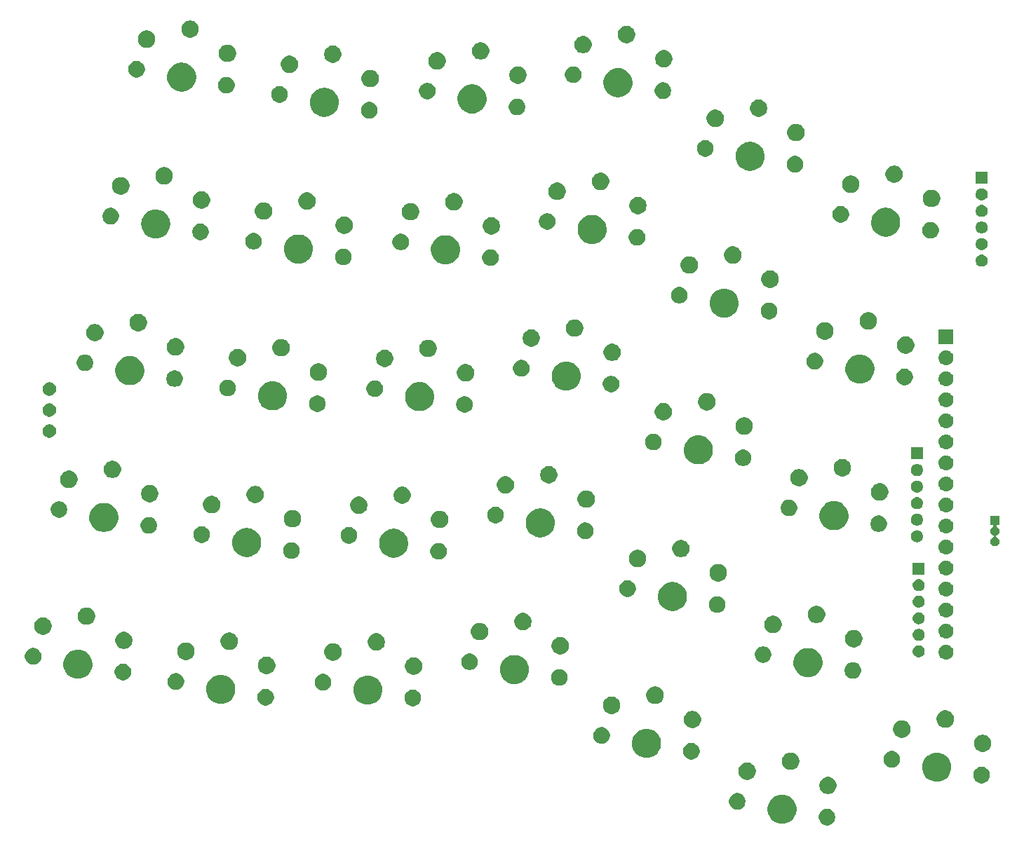
<source format=gbr>
G04 #@! TF.GenerationSoftware,KiCad,Pcbnew,(5.0.1-3-g963ef8bb5)*
G04 #@! TF.CreationDate,2019-09-06T12:34:14-07:00*
G04 #@! TF.ProjectId,atreus-ipad-11,6174726575732D697061642D31312E6B,rev?*
G04 #@! TF.SameCoordinates,Original*
G04 #@! TF.FileFunction,Soldermask,Bot*
G04 #@! TF.FilePolarity,Negative*
%FSLAX46Y46*%
G04 Gerber Fmt 4.6, Leading zero omitted, Abs format (unit mm)*
G04 Created by KiCad (PCBNEW (5.0.1-3-g963ef8bb5)) date Friday, September 06, 2019 at 12:34:14 PM*
%MOMM*%
%LPD*%
G01*
G04 APERTURE LIST*
%ADD10C,0.100000*%
G04 APERTURE END LIST*
D10*
G36*
X113921884Y-129572250D02*
X114104053Y-129647707D01*
X114268006Y-129757257D01*
X114407428Y-129896679D01*
X114516978Y-130060632D01*
X114592435Y-130242801D01*
X114630903Y-130436192D01*
X114630903Y-130633372D01*
X114592435Y-130826763D01*
X114516978Y-131008932D01*
X114407428Y-131172885D01*
X114268006Y-131312307D01*
X114104053Y-131421857D01*
X113921884Y-131497314D01*
X113728493Y-131535782D01*
X113531313Y-131535782D01*
X113337922Y-131497314D01*
X113155753Y-131421857D01*
X112991800Y-131312307D01*
X112852378Y-131172885D01*
X112742828Y-131008932D01*
X112667371Y-130826763D01*
X112628903Y-130633372D01*
X112628903Y-130436192D01*
X112667371Y-130242801D01*
X112742828Y-130060632D01*
X112852378Y-129896679D01*
X112991800Y-129757257D01*
X113155753Y-129647707D01*
X113337922Y-129572250D01*
X113531313Y-129533782D01*
X113728493Y-129533782D01*
X113921884Y-129572250D01*
X113921884Y-129572250D01*
G37*
G36*
X108521234Y-127855633D02*
X108724208Y-127896007D01*
X109042869Y-128028001D01*
X109042870Y-128028002D01*
X109329660Y-128219629D01*
X109573548Y-128463517D01*
X109573550Y-128463520D01*
X109765176Y-128750308D01*
X109897170Y-129068969D01*
X109903104Y-129098802D01*
X109964460Y-129407257D01*
X109964460Y-129752177D01*
X109937544Y-129887491D01*
X109897170Y-130090465D01*
X109765176Y-130409126D01*
X109765175Y-130409127D01*
X109573548Y-130695917D01*
X109329660Y-130939805D01*
X109329657Y-130939807D01*
X109042869Y-131131433D01*
X108724208Y-131263427D01*
X108521234Y-131303801D01*
X108385920Y-131330717D01*
X108041000Y-131330717D01*
X107905686Y-131303801D01*
X107702712Y-131263427D01*
X107384051Y-131131433D01*
X107097263Y-130939807D01*
X107097260Y-130939805D01*
X106853372Y-130695917D01*
X106661745Y-130409127D01*
X106661744Y-130409126D01*
X106529750Y-130090465D01*
X106489376Y-129887491D01*
X106462460Y-129752177D01*
X106462460Y-129407257D01*
X106523816Y-129098802D01*
X106529750Y-129068969D01*
X106661744Y-128750308D01*
X106853370Y-128463520D01*
X106853372Y-128463517D01*
X107097260Y-128219629D01*
X107384050Y-128028002D01*
X107384051Y-128028001D01*
X107702712Y-127896007D01*
X107905686Y-127855633D01*
X108041000Y-127828717D01*
X108385920Y-127828717D01*
X108521234Y-127855633D01*
X108521234Y-127855633D01*
G37*
G36*
X103088998Y-127662120D02*
X103271167Y-127737577D01*
X103435120Y-127847127D01*
X103574542Y-127986549D01*
X103684092Y-128150502D01*
X103759549Y-128332671D01*
X103798017Y-128526062D01*
X103798017Y-128723242D01*
X103759549Y-128916633D01*
X103684092Y-129098802D01*
X103574542Y-129262755D01*
X103435120Y-129402177D01*
X103271167Y-129511727D01*
X103088998Y-129587184D01*
X102895607Y-129625652D01*
X102698427Y-129625652D01*
X102505036Y-129587184D01*
X102322867Y-129511727D01*
X102158914Y-129402177D01*
X102019492Y-129262755D01*
X101909942Y-129098802D01*
X101834485Y-128916633D01*
X101796017Y-128723242D01*
X101796017Y-128526062D01*
X101834485Y-128332671D01*
X101909942Y-128150502D01*
X102019492Y-127986549D01*
X102158914Y-127847127D01*
X102322867Y-127737577D01*
X102505036Y-127662120D01*
X102698427Y-127623652D01*
X102895607Y-127623652D01*
X103088998Y-127662120D01*
X103088998Y-127662120D01*
G37*
G36*
X114054686Y-125686395D02*
X114245955Y-125765621D01*
X114418097Y-125880643D01*
X114564484Y-126027030D01*
X114679506Y-126199172D01*
X114758732Y-126390441D01*
X114799121Y-126593490D01*
X114799121Y-126800522D01*
X114758732Y-127003571D01*
X114679506Y-127194840D01*
X114564484Y-127366982D01*
X114418097Y-127513369D01*
X114245955Y-127628391D01*
X114054686Y-127707617D01*
X113851637Y-127748006D01*
X113644605Y-127748006D01*
X113441556Y-127707617D01*
X113250287Y-127628391D01*
X113078145Y-127513369D01*
X112931758Y-127366982D01*
X112816736Y-127194840D01*
X112737510Y-127003571D01*
X112697121Y-126800522D01*
X112697121Y-126593490D01*
X112737510Y-126390441D01*
X112816736Y-126199172D01*
X112931758Y-126027030D01*
X113078145Y-125880643D01*
X113250287Y-125765621D01*
X113441556Y-125686395D01*
X113644605Y-125646006D01*
X113851637Y-125646006D01*
X114054686Y-125686395D01*
X114054686Y-125686395D01*
G37*
G36*
X132588617Y-124486428D02*
X132770786Y-124561885D01*
X132934739Y-124671435D01*
X133074161Y-124810857D01*
X133183711Y-124974810D01*
X133259168Y-125156979D01*
X133297636Y-125350370D01*
X133297636Y-125547550D01*
X133259168Y-125740941D01*
X133183711Y-125923110D01*
X133074161Y-126087063D01*
X132934739Y-126226485D01*
X132770786Y-126336035D01*
X132588617Y-126411492D01*
X132395226Y-126449960D01*
X132198046Y-126449960D01*
X132004655Y-126411492D01*
X131822486Y-126336035D01*
X131658533Y-126226485D01*
X131519111Y-126087063D01*
X131409561Y-125923110D01*
X131334104Y-125740941D01*
X131295636Y-125547550D01*
X131295636Y-125350370D01*
X131334104Y-125156979D01*
X131409561Y-124974810D01*
X131519111Y-124810857D01*
X131658533Y-124671435D01*
X131822486Y-124561885D01*
X132004655Y-124486428D01*
X132198046Y-124447960D01*
X132395226Y-124447960D01*
X132588617Y-124486428D01*
X132588617Y-124486428D01*
G37*
G36*
X127187967Y-122769811D02*
X127390941Y-122810185D01*
X127709602Y-122942179D01*
X127892936Y-123064679D01*
X127996393Y-123133807D01*
X128240281Y-123377695D01*
X128240283Y-123377698D01*
X128431909Y-123664486D01*
X128563903Y-123983147D01*
X128582356Y-124075916D01*
X128631193Y-124321435D01*
X128631193Y-124666355D01*
X128624354Y-124700735D01*
X128563903Y-125004643D01*
X128431909Y-125323304D01*
X128431908Y-125323305D01*
X128240281Y-125610095D01*
X127996393Y-125853983D01*
X127996390Y-125853985D01*
X127709602Y-126045611D01*
X127390941Y-126177605D01*
X127187967Y-126217979D01*
X127052653Y-126244895D01*
X126707733Y-126244895D01*
X126572419Y-126217979D01*
X126369445Y-126177605D01*
X126050784Y-126045611D01*
X125763996Y-125853985D01*
X125763993Y-125853983D01*
X125520105Y-125610095D01*
X125328478Y-125323305D01*
X125328477Y-125323304D01*
X125196483Y-125004643D01*
X125136032Y-124700735D01*
X125129193Y-124666355D01*
X125129193Y-124321435D01*
X125178030Y-124075916D01*
X125196483Y-123983147D01*
X125328477Y-123664486D01*
X125520103Y-123377698D01*
X125520105Y-123377695D01*
X125763993Y-123133807D01*
X125867450Y-123064679D01*
X126050784Y-122942179D01*
X126369445Y-122810185D01*
X126572419Y-122769811D01*
X126707733Y-122742895D01*
X127052653Y-122742895D01*
X127187967Y-122769811D01*
X127187967Y-122769811D01*
G37*
G36*
X104305090Y-123967278D02*
X104496359Y-124046504D01*
X104668501Y-124161526D01*
X104814888Y-124307913D01*
X104929910Y-124480055D01*
X105009136Y-124671324D01*
X105049525Y-124874373D01*
X105049525Y-125081405D01*
X105009136Y-125284454D01*
X104929910Y-125475723D01*
X104814888Y-125647865D01*
X104668501Y-125794252D01*
X104496359Y-125909274D01*
X104305090Y-125988500D01*
X104102041Y-126028889D01*
X103895009Y-126028889D01*
X103691960Y-125988500D01*
X103500691Y-125909274D01*
X103328549Y-125794252D01*
X103182162Y-125647865D01*
X103067140Y-125475723D01*
X102987914Y-125284454D01*
X102947525Y-125081405D01*
X102947525Y-124874373D01*
X102987914Y-124671324D01*
X103067140Y-124480055D01*
X103182162Y-124307913D01*
X103328549Y-124161526D01*
X103500691Y-124046504D01*
X103691960Y-123967278D01*
X103895009Y-123926889D01*
X104102041Y-123926889D01*
X104305090Y-123967278D01*
X104305090Y-123967278D01*
G37*
G36*
X109544549Y-122758740D02*
X109735818Y-122837966D01*
X109907960Y-122952988D01*
X110054347Y-123099375D01*
X110169369Y-123271517D01*
X110248595Y-123462786D01*
X110288984Y-123665835D01*
X110288984Y-123872867D01*
X110248595Y-124075916D01*
X110169369Y-124267185D01*
X110054347Y-124439327D01*
X109907960Y-124585714D01*
X109735818Y-124700736D01*
X109544549Y-124779962D01*
X109341500Y-124820351D01*
X109134468Y-124820351D01*
X108931419Y-124779962D01*
X108740150Y-124700736D01*
X108568008Y-124585714D01*
X108421621Y-124439327D01*
X108306599Y-124267185D01*
X108227373Y-124075916D01*
X108186984Y-123872867D01*
X108186984Y-123665835D01*
X108227373Y-123462786D01*
X108306599Y-123271517D01*
X108421621Y-123099375D01*
X108568008Y-122952988D01*
X108740150Y-122837966D01*
X108931419Y-122758740D01*
X109134468Y-122718351D01*
X109341500Y-122718351D01*
X109544549Y-122758740D01*
X109544549Y-122758740D01*
G37*
G36*
X121755731Y-122576298D02*
X121937900Y-122651755D01*
X122101853Y-122761305D01*
X122241275Y-122900727D01*
X122350825Y-123064680D01*
X122426282Y-123246849D01*
X122464750Y-123440240D01*
X122464750Y-123637420D01*
X122426282Y-123830811D01*
X122350825Y-124012980D01*
X122241275Y-124176933D01*
X122101853Y-124316355D01*
X121937900Y-124425905D01*
X121755731Y-124501362D01*
X121562340Y-124539830D01*
X121365160Y-124539830D01*
X121171769Y-124501362D01*
X120989600Y-124425905D01*
X120825647Y-124316355D01*
X120686225Y-124176933D01*
X120576675Y-124012980D01*
X120501218Y-123830811D01*
X120462750Y-123637420D01*
X120462750Y-123440240D01*
X120501218Y-123246849D01*
X120576675Y-123064680D01*
X120686225Y-122900727D01*
X120825647Y-122761305D01*
X120989600Y-122651755D01*
X121171769Y-122576298D01*
X121365160Y-122537830D01*
X121562340Y-122537830D01*
X121755731Y-122576298D01*
X121755731Y-122576298D01*
G37*
G36*
X97555988Y-121609367D02*
X97738157Y-121684824D01*
X97902110Y-121794374D01*
X98041532Y-121933796D01*
X98151082Y-122097749D01*
X98226539Y-122279918D01*
X98265007Y-122473309D01*
X98265007Y-122670489D01*
X98226539Y-122863880D01*
X98151082Y-123046049D01*
X98041532Y-123210002D01*
X97902110Y-123349424D01*
X97738157Y-123458974D01*
X97555988Y-123534431D01*
X97362597Y-123572899D01*
X97165417Y-123572899D01*
X96972026Y-123534431D01*
X96789857Y-123458974D01*
X96625904Y-123349424D01*
X96486482Y-123210002D01*
X96376932Y-123046049D01*
X96301475Y-122863880D01*
X96263007Y-122670489D01*
X96263007Y-122473309D01*
X96301475Y-122279918D01*
X96376932Y-122097749D01*
X96486482Y-121933796D01*
X96625904Y-121794374D01*
X96789857Y-121684824D01*
X96972026Y-121609367D01*
X97165417Y-121570899D01*
X97362597Y-121570899D01*
X97555988Y-121609367D01*
X97555988Y-121609367D01*
G37*
G36*
X92155338Y-119892750D02*
X92358312Y-119933124D01*
X92676973Y-120065118D01*
X92676974Y-120065119D01*
X92963764Y-120256746D01*
X93207652Y-120500634D01*
X93207654Y-120500637D01*
X93399280Y-120787425D01*
X93531274Y-121106086D01*
X93537208Y-121135919D01*
X93598564Y-121444374D01*
X93598564Y-121789294D01*
X93573012Y-121917749D01*
X93531274Y-122127582D01*
X93399280Y-122446243D01*
X93249443Y-122670489D01*
X93207652Y-122733034D01*
X92963764Y-122976922D01*
X92963761Y-122976924D01*
X92676973Y-123168550D01*
X92358312Y-123300544D01*
X92155338Y-123340918D01*
X92020024Y-123367834D01*
X91675104Y-123367834D01*
X91539790Y-123340918D01*
X91336816Y-123300544D01*
X91018155Y-123168550D01*
X90731367Y-122976924D01*
X90731364Y-122976922D01*
X90487476Y-122733034D01*
X90445685Y-122670489D01*
X90295848Y-122446243D01*
X90163854Y-122127582D01*
X90122116Y-121917749D01*
X90096564Y-121789294D01*
X90096564Y-121444374D01*
X90157920Y-121135919D01*
X90163854Y-121106086D01*
X90295848Y-120787425D01*
X90487474Y-120500637D01*
X90487476Y-120500634D01*
X90731364Y-120256746D01*
X91018154Y-120065119D01*
X91018155Y-120065118D01*
X91336816Y-119933124D01*
X91539790Y-119892750D01*
X91675104Y-119865834D01*
X92020024Y-119865834D01*
X92155338Y-119892750D01*
X92155338Y-119892750D01*
G37*
G36*
X132721419Y-120600573D02*
X132912688Y-120679799D01*
X133084830Y-120794821D01*
X133231217Y-120941208D01*
X133346239Y-121113350D01*
X133425465Y-121304619D01*
X133465854Y-121507668D01*
X133465854Y-121714700D01*
X133425465Y-121917749D01*
X133346239Y-122109018D01*
X133231217Y-122281160D01*
X133084830Y-122427547D01*
X132912688Y-122542569D01*
X132721419Y-122621795D01*
X132518370Y-122662184D01*
X132311338Y-122662184D01*
X132108289Y-122621795D01*
X131917020Y-122542569D01*
X131744878Y-122427547D01*
X131598491Y-122281160D01*
X131483469Y-122109018D01*
X131404243Y-121917749D01*
X131363854Y-121714700D01*
X131363854Y-121507668D01*
X131404243Y-121304619D01*
X131483469Y-121113350D01*
X131598491Y-120941208D01*
X131744878Y-120794821D01*
X131917020Y-120679799D01*
X132108289Y-120600573D01*
X132311338Y-120560184D01*
X132518370Y-120560184D01*
X132721419Y-120600573D01*
X132721419Y-120600573D01*
G37*
G36*
X86723102Y-119699237D02*
X86905271Y-119774694D01*
X87069224Y-119884244D01*
X87208646Y-120023666D01*
X87318196Y-120187619D01*
X87393653Y-120369788D01*
X87432121Y-120563179D01*
X87432121Y-120760359D01*
X87393653Y-120953750D01*
X87318196Y-121135919D01*
X87208646Y-121299872D01*
X87069224Y-121439294D01*
X86905271Y-121548844D01*
X86759156Y-121609367D01*
X86723102Y-121624301D01*
X86529711Y-121662769D01*
X86332531Y-121662769D01*
X86139140Y-121624301D01*
X86103086Y-121609367D01*
X85956971Y-121548844D01*
X85793018Y-121439294D01*
X85653596Y-121299872D01*
X85544046Y-121135919D01*
X85468589Y-120953750D01*
X85430121Y-120760359D01*
X85430121Y-120563179D01*
X85468589Y-120369788D01*
X85544046Y-120187619D01*
X85653596Y-120023666D01*
X85793018Y-119884244D01*
X85956971Y-119774694D01*
X86139140Y-119699237D01*
X86332531Y-119660769D01*
X86529711Y-119660769D01*
X86723102Y-119699237D01*
X86723102Y-119699237D01*
G37*
G36*
X122971823Y-118881456D02*
X123163092Y-118960682D01*
X123335234Y-119075704D01*
X123481621Y-119222091D01*
X123596643Y-119394233D01*
X123675869Y-119585502D01*
X123716258Y-119788551D01*
X123716258Y-119995583D01*
X123675869Y-120198632D01*
X123596643Y-120389901D01*
X123481621Y-120562043D01*
X123335234Y-120708430D01*
X123163092Y-120823452D01*
X122971823Y-120902678D01*
X122768774Y-120943067D01*
X122561742Y-120943067D01*
X122358693Y-120902678D01*
X122167424Y-120823452D01*
X121995282Y-120708430D01*
X121848895Y-120562043D01*
X121733873Y-120389901D01*
X121654647Y-120198632D01*
X121614258Y-119995583D01*
X121614258Y-119788551D01*
X121654647Y-119585502D01*
X121733873Y-119394233D01*
X121848895Y-119222091D01*
X121995282Y-119075704D01*
X122167424Y-118960682D01*
X122358693Y-118881456D01*
X122561742Y-118841067D01*
X122768774Y-118841067D01*
X122971823Y-118881456D01*
X122971823Y-118881456D01*
G37*
G36*
X97688790Y-117723512D02*
X97880059Y-117802738D01*
X98052201Y-117917760D01*
X98198588Y-118064147D01*
X98313610Y-118236289D01*
X98392836Y-118427558D01*
X98433225Y-118630607D01*
X98433225Y-118837639D01*
X98392836Y-119040688D01*
X98313610Y-119231957D01*
X98198588Y-119404099D01*
X98052201Y-119550486D01*
X97880059Y-119665508D01*
X97688790Y-119744734D01*
X97485741Y-119785123D01*
X97278709Y-119785123D01*
X97075660Y-119744734D01*
X96884391Y-119665508D01*
X96712249Y-119550486D01*
X96565862Y-119404099D01*
X96450840Y-119231957D01*
X96371614Y-119040688D01*
X96331225Y-118837639D01*
X96331225Y-118630607D01*
X96371614Y-118427558D01*
X96450840Y-118236289D01*
X96565862Y-118064147D01*
X96712249Y-117917760D01*
X96884391Y-117802738D01*
X97075660Y-117723512D01*
X97278709Y-117683123D01*
X97485741Y-117683123D01*
X97688790Y-117723512D01*
X97688790Y-117723512D01*
G37*
G36*
X128211282Y-117672918D02*
X128402551Y-117752144D01*
X128574693Y-117867166D01*
X128721080Y-118013553D01*
X128836102Y-118185695D01*
X128915328Y-118376964D01*
X128955717Y-118580013D01*
X128955717Y-118787045D01*
X128915328Y-118990094D01*
X128836102Y-119181363D01*
X128721080Y-119353505D01*
X128574693Y-119499892D01*
X128402551Y-119614914D01*
X128211282Y-119694140D01*
X128008233Y-119734529D01*
X127801201Y-119734529D01*
X127598152Y-119694140D01*
X127406883Y-119614914D01*
X127234741Y-119499892D01*
X127088354Y-119353505D01*
X126973332Y-119181363D01*
X126894106Y-118990094D01*
X126853717Y-118787045D01*
X126853717Y-118580013D01*
X126894106Y-118376964D01*
X126973332Y-118185695D01*
X127088354Y-118013553D01*
X127234741Y-117867166D01*
X127406883Y-117752144D01*
X127598152Y-117672918D01*
X127801201Y-117632529D01*
X128008233Y-117632529D01*
X128211282Y-117672918D01*
X128211282Y-117672918D01*
G37*
G36*
X87939194Y-116004395D02*
X88130463Y-116083621D01*
X88302605Y-116198643D01*
X88448992Y-116345030D01*
X88564014Y-116517172D01*
X88643240Y-116708441D01*
X88683629Y-116911490D01*
X88683629Y-117118522D01*
X88643240Y-117321571D01*
X88564014Y-117512840D01*
X88448992Y-117684982D01*
X88302605Y-117831369D01*
X88130463Y-117946391D01*
X87939194Y-118025617D01*
X87736145Y-118066006D01*
X87529113Y-118066006D01*
X87326064Y-118025617D01*
X87134795Y-117946391D01*
X86962653Y-117831369D01*
X86816266Y-117684982D01*
X86701244Y-117512840D01*
X86622018Y-117321571D01*
X86581629Y-117118522D01*
X86581629Y-116911490D01*
X86622018Y-116708441D01*
X86701244Y-116517172D01*
X86816266Y-116345030D01*
X86962653Y-116198643D01*
X87134795Y-116083621D01*
X87326064Y-116004395D01*
X87529113Y-115964006D01*
X87736145Y-115964006D01*
X87939194Y-116004395D01*
X87939194Y-116004395D01*
G37*
G36*
X63913148Y-115169513D02*
X64095317Y-115244970D01*
X64259270Y-115354520D01*
X64398692Y-115493942D01*
X64508242Y-115657895D01*
X64583699Y-115840064D01*
X64622167Y-116033455D01*
X64622167Y-116230635D01*
X64583699Y-116424026D01*
X64508242Y-116606195D01*
X64398692Y-116770148D01*
X64259270Y-116909570D01*
X64095317Y-117019120D01*
X63913148Y-117094577D01*
X63719757Y-117133045D01*
X63522577Y-117133045D01*
X63329186Y-117094577D01*
X63147017Y-117019120D01*
X62983064Y-116909570D01*
X62843642Y-116770148D01*
X62734092Y-116606195D01*
X62658635Y-116424026D01*
X62620167Y-116230635D01*
X62620167Y-116033455D01*
X62658635Y-115840064D01*
X62734092Y-115657895D01*
X62843642Y-115493942D01*
X62983064Y-115354520D01*
X63147017Y-115244970D01*
X63329186Y-115169513D01*
X63522577Y-115131045D01*
X63719757Y-115131045D01*
X63913148Y-115169513D01*
X63913148Y-115169513D01*
G37*
G36*
X46158068Y-115085093D02*
X46340237Y-115160550D01*
X46504190Y-115270100D01*
X46643612Y-115409522D01*
X46753162Y-115573475D01*
X46828619Y-115755644D01*
X46867087Y-115949035D01*
X46867087Y-116146215D01*
X46828619Y-116339606D01*
X46753162Y-116521775D01*
X46643612Y-116685728D01*
X46504190Y-116825150D01*
X46340237Y-116934700D01*
X46158068Y-117010157D01*
X45964677Y-117048625D01*
X45767497Y-117048625D01*
X45574106Y-117010157D01*
X45391937Y-116934700D01*
X45227984Y-116825150D01*
X45088562Y-116685728D01*
X44979012Y-116521775D01*
X44903555Y-116339606D01*
X44865087Y-116146215D01*
X44865087Y-115949035D01*
X44903555Y-115755644D01*
X44979012Y-115573475D01*
X45088562Y-115409522D01*
X45227984Y-115270100D01*
X45391937Y-115160550D01*
X45574106Y-115085093D01*
X45767497Y-115046625D01*
X45964677Y-115046625D01*
X46158068Y-115085093D01*
X46158068Y-115085093D01*
G37*
G36*
X58479544Y-113446341D02*
X58715472Y-113493270D01*
X59034133Y-113625264D01*
X59138973Y-113695316D01*
X59320924Y-113816892D01*
X59564812Y-114060780D01*
X59564814Y-114060783D01*
X59756440Y-114347571D01*
X59888434Y-114666232D01*
X59910188Y-114775598D01*
X59955724Y-115004520D01*
X59955724Y-115349440D01*
X59943773Y-115409522D01*
X59888434Y-115687728D01*
X59756440Y-116006389D01*
X59663011Y-116146215D01*
X59564812Y-116293180D01*
X59320924Y-116537068D01*
X59320921Y-116537070D01*
X59034133Y-116728696D01*
X58715472Y-116860690D01*
X58512498Y-116901064D01*
X58377184Y-116927980D01*
X58032264Y-116927980D01*
X57896950Y-116901064D01*
X57693976Y-116860690D01*
X57375315Y-116728696D01*
X57088527Y-116537070D01*
X57088524Y-116537068D01*
X56844636Y-116293180D01*
X56746437Y-116146215D01*
X56653008Y-116006389D01*
X56521014Y-115687728D01*
X56465675Y-115409522D01*
X56453724Y-115349440D01*
X56453724Y-115004520D01*
X56499260Y-114775598D01*
X56521014Y-114666232D01*
X56653008Y-114347571D01*
X56844634Y-114060783D01*
X56844636Y-114060780D01*
X57088524Y-113816892D01*
X57270475Y-113695316D01*
X57375315Y-113625264D01*
X57693976Y-113493270D01*
X57929904Y-113446341D01*
X58032264Y-113425980D01*
X58377184Y-113425980D01*
X58479544Y-113446341D01*
X58479544Y-113446341D01*
G37*
G36*
X93178653Y-114795857D02*
X93369922Y-114875083D01*
X93542064Y-114990105D01*
X93688451Y-115136492D01*
X93803473Y-115308634D01*
X93882699Y-115499903D01*
X93923088Y-115702952D01*
X93923088Y-115909984D01*
X93882699Y-116113033D01*
X93803473Y-116304302D01*
X93688451Y-116476444D01*
X93542064Y-116622831D01*
X93369922Y-116737853D01*
X93178653Y-116817079D01*
X92975604Y-116857468D01*
X92768572Y-116857468D01*
X92565523Y-116817079D01*
X92374254Y-116737853D01*
X92202112Y-116622831D01*
X92055725Y-116476444D01*
X91940703Y-116304302D01*
X91861477Y-116113033D01*
X91821088Y-115909984D01*
X91821088Y-115702952D01*
X91861477Y-115499903D01*
X91940703Y-115308634D01*
X92055725Y-115136492D01*
X92202112Y-114990105D01*
X92374254Y-114875083D01*
X92565523Y-114795857D01*
X92768572Y-114755468D01*
X92975604Y-114755468D01*
X93178653Y-114795857D01*
X93178653Y-114795857D01*
G37*
G36*
X40757418Y-113368476D02*
X40960392Y-113408850D01*
X41279053Y-113540844D01*
X41437750Y-113646882D01*
X41565844Y-113732472D01*
X41809732Y-113976360D01*
X41809734Y-113976363D01*
X42001360Y-114263151D01*
X42133354Y-114581812D01*
X42167896Y-114755468D01*
X42200644Y-114920100D01*
X42200644Y-115265020D01*
X42182841Y-115354518D01*
X42133354Y-115603308D01*
X42001360Y-115921969D01*
X41926867Y-116033455D01*
X41809732Y-116208760D01*
X41565844Y-116452648D01*
X41565841Y-116452650D01*
X41279053Y-116644276D01*
X40960392Y-116776270D01*
X40757418Y-116816644D01*
X40622104Y-116843560D01*
X40277184Y-116843560D01*
X40141870Y-116816644D01*
X39938896Y-116776270D01*
X39620235Y-116644276D01*
X39333447Y-116452650D01*
X39333444Y-116452648D01*
X39089556Y-116208760D01*
X38972421Y-116033455D01*
X38897928Y-115921969D01*
X38765934Y-115603308D01*
X38716447Y-115354518D01*
X38698644Y-115265020D01*
X38698644Y-114920100D01*
X38731392Y-114755468D01*
X38765934Y-114581812D01*
X38897928Y-114263151D01*
X39089554Y-113976363D01*
X39089556Y-113976360D01*
X39333444Y-113732472D01*
X39461538Y-113646882D01*
X39620235Y-113540844D01*
X39938896Y-113408850D01*
X40141870Y-113368476D01*
X40277184Y-113341560D01*
X40622104Y-113341560D01*
X40757418Y-113368476D01*
X40757418Y-113368476D01*
G37*
G36*
X53080262Y-113259383D02*
X53262431Y-113334840D01*
X53426384Y-113444390D01*
X53565806Y-113583812D01*
X53675356Y-113747765D01*
X53750813Y-113929934D01*
X53789281Y-114123325D01*
X53789281Y-114320505D01*
X53750813Y-114513896D01*
X53675356Y-114696065D01*
X53565806Y-114860018D01*
X53426384Y-114999440D01*
X53262431Y-115108990D01*
X53080262Y-115184447D01*
X52886871Y-115222915D01*
X52689691Y-115222915D01*
X52496300Y-115184447D01*
X52314131Y-115108990D01*
X52150178Y-114999440D01*
X52010756Y-114860018D01*
X51901206Y-114696065D01*
X51825749Y-114513896D01*
X51787281Y-114320505D01*
X51787281Y-114123325D01*
X51825749Y-113929934D01*
X51901206Y-113747765D01*
X52010756Y-113583812D01*
X52150178Y-113444390D01*
X52314131Y-113334840D01*
X52496300Y-113259383D01*
X52689691Y-113220915D01*
X52886871Y-113220915D01*
X53080262Y-113259383D01*
X53080262Y-113259383D01*
G37*
G36*
X35325182Y-113174963D02*
X35507351Y-113250420D01*
X35671304Y-113359970D01*
X35810726Y-113499392D01*
X35920276Y-113663345D01*
X35995733Y-113845514D01*
X36034201Y-114038905D01*
X36034201Y-114236085D01*
X35995733Y-114429476D01*
X35920276Y-114611645D01*
X35810726Y-114775598D01*
X35671304Y-114915020D01*
X35507351Y-115024570D01*
X35325182Y-115100027D01*
X35131791Y-115138495D01*
X34934611Y-115138495D01*
X34741220Y-115100027D01*
X34559051Y-115024570D01*
X34395098Y-114915020D01*
X34255676Y-114775598D01*
X34146126Y-114611645D01*
X34070669Y-114429476D01*
X34032201Y-114236085D01*
X34032201Y-114038905D01*
X34070669Y-113845514D01*
X34146126Y-113663345D01*
X34255676Y-113499392D01*
X34395098Y-113359970D01*
X34559051Y-113250420D01*
X34741220Y-113174963D01*
X34934611Y-113136495D01*
X35131791Y-113136495D01*
X35325182Y-113174963D01*
X35325182Y-113174963D01*
G37*
G36*
X81609945Y-112705089D02*
X81792114Y-112780546D01*
X81956067Y-112890096D01*
X82095489Y-113029518D01*
X82205039Y-113193471D01*
X82280496Y-113375640D01*
X82318964Y-113569031D01*
X82318964Y-113766211D01*
X82280496Y-113959602D01*
X82205039Y-114141771D01*
X82095489Y-114305724D01*
X81956067Y-114445146D01*
X81792114Y-114554696D01*
X81609945Y-114630153D01*
X81416554Y-114668621D01*
X81219374Y-114668621D01*
X81025983Y-114630153D01*
X80843814Y-114554696D01*
X80679861Y-114445146D01*
X80540439Y-114305724D01*
X80430889Y-114141771D01*
X80355432Y-113959602D01*
X80316964Y-113766211D01*
X80316964Y-113569031D01*
X80355432Y-113375640D01*
X80430889Y-113193471D01*
X80540439Y-113029518D01*
X80679861Y-112890096D01*
X80843814Y-112780546D01*
X81025983Y-112705089D01*
X81219374Y-112666621D01*
X81416554Y-112666621D01*
X81609945Y-112705089D01*
X81609945Y-112705089D01*
G37*
G36*
X76209295Y-110988472D02*
X76412269Y-111028846D01*
X76730930Y-111160840D01*
X76906966Y-111278464D01*
X77017721Y-111352468D01*
X77261609Y-111596356D01*
X77261611Y-111596359D01*
X77453237Y-111883147D01*
X77585231Y-112201808D01*
X77617477Y-112363921D01*
X77652521Y-112540096D01*
X77652521Y-112885016D01*
X77625605Y-113020330D01*
X77585231Y-113223304D01*
X77453237Y-113541965D01*
X77303400Y-113766211D01*
X77261609Y-113828756D01*
X77017721Y-114072644D01*
X77017718Y-114072646D01*
X76730930Y-114264272D01*
X76412269Y-114396266D01*
X76209295Y-114436640D01*
X76073981Y-114463556D01*
X75729061Y-114463556D01*
X75593747Y-114436640D01*
X75390773Y-114396266D01*
X75072112Y-114264272D01*
X74785324Y-114072646D01*
X74785321Y-114072644D01*
X74541433Y-113828756D01*
X74499642Y-113766211D01*
X74349805Y-113541965D01*
X74217811Y-113223304D01*
X74177437Y-113020330D01*
X74150521Y-112885016D01*
X74150521Y-112540096D01*
X74185565Y-112363921D01*
X74217811Y-112201808D01*
X74349805Y-111883147D01*
X74541431Y-111596359D01*
X74541433Y-111596356D01*
X74785321Y-111352468D01*
X74896076Y-111278464D01*
X75072112Y-111160840D01*
X75390773Y-111028846D01*
X75593747Y-110988472D01*
X75729061Y-110961556D01*
X76073981Y-110961556D01*
X76209295Y-110988472D01*
X76209295Y-110988472D01*
G37*
G36*
X28923932Y-112046250D02*
X29106101Y-112121707D01*
X29270054Y-112231257D01*
X29409476Y-112370679D01*
X29519026Y-112534632D01*
X29594483Y-112716801D01*
X29632951Y-112910192D01*
X29632951Y-113107372D01*
X29594483Y-113300763D01*
X29519026Y-113482932D01*
X29409476Y-113646885D01*
X29270054Y-113786307D01*
X29106101Y-113895857D01*
X28923932Y-113971314D01*
X28730541Y-114009782D01*
X28533361Y-114009782D01*
X28339970Y-113971314D01*
X28157801Y-113895857D01*
X27993848Y-113786307D01*
X27854426Y-113646885D01*
X27744876Y-113482932D01*
X27669419Y-113300763D01*
X27630951Y-113107372D01*
X27630951Y-112910192D01*
X27669419Y-112716801D01*
X27744876Y-112534632D01*
X27854426Y-112370679D01*
X27993848Y-112231257D01*
X28157801Y-112121707D01*
X28339970Y-112046250D01*
X28533361Y-112007782D01*
X28730541Y-112007782D01*
X28923932Y-112046250D01*
X28923932Y-112046250D01*
G37*
G36*
X117047550Y-111845709D02*
X117229719Y-111921166D01*
X117393672Y-112030716D01*
X117533094Y-112170138D01*
X117642644Y-112334091D01*
X117718101Y-112516260D01*
X117756569Y-112709651D01*
X117756569Y-112906831D01*
X117718101Y-113100222D01*
X117642644Y-113282391D01*
X117533094Y-113446344D01*
X117393672Y-113585766D01*
X117229719Y-113695316D01*
X117047550Y-113770773D01*
X116854159Y-113809241D01*
X116656979Y-113809241D01*
X116463588Y-113770773D01*
X116281419Y-113695316D01*
X116117466Y-113585766D01*
X115978044Y-113446344D01*
X115868494Y-113282391D01*
X115793037Y-113100222D01*
X115754569Y-112906831D01*
X115754569Y-112709651D01*
X115793037Y-112516260D01*
X115868494Y-112334091D01*
X115978044Y-112170138D01*
X116117466Y-112030716D01*
X116281419Y-111921166D01*
X116463588Y-111845709D01*
X116656979Y-111807241D01*
X116854159Y-111807241D01*
X117047550Y-111845709D01*
X117047550Y-111845709D01*
G37*
G36*
X23513459Y-110327679D02*
X23726256Y-110370007D01*
X24044917Y-110502001D01*
X24309314Y-110678666D01*
X24331708Y-110693629D01*
X24575596Y-110937517D01*
X24575598Y-110937520D01*
X24767224Y-111224308D01*
X24899218Y-111542969D01*
X24926618Y-111680718D01*
X24966508Y-111881257D01*
X24966508Y-112226177D01*
X24965421Y-112231641D01*
X24899218Y-112564465D01*
X24767224Y-112883126D01*
X24749139Y-112910192D01*
X24575596Y-113169917D01*
X24331708Y-113413805D01*
X24331705Y-113413807D01*
X24044917Y-113605433D01*
X23726256Y-113737427D01*
X23558614Y-113770773D01*
X23387968Y-113804717D01*
X23043048Y-113804717D01*
X22872402Y-113770773D01*
X22704760Y-113737427D01*
X22386099Y-113605433D01*
X22099311Y-113413807D01*
X22099308Y-113413805D01*
X21855420Y-113169917D01*
X21681877Y-112910192D01*
X21663792Y-112883126D01*
X21531798Y-112564465D01*
X21465595Y-112231641D01*
X21464508Y-112226177D01*
X21464508Y-111881257D01*
X21504398Y-111680718D01*
X21531798Y-111542969D01*
X21663792Y-111224308D01*
X21855418Y-110937520D01*
X21855420Y-110937517D01*
X22099308Y-110693629D01*
X22121702Y-110678666D01*
X22386099Y-110502001D01*
X22704760Y-110370007D01*
X22917557Y-110327679D01*
X23043048Y-110302717D01*
X23387968Y-110302717D01*
X23513459Y-110327679D01*
X23513459Y-110327679D01*
G37*
G36*
X111646900Y-110129092D02*
X111849874Y-110169466D01*
X112168535Y-110301460D01*
X112423221Y-110471636D01*
X112455326Y-110493088D01*
X112699214Y-110736976D01*
X112699216Y-110736979D01*
X112890842Y-111023767D01*
X113022836Y-111342428D01*
X113049784Y-111477904D01*
X113090126Y-111680716D01*
X113090126Y-112025636D01*
X113083055Y-112061184D01*
X113022836Y-112363924D01*
X112890842Y-112682585D01*
X112702644Y-112964242D01*
X112699214Y-112969376D01*
X112455326Y-113213264D01*
X112455323Y-113213266D01*
X112168535Y-113404892D01*
X111849874Y-113536886D01*
X111646900Y-113577260D01*
X111511586Y-113604176D01*
X111166666Y-113604176D01*
X111031352Y-113577260D01*
X110828378Y-113536886D01*
X110509717Y-113404892D01*
X110222929Y-113213266D01*
X110222926Y-113213264D01*
X109979038Y-112969376D01*
X109975608Y-112964242D01*
X109787410Y-112682585D01*
X109655416Y-112363924D01*
X109595197Y-112061184D01*
X109588126Y-112025636D01*
X109588126Y-111680716D01*
X109628468Y-111477904D01*
X109655416Y-111342428D01*
X109787410Y-111023767D01*
X109979036Y-110736979D01*
X109979038Y-110736976D01*
X110222926Y-110493088D01*
X110255031Y-110471636D01*
X110509717Y-110301460D01*
X110828378Y-110169466D01*
X111031352Y-110129092D01*
X111166666Y-110102176D01*
X111511586Y-110102176D01*
X111646900Y-110129092D01*
X111646900Y-110129092D01*
G37*
G36*
X64045950Y-111283658D02*
X64237219Y-111362884D01*
X64409361Y-111477906D01*
X64555748Y-111624293D01*
X64670770Y-111796435D01*
X64749996Y-111987704D01*
X64790385Y-112190753D01*
X64790385Y-112397785D01*
X64749996Y-112600834D01*
X64670770Y-112792103D01*
X64555748Y-112964245D01*
X64409361Y-113110632D01*
X64237219Y-113225654D01*
X64045950Y-113304880D01*
X63842901Y-113345269D01*
X63635869Y-113345269D01*
X63432820Y-113304880D01*
X63241551Y-113225654D01*
X63069409Y-113110632D01*
X62923022Y-112964245D01*
X62808000Y-112792103D01*
X62728774Y-112600834D01*
X62688385Y-112397785D01*
X62688385Y-112190753D01*
X62728774Y-111987704D01*
X62808000Y-111796435D01*
X62923022Y-111624293D01*
X63069409Y-111477906D01*
X63241551Y-111362884D01*
X63432820Y-111283658D01*
X63635869Y-111243269D01*
X63842901Y-111243269D01*
X64045950Y-111283658D01*
X64045950Y-111283658D01*
G37*
G36*
X46290870Y-111199238D02*
X46482139Y-111278464D01*
X46654281Y-111393486D01*
X46800668Y-111539873D01*
X46915690Y-111712015D01*
X46994916Y-111903284D01*
X47035305Y-112106333D01*
X47035305Y-112313365D01*
X46994916Y-112516414D01*
X46915690Y-112707683D01*
X46800668Y-112879825D01*
X46654281Y-113026212D01*
X46482139Y-113141234D01*
X46290870Y-113220460D01*
X46087821Y-113260849D01*
X45880789Y-113260849D01*
X45677740Y-113220460D01*
X45486471Y-113141234D01*
X45314329Y-113026212D01*
X45167942Y-112879825D01*
X45052920Y-112707683D01*
X44973694Y-112516414D01*
X44933305Y-112313365D01*
X44933305Y-112106333D01*
X44973694Y-111903284D01*
X45052920Y-111712015D01*
X45167942Y-111539873D01*
X45314329Y-111393486D01*
X45486471Y-111278464D01*
X45677740Y-111199238D01*
X45880789Y-111158849D01*
X46087821Y-111158849D01*
X46290870Y-111199238D01*
X46290870Y-111199238D01*
G37*
G36*
X70777059Y-110794959D02*
X70959228Y-110870416D01*
X71123181Y-110979966D01*
X71262603Y-111119388D01*
X71372153Y-111283341D01*
X71447610Y-111465510D01*
X71486078Y-111658901D01*
X71486078Y-111856081D01*
X71447610Y-112049472D01*
X71372153Y-112231641D01*
X71262603Y-112395594D01*
X71123181Y-112535016D01*
X70959228Y-112644566D01*
X70813113Y-112705089D01*
X70777059Y-112720023D01*
X70583668Y-112758491D01*
X70386488Y-112758491D01*
X70193097Y-112720023D01*
X70157043Y-112705089D01*
X70010928Y-112644566D01*
X69846975Y-112535016D01*
X69707553Y-112395594D01*
X69598003Y-112231641D01*
X69522546Y-112049472D01*
X69484078Y-111856081D01*
X69484078Y-111658901D01*
X69522546Y-111465510D01*
X69598003Y-111283341D01*
X69707553Y-111119388D01*
X69846975Y-110979966D01*
X70010928Y-110870416D01*
X70193097Y-110794959D01*
X70386488Y-110756491D01*
X70583668Y-110756491D01*
X70777059Y-110794959D01*
X70777059Y-110794959D01*
G37*
G36*
X18091046Y-110136120D02*
X18273215Y-110211577D01*
X18437168Y-110321127D01*
X18576590Y-110460549D01*
X18686140Y-110624502D01*
X18761597Y-110806671D01*
X18800065Y-111000062D01*
X18800065Y-111197242D01*
X18761597Y-111390633D01*
X18686140Y-111572802D01*
X18576590Y-111736755D01*
X18437168Y-111876177D01*
X18273215Y-111985727D01*
X18091046Y-112061184D01*
X17897655Y-112099652D01*
X17700475Y-112099652D01*
X17507084Y-112061184D01*
X17324915Y-111985727D01*
X17160962Y-111876177D01*
X17021540Y-111736755D01*
X16911990Y-111572802D01*
X16836533Y-111390633D01*
X16798065Y-111197242D01*
X16798065Y-111000062D01*
X16836533Y-110806671D01*
X16911990Y-110624502D01*
X17021540Y-110460549D01*
X17160962Y-110321127D01*
X17324915Y-110211577D01*
X17507084Y-110136120D01*
X17700475Y-110097652D01*
X17897655Y-110097652D01*
X18091046Y-110136120D01*
X18091046Y-110136120D01*
G37*
G36*
X106214664Y-109935579D02*
X106396833Y-110011036D01*
X106560786Y-110120586D01*
X106700208Y-110260008D01*
X106809758Y-110423961D01*
X106885215Y-110606130D01*
X106923683Y-110799521D01*
X106923683Y-110996701D01*
X106885215Y-111190092D01*
X106809758Y-111372261D01*
X106700208Y-111536214D01*
X106560786Y-111675636D01*
X106396833Y-111785186D01*
X106214664Y-111860643D01*
X106021273Y-111899111D01*
X105824093Y-111899111D01*
X105630702Y-111860643D01*
X105448533Y-111785186D01*
X105284580Y-111675636D01*
X105145158Y-111536214D01*
X105035608Y-111372261D01*
X104960151Y-111190092D01*
X104921683Y-110996701D01*
X104921683Y-110799521D01*
X104960151Y-110606130D01*
X105035608Y-110423961D01*
X105145158Y-110260008D01*
X105284580Y-110120586D01*
X105448533Y-110011036D01*
X105630702Y-109935579D01*
X105824093Y-109897111D01*
X106021273Y-109897111D01*
X106214664Y-109935579D01*
X106214664Y-109935579D01*
G37*
G36*
X54296354Y-109564541D02*
X54487623Y-109643767D01*
X54659765Y-109758789D01*
X54806152Y-109905176D01*
X54921174Y-110077318D01*
X55000400Y-110268587D01*
X55040789Y-110471636D01*
X55040789Y-110678668D01*
X55000400Y-110881717D01*
X54921174Y-111072986D01*
X54806152Y-111245128D01*
X54659765Y-111391515D01*
X54487623Y-111506537D01*
X54296354Y-111585763D01*
X54093305Y-111626152D01*
X53886273Y-111626152D01*
X53683224Y-111585763D01*
X53491955Y-111506537D01*
X53319813Y-111391515D01*
X53173426Y-111245128D01*
X53058404Y-111072986D01*
X52979178Y-110881717D01*
X52938789Y-110678668D01*
X52938789Y-110471636D01*
X52979178Y-110268587D01*
X53058404Y-110077318D01*
X53173426Y-109905176D01*
X53319813Y-109758789D01*
X53491955Y-109643767D01*
X53683224Y-109564541D01*
X53886273Y-109524152D01*
X54093305Y-109524152D01*
X54296354Y-109564541D01*
X54296354Y-109564541D01*
G37*
G36*
X36541274Y-109480121D02*
X36732543Y-109559347D01*
X36904685Y-109674369D01*
X37051072Y-109820756D01*
X37166094Y-109992898D01*
X37245320Y-110184167D01*
X37285709Y-110387216D01*
X37285709Y-110594248D01*
X37245320Y-110797297D01*
X37166094Y-110988566D01*
X37051072Y-111160708D01*
X36904685Y-111307095D01*
X36732543Y-111422117D01*
X36541274Y-111501343D01*
X36338225Y-111541732D01*
X36131193Y-111541732D01*
X35928144Y-111501343D01*
X35736875Y-111422117D01*
X35564733Y-111307095D01*
X35418346Y-111160708D01*
X35303324Y-110988566D01*
X35224098Y-110797297D01*
X35183709Y-110594248D01*
X35183709Y-110387216D01*
X35224098Y-110184167D01*
X35303324Y-109992898D01*
X35418346Y-109820756D01*
X35564733Y-109674369D01*
X35736875Y-109559347D01*
X35928144Y-109480121D01*
X36131193Y-109439732D01*
X36338225Y-109439732D01*
X36541274Y-109480121D01*
X36541274Y-109480121D01*
G37*
G36*
X128110443Y-109705519D02*
X128176627Y-109712037D01*
X128289853Y-109746384D01*
X128346467Y-109763557D01*
X128453477Y-109820756D01*
X128502991Y-109847222D01*
X128523982Y-109864449D01*
X128640186Y-109959814D01*
X128723448Y-110061271D01*
X128752778Y-110097009D01*
X128752779Y-110097011D01*
X128836443Y-110253533D01*
X128853616Y-110310147D01*
X128887963Y-110423373D01*
X128905359Y-110600000D01*
X128887963Y-110776627D01*
X128859512Y-110870416D01*
X128836443Y-110946467D01*
X128792410Y-111028846D01*
X128752778Y-111102991D01*
X128723448Y-111138729D01*
X128640186Y-111240186D01*
X128538729Y-111323448D01*
X128502991Y-111352778D01*
X128502989Y-111352779D01*
X128346467Y-111436443D01*
X128289853Y-111453616D01*
X128176627Y-111487963D01*
X128110442Y-111494482D01*
X128044260Y-111501000D01*
X127955740Y-111501000D01*
X127889558Y-111494482D01*
X127823373Y-111487963D01*
X127710147Y-111453616D01*
X127653533Y-111436443D01*
X127497011Y-111352779D01*
X127497009Y-111352778D01*
X127461271Y-111323448D01*
X127359814Y-111240186D01*
X127276552Y-111138729D01*
X127247222Y-111102991D01*
X127207590Y-111028846D01*
X127163557Y-110946467D01*
X127140488Y-110870416D01*
X127112037Y-110776627D01*
X127094641Y-110600000D01*
X127112037Y-110423373D01*
X127146384Y-110310147D01*
X127163557Y-110253533D01*
X127247221Y-110097011D01*
X127247222Y-110097009D01*
X127276552Y-110061271D01*
X127359814Y-109959814D01*
X127476018Y-109864449D01*
X127497009Y-109847222D01*
X127546523Y-109820756D01*
X127653533Y-109763557D01*
X127710147Y-109746384D01*
X127823373Y-109712037D01*
X127889557Y-109705519D01*
X127955740Y-109699000D01*
X128044260Y-109699000D01*
X128110443Y-109705519D01*
X128110443Y-109705519D01*
G37*
G36*
X124756991Y-109776101D02*
X124842321Y-109784505D01*
X124979172Y-109826019D01*
X124979174Y-109826020D01*
X124979177Y-109826021D01*
X125105296Y-109893432D01*
X125215843Y-109984157D01*
X125306568Y-110094704D01*
X125373979Y-110220823D01*
X125373980Y-110220826D01*
X125373981Y-110220828D01*
X125415495Y-110357679D01*
X125429512Y-110500000D01*
X125415495Y-110642321D01*
X125374753Y-110776627D01*
X125373979Y-110779177D01*
X125306568Y-110905296D01*
X125215843Y-111015843D01*
X125105296Y-111106568D01*
X124979177Y-111173979D01*
X124979174Y-111173980D01*
X124979172Y-111173981D01*
X124842321Y-111215495D01*
X124756991Y-111223899D01*
X124735660Y-111226000D01*
X124664340Y-111226000D01*
X124643009Y-111223899D01*
X124557679Y-111215495D01*
X124420828Y-111173981D01*
X124420826Y-111173980D01*
X124420823Y-111173979D01*
X124294704Y-111106568D01*
X124184157Y-111015843D01*
X124093432Y-110905296D01*
X124026021Y-110779177D01*
X124025247Y-110776627D01*
X123984505Y-110642321D01*
X123970488Y-110500000D01*
X123984505Y-110357679D01*
X124026019Y-110220828D01*
X124026020Y-110220826D01*
X124026021Y-110220823D01*
X124093432Y-110094704D01*
X124184157Y-109984157D01*
X124294704Y-109893432D01*
X124420823Y-109826021D01*
X124420826Y-109826020D01*
X124420828Y-109826019D01*
X124557679Y-109784505D01*
X124643009Y-109776101D01*
X124664340Y-109774000D01*
X124735660Y-109774000D01*
X124756991Y-109776101D01*
X124756991Y-109776101D01*
G37*
G36*
X81742747Y-108819234D02*
X81934016Y-108898460D01*
X82106158Y-109013482D01*
X82252545Y-109159869D01*
X82367567Y-109332011D01*
X82446793Y-109523280D01*
X82487182Y-109726329D01*
X82487182Y-109933361D01*
X82446793Y-110136410D01*
X82367567Y-110327679D01*
X82252545Y-110499821D01*
X82106158Y-110646208D01*
X81934016Y-110761230D01*
X81742747Y-110840456D01*
X81539698Y-110880845D01*
X81332666Y-110880845D01*
X81129617Y-110840456D01*
X80938348Y-110761230D01*
X80766206Y-110646208D01*
X80619819Y-110499821D01*
X80504797Y-110327679D01*
X80425571Y-110136410D01*
X80385182Y-109933361D01*
X80385182Y-109726329D01*
X80425571Y-109523280D01*
X80504797Y-109332011D01*
X80619819Y-109159869D01*
X80766206Y-109013482D01*
X80938348Y-108898460D01*
X81129617Y-108819234D01*
X81332666Y-108778845D01*
X81539698Y-108778845D01*
X81742747Y-108819234D01*
X81742747Y-108819234D01*
G37*
G36*
X59535813Y-108356003D02*
X59727082Y-108435229D01*
X59899224Y-108550251D01*
X60045611Y-108696638D01*
X60160633Y-108868780D01*
X60239859Y-109060049D01*
X60280248Y-109263098D01*
X60280248Y-109470130D01*
X60239859Y-109673179D01*
X60160633Y-109864448D01*
X60045611Y-110036590D01*
X59899224Y-110182977D01*
X59727082Y-110297999D01*
X59535813Y-110377225D01*
X59332764Y-110417614D01*
X59125732Y-110417614D01*
X58922683Y-110377225D01*
X58731414Y-110297999D01*
X58559272Y-110182977D01*
X58412885Y-110036590D01*
X58297863Y-109864448D01*
X58218637Y-109673179D01*
X58178248Y-109470130D01*
X58178248Y-109263098D01*
X58218637Y-109060049D01*
X58297863Y-108868780D01*
X58412885Y-108696638D01*
X58559272Y-108550251D01*
X58731414Y-108435229D01*
X58922683Y-108356003D01*
X59125732Y-108315614D01*
X59332764Y-108315614D01*
X59535813Y-108356003D01*
X59535813Y-108356003D01*
G37*
G36*
X41780733Y-108271583D02*
X41972002Y-108350809D01*
X42144144Y-108465831D01*
X42290531Y-108612218D01*
X42405553Y-108784360D01*
X42484779Y-108975629D01*
X42525168Y-109178678D01*
X42525168Y-109385710D01*
X42484779Y-109588759D01*
X42405553Y-109780028D01*
X42290531Y-109952170D01*
X42144144Y-110098557D01*
X41972002Y-110213579D01*
X41780733Y-110292805D01*
X41577684Y-110333194D01*
X41370652Y-110333194D01*
X41167603Y-110292805D01*
X40976334Y-110213579D01*
X40804192Y-110098557D01*
X40657805Y-109952170D01*
X40542783Y-109780028D01*
X40463557Y-109588759D01*
X40423168Y-109385710D01*
X40423168Y-109178678D01*
X40463557Y-108975629D01*
X40542783Y-108784360D01*
X40657805Y-108612218D01*
X40804192Y-108465831D01*
X40976334Y-108350809D01*
X41167603Y-108271583D01*
X41370652Y-108231194D01*
X41577684Y-108231194D01*
X41780733Y-108271583D01*
X41780733Y-108271583D01*
G37*
G36*
X29056734Y-108160395D02*
X29248003Y-108239621D01*
X29420145Y-108354643D01*
X29566532Y-108501030D01*
X29681554Y-108673172D01*
X29760780Y-108864441D01*
X29801169Y-109067490D01*
X29801169Y-109274522D01*
X29760780Y-109477571D01*
X29681554Y-109668840D01*
X29566532Y-109840982D01*
X29420145Y-109987369D01*
X29248003Y-110102391D01*
X29056734Y-110181617D01*
X28853685Y-110222006D01*
X28646653Y-110222006D01*
X28443604Y-110181617D01*
X28252335Y-110102391D01*
X28080193Y-109987369D01*
X27933806Y-109840982D01*
X27818784Y-109668840D01*
X27739558Y-109477571D01*
X27699169Y-109274522D01*
X27699169Y-109067490D01*
X27739558Y-108864441D01*
X27818784Y-108673172D01*
X27933806Y-108501030D01*
X28080193Y-108354643D01*
X28252335Y-108239621D01*
X28443604Y-108160395D01*
X28646653Y-108120006D01*
X28853685Y-108120006D01*
X29056734Y-108160395D01*
X29056734Y-108160395D01*
G37*
G36*
X117180352Y-107959854D02*
X117371621Y-108039080D01*
X117543763Y-108154102D01*
X117690150Y-108300489D01*
X117805172Y-108472631D01*
X117884398Y-108663900D01*
X117924787Y-108866949D01*
X117924787Y-109073981D01*
X117884398Y-109277030D01*
X117805172Y-109468299D01*
X117690150Y-109640441D01*
X117543763Y-109786828D01*
X117371621Y-109901850D01*
X117180352Y-109981076D01*
X116977303Y-110021465D01*
X116770271Y-110021465D01*
X116567222Y-109981076D01*
X116375953Y-109901850D01*
X116203811Y-109786828D01*
X116057424Y-109640441D01*
X115942402Y-109468299D01*
X115863176Y-109277030D01*
X115822787Y-109073981D01*
X115822787Y-108866949D01*
X115863176Y-108663900D01*
X115942402Y-108472631D01*
X116057424Y-108300489D01*
X116203811Y-108154102D01*
X116375953Y-108039080D01*
X116567222Y-107959854D01*
X116770271Y-107919465D01*
X116977303Y-107919465D01*
X117180352Y-107959854D01*
X117180352Y-107959854D01*
G37*
G36*
X124756991Y-107776101D02*
X124842321Y-107784505D01*
X124979172Y-107826019D01*
X124979174Y-107826020D01*
X124979177Y-107826021D01*
X125105296Y-107893432D01*
X125215843Y-107984157D01*
X125306568Y-108094704D01*
X125373979Y-108220823D01*
X125373980Y-108220826D01*
X125373981Y-108220828D01*
X125415495Y-108357679D01*
X125429512Y-108500000D01*
X125415495Y-108642321D01*
X125374080Y-108778845D01*
X125373979Y-108779177D01*
X125306568Y-108905296D01*
X125215843Y-109015843D01*
X125105296Y-109106568D01*
X124979177Y-109173979D01*
X124979174Y-109173980D01*
X124979172Y-109173981D01*
X124842321Y-109215495D01*
X124756991Y-109223899D01*
X124735660Y-109226000D01*
X124664340Y-109226000D01*
X124643009Y-109223899D01*
X124557679Y-109215495D01*
X124420828Y-109173981D01*
X124420826Y-109173980D01*
X124420823Y-109173979D01*
X124294704Y-109106568D01*
X124184157Y-109015843D01*
X124093432Y-108905296D01*
X124026021Y-108779177D01*
X124025920Y-108778845D01*
X123984505Y-108642321D01*
X123970488Y-108500000D01*
X123984505Y-108357679D01*
X124026019Y-108220828D01*
X124026020Y-108220826D01*
X124026021Y-108220823D01*
X124093432Y-108094704D01*
X124184157Y-107984157D01*
X124294704Y-107893432D01*
X124420823Y-107826021D01*
X124420826Y-107826020D01*
X124420828Y-107826019D01*
X124557679Y-107784505D01*
X124643009Y-107776101D01*
X124664340Y-107774000D01*
X124735660Y-107774000D01*
X124756991Y-107776101D01*
X124756991Y-107776101D01*
G37*
G36*
X71993151Y-107100117D02*
X72184420Y-107179343D01*
X72356562Y-107294365D01*
X72502949Y-107440752D01*
X72617971Y-107612894D01*
X72697197Y-107804163D01*
X72737586Y-108007212D01*
X72737586Y-108214244D01*
X72697197Y-108417293D01*
X72617971Y-108608562D01*
X72502949Y-108780704D01*
X72356562Y-108927091D01*
X72184420Y-109042113D01*
X71993151Y-109121339D01*
X71790102Y-109161728D01*
X71583070Y-109161728D01*
X71380021Y-109121339D01*
X71188752Y-109042113D01*
X71016610Y-108927091D01*
X70870223Y-108780704D01*
X70755201Y-108608562D01*
X70675975Y-108417293D01*
X70635586Y-108214244D01*
X70635586Y-108007212D01*
X70675975Y-107804163D01*
X70755201Y-107612894D01*
X70870223Y-107440752D01*
X71016610Y-107294365D01*
X71188752Y-107179343D01*
X71380021Y-107100117D01*
X71583070Y-107059728D01*
X71790102Y-107059728D01*
X71993151Y-107100117D01*
X71993151Y-107100117D01*
G37*
G36*
X128110443Y-107165519D02*
X128176627Y-107172037D01*
X128289853Y-107206384D01*
X128346467Y-107223557D01*
X128478911Y-107294351D01*
X128502991Y-107307222D01*
X128538729Y-107336552D01*
X128640186Y-107419814D01*
X128723448Y-107521271D01*
X128752778Y-107557009D01*
X128752779Y-107557011D01*
X128836443Y-107713533D01*
X128837966Y-107718555D01*
X128887963Y-107883373D01*
X128905359Y-108060000D01*
X128887963Y-108236627D01*
X128853616Y-108349853D01*
X128836443Y-108406467D01*
X128762348Y-108545087D01*
X128752778Y-108562991D01*
X128723448Y-108598729D01*
X128640186Y-108700186D01*
X128544338Y-108778845D01*
X128502991Y-108812778D01*
X128502989Y-108812779D01*
X128346467Y-108896443D01*
X128339814Y-108898461D01*
X128176627Y-108947963D01*
X128110442Y-108954482D01*
X128044260Y-108961000D01*
X127955740Y-108961000D01*
X127889558Y-108954482D01*
X127823373Y-108947963D01*
X127660186Y-108898461D01*
X127653533Y-108896443D01*
X127497011Y-108812779D01*
X127497009Y-108812778D01*
X127455662Y-108778845D01*
X127359814Y-108700186D01*
X127276552Y-108598729D01*
X127247222Y-108562991D01*
X127237652Y-108545087D01*
X127163557Y-108406467D01*
X127146384Y-108349853D01*
X127112037Y-108236627D01*
X127094641Y-108060000D01*
X127112037Y-107883373D01*
X127162034Y-107718555D01*
X127163557Y-107713533D01*
X127247221Y-107557011D01*
X127247222Y-107557009D01*
X127276552Y-107521271D01*
X127359814Y-107419814D01*
X127461271Y-107336552D01*
X127497009Y-107307222D01*
X127521089Y-107294351D01*
X127653533Y-107223557D01*
X127710147Y-107206384D01*
X127823373Y-107172037D01*
X127889557Y-107165519D01*
X127955740Y-107159000D01*
X128044260Y-107159000D01*
X128110443Y-107165519D01*
X128110443Y-107165519D01*
G37*
G36*
X19307138Y-106441278D02*
X19498407Y-106520504D01*
X19670549Y-106635526D01*
X19816936Y-106781913D01*
X19931958Y-106954055D01*
X20011184Y-107145324D01*
X20051573Y-107348373D01*
X20051573Y-107555405D01*
X20011184Y-107758454D01*
X19931958Y-107949723D01*
X19816936Y-108121865D01*
X19670549Y-108268252D01*
X19498407Y-108383274D01*
X19307138Y-108462500D01*
X19104089Y-108502889D01*
X18897057Y-108502889D01*
X18694008Y-108462500D01*
X18502739Y-108383274D01*
X18330597Y-108268252D01*
X18184210Y-108121865D01*
X18069188Y-107949723D01*
X17989962Y-107758454D01*
X17949573Y-107555405D01*
X17949573Y-107348373D01*
X17989962Y-107145324D01*
X18069188Y-106954055D01*
X18184210Y-106781913D01*
X18330597Y-106635526D01*
X18502739Y-106520504D01*
X18694008Y-106441278D01*
X18897057Y-106400889D01*
X19104089Y-106400889D01*
X19307138Y-106441278D01*
X19307138Y-106441278D01*
G37*
G36*
X107430756Y-106240737D02*
X107622025Y-106319963D01*
X107794167Y-106434985D01*
X107940554Y-106581372D01*
X108055576Y-106753514D01*
X108134802Y-106944783D01*
X108175191Y-107147832D01*
X108175191Y-107354864D01*
X108134802Y-107557913D01*
X108055576Y-107749182D01*
X107940554Y-107921324D01*
X107794167Y-108067711D01*
X107622025Y-108182733D01*
X107430756Y-108261959D01*
X107227707Y-108302348D01*
X107020675Y-108302348D01*
X106817626Y-108261959D01*
X106626357Y-108182733D01*
X106454215Y-108067711D01*
X106307828Y-107921324D01*
X106192806Y-107749182D01*
X106113580Y-107557913D01*
X106073191Y-107354864D01*
X106073191Y-107147832D01*
X106113580Y-106944783D01*
X106192806Y-106753514D01*
X106307828Y-106581372D01*
X106454215Y-106434985D01*
X106626357Y-106319963D01*
X106817626Y-106240737D01*
X107020675Y-106200348D01*
X107227707Y-106200348D01*
X107430756Y-106240737D01*
X107430756Y-106240737D01*
G37*
G36*
X77232610Y-105891579D02*
X77423879Y-105970805D01*
X77596021Y-106085827D01*
X77742408Y-106232214D01*
X77857430Y-106404356D01*
X77936656Y-106595625D01*
X77977045Y-106798674D01*
X77977045Y-107005706D01*
X77936656Y-107208755D01*
X77857430Y-107400024D01*
X77742408Y-107572166D01*
X77596021Y-107718553D01*
X77423879Y-107833575D01*
X77232610Y-107912801D01*
X77029561Y-107953190D01*
X76822529Y-107953190D01*
X76619480Y-107912801D01*
X76428211Y-107833575D01*
X76256069Y-107718553D01*
X76109682Y-107572166D01*
X75994660Y-107400024D01*
X75915434Y-107208755D01*
X75875045Y-107005706D01*
X75875045Y-106798674D01*
X75915434Y-106595625D01*
X75994660Y-106404356D01*
X76109682Y-106232214D01*
X76256069Y-106085827D01*
X76428211Y-105970805D01*
X76619480Y-105891579D01*
X76822529Y-105851190D01*
X77029561Y-105851190D01*
X77232610Y-105891579D01*
X77232610Y-105891579D01*
G37*
G36*
X24546597Y-105232740D02*
X24737866Y-105311966D01*
X24910008Y-105426988D01*
X25056395Y-105573375D01*
X25171417Y-105745517D01*
X25250643Y-105936786D01*
X25291032Y-106139835D01*
X25291032Y-106346867D01*
X25250643Y-106549916D01*
X25171417Y-106741185D01*
X25056395Y-106913327D01*
X24910008Y-107059714D01*
X24737866Y-107174736D01*
X24546597Y-107253962D01*
X24343548Y-107294351D01*
X24136516Y-107294351D01*
X23933467Y-107253962D01*
X23742198Y-107174736D01*
X23570056Y-107059714D01*
X23423669Y-106913327D01*
X23308647Y-106741185D01*
X23229421Y-106549916D01*
X23189032Y-106346867D01*
X23189032Y-106139835D01*
X23229421Y-105936786D01*
X23308647Y-105745517D01*
X23423669Y-105573375D01*
X23570056Y-105426988D01*
X23742198Y-105311966D01*
X23933467Y-105232740D01*
X24136516Y-105192351D01*
X24343548Y-105192351D01*
X24546597Y-105232740D01*
X24546597Y-105232740D01*
G37*
G36*
X124756991Y-105776101D02*
X124842321Y-105784505D01*
X124979172Y-105826019D01*
X124979174Y-105826020D01*
X124979177Y-105826021D01*
X125105296Y-105893432D01*
X125215843Y-105984157D01*
X125306568Y-106094704D01*
X125373979Y-106220823D01*
X125373980Y-106220826D01*
X125373981Y-106220828D01*
X125415495Y-106357679D01*
X125429512Y-106500000D01*
X125415495Y-106642321D01*
X125381764Y-106753514D01*
X125373979Y-106779177D01*
X125306568Y-106905296D01*
X125215843Y-107015843D01*
X125105296Y-107106568D01*
X124979177Y-107173979D01*
X124979174Y-107173980D01*
X124979172Y-107173981D01*
X124842321Y-107215495D01*
X124760464Y-107223557D01*
X124735660Y-107226000D01*
X124664340Y-107226000D01*
X124639536Y-107223557D01*
X124557679Y-107215495D01*
X124420828Y-107173981D01*
X124420826Y-107173980D01*
X124420823Y-107173979D01*
X124294704Y-107106568D01*
X124184157Y-107015843D01*
X124093432Y-106905296D01*
X124026021Y-106779177D01*
X124018236Y-106753514D01*
X123984505Y-106642321D01*
X123970488Y-106500000D01*
X123984505Y-106357679D01*
X124026019Y-106220828D01*
X124026020Y-106220826D01*
X124026021Y-106220823D01*
X124093432Y-106094704D01*
X124184157Y-105984157D01*
X124294704Y-105893432D01*
X124420823Y-105826021D01*
X124420826Y-105826020D01*
X124420828Y-105826019D01*
X124557679Y-105784505D01*
X124643009Y-105776101D01*
X124664340Y-105774000D01*
X124735660Y-105774000D01*
X124756991Y-105776101D01*
X124756991Y-105776101D01*
G37*
G36*
X112670215Y-105032199D02*
X112861484Y-105111425D01*
X113033626Y-105226447D01*
X113180013Y-105372834D01*
X113295035Y-105544976D01*
X113374261Y-105736245D01*
X113414650Y-105939294D01*
X113414650Y-106146326D01*
X113374261Y-106349375D01*
X113295035Y-106540644D01*
X113180013Y-106712786D01*
X113033626Y-106859173D01*
X112861484Y-106974195D01*
X112670215Y-107053421D01*
X112467166Y-107093810D01*
X112260134Y-107093810D01*
X112057085Y-107053421D01*
X111865816Y-106974195D01*
X111693674Y-106859173D01*
X111547287Y-106712786D01*
X111432265Y-106540644D01*
X111353039Y-106349375D01*
X111312650Y-106146326D01*
X111312650Y-105939294D01*
X111353039Y-105736245D01*
X111432265Y-105544976D01*
X111547287Y-105372834D01*
X111693674Y-105226447D01*
X111865816Y-105111425D01*
X112057085Y-105032199D01*
X112260134Y-104991810D01*
X112467166Y-104991810D01*
X112670215Y-105032199D01*
X112670215Y-105032199D01*
G37*
G36*
X128110443Y-104625519D02*
X128176627Y-104632037D01*
X128289853Y-104666384D01*
X128346467Y-104683557D01*
X128485087Y-104757652D01*
X128502991Y-104767222D01*
X128517552Y-104779172D01*
X128640186Y-104879814D01*
X128692819Y-104943949D01*
X128752778Y-105017009D01*
X128752779Y-105017011D01*
X128836443Y-105173533D01*
X128836443Y-105173534D01*
X128887963Y-105343373D01*
X128905359Y-105520000D01*
X128887963Y-105696627D01*
X128854211Y-105807891D01*
X128836443Y-105866467D01*
X128780672Y-105970805D01*
X128752778Y-106022991D01*
X128723448Y-106058729D01*
X128640186Y-106160186D01*
X128542033Y-106240737D01*
X128502991Y-106272778D01*
X128502989Y-106272779D01*
X128346467Y-106356443D01*
X128289853Y-106373616D01*
X128176627Y-106407963D01*
X128110443Y-106414481D01*
X128044260Y-106421000D01*
X127955740Y-106421000D01*
X127889557Y-106414481D01*
X127823373Y-106407963D01*
X127710147Y-106373616D01*
X127653533Y-106356443D01*
X127497011Y-106272779D01*
X127497009Y-106272778D01*
X127457967Y-106240737D01*
X127359814Y-106160186D01*
X127276552Y-106058729D01*
X127247222Y-106022991D01*
X127219328Y-105970805D01*
X127163557Y-105866467D01*
X127145789Y-105807891D01*
X127112037Y-105696627D01*
X127094641Y-105520000D01*
X127112037Y-105343373D01*
X127163557Y-105173534D01*
X127163557Y-105173533D01*
X127247221Y-105017011D01*
X127247222Y-105017009D01*
X127307181Y-104943949D01*
X127359814Y-104879814D01*
X127482448Y-104779172D01*
X127497009Y-104767222D01*
X127514913Y-104757652D01*
X127653533Y-104683557D01*
X127710147Y-104666384D01*
X127823373Y-104632037D01*
X127889557Y-104625519D01*
X127955740Y-104619000D01*
X128044260Y-104619000D01*
X128110443Y-104625519D01*
X128110443Y-104625519D01*
G37*
G36*
X100681655Y-103882827D02*
X100863824Y-103958284D01*
X101027777Y-104067834D01*
X101167199Y-104207256D01*
X101276749Y-104371209D01*
X101352206Y-104553378D01*
X101390674Y-104746769D01*
X101390674Y-104943949D01*
X101352206Y-105137340D01*
X101276749Y-105319509D01*
X101167199Y-105483462D01*
X101027777Y-105622884D01*
X100863824Y-105732434D01*
X100681655Y-105807891D01*
X100488264Y-105846359D01*
X100291084Y-105846359D01*
X100097693Y-105807891D01*
X99915524Y-105732434D01*
X99751571Y-105622884D01*
X99612149Y-105483462D01*
X99502599Y-105319509D01*
X99427142Y-105137340D01*
X99388674Y-104943949D01*
X99388674Y-104746769D01*
X99427142Y-104553378D01*
X99502599Y-104371209D01*
X99612149Y-104207256D01*
X99751571Y-104067834D01*
X99915524Y-103958284D01*
X100097693Y-103882827D01*
X100291084Y-103844359D01*
X100488264Y-103844359D01*
X100681655Y-103882827D01*
X100681655Y-103882827D01*
G37*
G36*
X95281005Y-102166210D02*
X95483979Y-102206584D01*
X95802640Y-102338578D01*
X95985974Y-102461078D01*
X96089431Y-102530206D01*
X96333319Y-102774094D01*
X96333321Y-102774097D01*
X96524947Y-103060885D01*
X96656941Y-103379546D01*
X96662875Y-103409379D01*
X96724231Y-103717834D01*
X96724231Y-104062754D01*
X96717875Y-104094705D01*
X96656941Y-104401042D01*
X96524947Y-104719703D01*
X96417964Y-104879814D01*
X96333319Y-105006494D01*
X96089431Y-105250382D01*
X96089428Y-105250384D01*
X95802640Y-105442010D01*
X95483979Y-105574004D01*
X95281005Y-105614378D01*
X95145691Y-105641294D01*
X94800771Y-105641294D01*
X94665457Y-105614378D01*
X94462483Y-105574004D01*
X94143822Y-105442010D01*
X93857034Y-105250384D01*
X93857031Y-105250382D01*
X93613143Y-105006494D01*
X93528498Y-104879814D01*
X93421515Y-104719703D01*
X93289521Y-104401042D01*
X93228587Y-104094705D01*
X93222231Y-104062754D01*
X93222231Y-103717834D01*
X93283587Y-103409379D01*
X93289521Y-103379546D01*
X93421515Y-103060885D01*
X93613141Y-102774097D01*
X93613143Y-102774094D01*
X93857031Y-102530206D01*
X93960488Y-102461078D01*
X94143822Y-102338578D01*
X94462483Y-102206584D01*
X94665457Y-102166210D01*
X94800771Y-102139294D01*
X95145691Y-102139294D01*
X95281005Y-102166210D01*
X95281005Y-102166210D01*
G37*
G36*
X124756991Y-103776101D02*
X124842321Y-103784505D01*
X124979172Y-103826019D01*
X124979174Y-103826020D01*
X124979177Y-103826021D01*
X125105296Y-103893432D01*
X125215843Y-103984157D01*
X125306568Y-104094704D01*
X125373979Y-104220823D01*
X125373980Y-104220826D01*
X125373981Y-104220828D01*
X125415495Y-104357679D01*
X125429512Y-104500000D01*
X125415495Y-104642321D01*
X125377606Y-104767221D01*
X125373979Y-104779177D01*
X125306568Y-104905296D01*
X125215843Y-105015843D01*
X125105296Y-105106568D01*
X124979177Y-105173979D01*
X124979174Y-105173980D01*
X124979172Y-105173981D01*
X124842321Y-105215495D01*
X124756991Y-105223899D01*
X124735660Y-105226000D01*
X124664340Y-105226000D01*
X124643009Y-105223899D01*
X124557679Y-105215495D01*
X124420828Y-105173981D01*
X124420826Y-105173980D01*
X124420823Y-105173979D01*
X124294704Y-105106568D01*
X124184157Y-105015843D01*
X124093432Y-104905296D01*
X124026021Y-104779177D01*
X124022394Y-104767221D01*
X123984505Y-104642321D01*
X123970488Y-104500000D01*
X123984505Y-104357679D01*
X124026019Y-104220828D01*
X124026020Y-104220826D01*
X124026021Y-104220823D01*
X124093432Y-104094704D01*
X124184157Y-103984157D01*
X124294704Y-103893432D01*
X124420823Y-103826021D01*
X124420826Y-103826020D01*
X124420828Y-103826019D01*
X124557679Y-103784505D01*
X124643009Y-103776101D01*
X124664340Y-103774000D01*
X124735660Y-103774000D01*
X124756991Y-103776101D01*
X124756991Y-103776101D01*
G37*
G36*
X89848769Y-101972697D02*
X90030938Y-102048154D01*
X90194891Y-102157704D01*
X90334313Y-102297126D01*
X90443863Y-102461079D01*
X90519320Y-102643248D01*
X90557788Y-102836639D01*
X90557788Y-103033819D01*
X90519320Y-103227210D01*
X90443863Y-103409379D01*
X90334313Y-103573332D01*
X90194891Y-103712754D01*
X90030938Y-103822304D01*
X89884823Y-103882827D01*
X89848769Y-103897761D01*
X89655378Y-103936229D01*
X89458198Y-103936229D01*
X89264807Y-103897761D01*
X89228753Y-103882827D01*
X89082638Y-103822304D01*
X88918685Y-103712754D01*
X88779263Y-103573332D01*
X88669713Y-103409379D01*
X88594256Y-103227210D01*
X88555788Y-103033819D01*
X88555788Y-102836639D01*
X88594256Y-102643248D01*
X88669713Y-102461079D01*
X88779263Y-102297126D01*
X88918685Y-102157704D01*
X89082638Y-102048154D01*
X89264807Y-101972697D01*
X89458198Y-101934229D01*
X89655378Y-101934229D01*
X89848769Y-101972697D01*
X89848769Y-101972697D01*
G37*
G36*
X128110442Y-102085518D02*
X128176627Y-102092037D01*
X128289853Y-102126384D01*
X128346467Y-102143557D01*
X128464380Y-102206584D01*
X128502991Y-102227222D01*
X128538729Y-102256552D01*
X128640186Y-102339814D01*
X128723448Y-102441271D01*
X128752778Y-102477009D01*
X128752779Y-102477011D01*
X128836443Y-102633533D01*
X128839109Y-102642321D01*
X128887963Y-102803373D01*
X128905359Y-102980000D01*
X128887963Y-103156627D01*
X128866919Y-103226000D01*
X128836443Y-103326467D01*
X128792125Y-103409379D01*
X128752778Y-103482991D01*
X128723448Y-103518729D01*
X128640186Y-103620186D01*
X128538729Y-103703448D01*
X128502991Y-103732778D01*
X128502989Y-103732779D01*
X128346467Y-103816443D01*
X128314892Y-103826021D01*
X128176627Y-103867963D01*
X128110442Y-103874482D01*
X128044260Y-103881000D01*
X127955740Y-103881000D01*
X127889558Y-103874482D01*
X127823373Y-103867963D01*
X127685108Y-103826021D01*
X127653533Y-103816443D01*
X127497011Y-103732779D01*
X127497009Y-103732778D01*
X127461271Y-103703448D01*
X127359814Y-103620186D01*
X127276552Y-103518729D01*
X127247222Y-103482991D01*
X127207875Y-103409379D01*
X127163557Y-103326467D01*
X127133081Y-103226000D01*
X127112037Y-103156627D01*
X127094641Y-102980000D01*
X127112037Y-102803373D01*
X127160891Y-102642321D01*
X127163557Y-102633533D01*
X127247221Y-102477011D01*
X127247222Y-102477009D01*
X127276552Y-102441271D01*
X127359814Y-102339814D01*
X127461271Y-102256552D01*
X127497009Y-102227222D01*
X127535620Y-102206584D01*
X127653533Y-102143557D01*
X127710147Y-102126384D01*
X127823373Y-102092037D01*
X127889558Y-102085518D01*
X127955740Y-102079000D01*
X128044260Y-102079000D01*
X128110442Y-102085518D01*
X128110442Y-102085518D01*
G37*
G36*
X124756991Y-101776101D02*
X124842321Y-101784505D01*
X124979172Y-101826019D01*
X124979174Y-101826020D01*
X124979177Y-101826021D01*
X125105296Y-101893432D01*
X125215843Y-101984157D01*
X125306568Y-102094704D01*
X125373979Y-102220823D01*
X125373980Y-102220826D01*
X125373981Y-102220828D01*
X125415495Y-102357679D01*
X125429512Y-102500000D01*
X125415495Y-102642321D01*
X125373981Y-102779172D01*
X125373979Y-102779177D01*
X125306568Y-102905296D01*
X125215843Y-103015843D01*
X125105296Y-103106568D01*
X124979177Y-103173979D01*
X124979174Y-103173980D01*
X124979172Y-103173981D01*
X124842321Y-103215495D01*
X124756991Y-103223899D01*
X124735660Y-103226000D01*
X124664340Y-103226000D01*
X124643009Y-103223899D01*
X124557679Y-103215495D01*
X124420828Y-103173981D01*
X124420826Y-103173980D01*
X124420823Y-103173979D01*
X124294704Y-103106568D01*
X124184157Y-103015843D01*
X124093432Y-102905296D01*
X124026021Y-102779177D01*
X124026019Y-102779172D01*
X123984505Y-102642321D01*
X123970488Y-102500000D01*
X123984505Y-102357679D01*
X124026019Y-102220828D01*
X124026020Y-102220826D01*
X124026021Y-102220823D01*
X124093432Y-102094704D01*
X124184157Y-101984157D01*
X124294704Y-101893432D01*
X124420823Y-101826021D01*
X124420826Y-101826020D01*
X124420828Y-101826019D01*
X124557679Y-101784505D01*
X124643009Y-101776101D01*
X124664340Y-101774000D01*
X124735660Y-101774000D01*
X124756991Y-101776101D01*
X124756991Y-101776101D01*
G37*
G36*
X100814457Y-99996972D02*
X101005726Y-100076198D01*
X101177868Y-100191220D01*
X101324255Y-100337607D01*
X101439277Y-100509749D01*
X101518503Y-100701018D01*
X101558892Y-100904067D01*
X101558892Y-101111099D01*
X101518503Y-101314148D01*
X101439277Y-101505417D01*
X101324255Y-101677559D01*
X101177868Y-101823946D01*
X101005726Y-101938968D01*
X100814457Y-102018194D01*
X100611408Y-102058583D01*
X100404376Y-102058583D01*
X100201327Y-102018194D01*
X100010058Y-101938968D01*
X99837916Y-101823946D01*
X99691529Y-101677559D01*
X99576507Y-101505417D01*
X99497281Y-101314148D01*
X99456892Y-101111099D01*
X99456892Y-100904067D01*
X99497281Y-100701018D01*
X99576507Y-100509749D01*
X99691529Y-100337607D01*
X99837916Y-100191220D01*
X100010058Y-100076198D01*
X100201327Y-99996972D01*
X100404376Y-99956583D01*
X100611408Y-99956583D01*
X100814457Y-99996972D01*
X100814457Y-99996972D01*
G37*
G36*
X128110443Y-99545519D02*
X128176627Y-99552037D01*
X128289853Y-99586384D01*
X128346467Y-99603557D01*
X128485087Y-99677652D01*
X128502991Y-99687222D01*
X128538729Y-99716552D01*
X128640186Y-99799814D01*
X128723448Y-99901271D01*
X128752778Y-99937009D01*
X128752779Y-99937011D01*
X128836443Y-100093533D01*
X128839870Y-100104831D01*
X128887963Y-100263373D01*
X128905359Y-100440000D01*
X128887963Y-100616627D01*
X128862363Y-100701018D01*
X128836443Y-100786467D01*
X128773582Y-100904069D01*
X128752778Y-100942991D01*
X128723448Y-100978729D01*
X128640186Y-101080186D01*
X128538729Y-101163448D01*
X128502991Y-101192778D01*
X128502989Y-101192779D01*
X128346467Y-101276443D01*
X128289853Y-101293616D01*
X128176627Y-101327963D01*
X128110443Y-101334481D01*
X128044260Y-101341000D01*
X127955740Y-101341000D01*
X127889557Y-101334481D01*
X127823373Y-101327963D01*
X127710147Y-101293616D01*
X127653533Y-101276443D01*
X127497011Y-101192779D01*
X127497009Y-101192778D01*
X127461271Y-101163448D01*
X127359814Y-101080186D01*
X127276552Y-100978729D01*
X127247222Y-100942991D01*
X127226418Y-100904069D01*
X127163557Y-100786467D01*
X127137637Y-100701018D01*
X127112037Y-100616627D01*
X127094641Y-100440000D01*
X127112037Y-100263373D01*
X127160130Y-100104831D01*
X127163557Y-100093533D01*
X127247221Y-99937011D01*
X127247222Y-99937009D01*
X127276552Y-99901271D01*
X127359814Y-99799814D01*
X127461271Y-99716552D01*
X127497009Y-99687222D01*
X127514913Y-99677652D01*
X127653533Y-99603557D01*
X127710147Y-99586384D01*
X127823373Y-99552037D01*
X127889557Y-99545519D01*
X127955740Y-99539000D01*
X128044260Y-99539000D01*
X128110443Y-99545519D01*
X128110443Y-99545519D01*
G37*
G36*
X125426000Y-101226000D02*
X123974000Y-101226000D01*
X123974000Y-99774000D01*
X125426000Y-99774000D01*
X125426000Y-101226000D01*
X125426000Y-101226000D01*
G37*
G36*
X91064861Y-98277855D02*
X91256130Y-98357081D01*
X91428272Y-98472103D01*
X91574659Y-98618490D01*
X91689681Y-98790632D01*
X91768907Y-98981901D01*
X91809296Y-99184950D01*
X91809296Y-99391982D01*
X91768907Y-99595031D01*
X91689681Y-99786300D01*
X91574659Y-99958442D01*
X91428272Y-100104829D01*
X91256130Y-100219851D01*
X91064861Y-100299077D01*
X90861812Y-100339466D01*
X90654780Y-100339466D01*
X90451731Y-100299077D01*
X90260462Y-100219851D01*
X90088320Y-100104829D01*
X89941933Y-99958442D01*
X89826911Y-99786300D01*
X89747685Y-99595031D01*
X89707296Y-99391982D01*
X89707296Y-99184950D01*
X89747685Y-98981901D01*
X89826911Y-98790632D01*
X89941933Y-98618490D01*
X90088320Y-98472103D01*
X90260462Y-98357081D01*
X90451731Y-98277855D01*
X90654780Y-98237466D01*
X90861812Y-98237466D01*
X91064861Y-98277855D01*
X91064861Y-98277855D01*
G37*
G36*
X67038815Y-97442974D02*
X67220984Y-97518431D01*
X67384937Y-97627981D01*
X67524359Y-97767403D01*
X67633909Y-97931356D01*
X67709366Y-98113525D01*
X67747834Y-98306916D01*
X67747834Y-98504096D01*
X67709366Y-98697487D01*
X67633909Y-98879656D01*
X67524359Y-99043609D01*
X67384937Y-99183031D01*
X67220984Y-99292581D01*
X67038815Y-99368038D01*
X66845424Y-99406506D01*
X66648244Y-99406506D01*
X66454853Y-99368038D01*
X66272684Y-99292581D01*
X66108731Y-99183031D01*
X65969309Y-99043609D01*
X65859759Y-98879656D01*
X65784302Y-98697487D01*
X65745834Y-98504096D01*
X65745834Y-98306916D01*
X65784302Y-98113525D01*
X65859759Y-97931356D01*
X65969309Y-97767403D01*
X66108731Y-97627981D01*
X66272684Y-97518431D01*
X66454853Y-97442974D01*
X66648244Y-97404506D01*
X66845424Y-97404506D01*
X67038815Y-97442974D01*
X67038815Y-97442974D01*
G37*
G36*
X49283735Y-97358554D02*
X49465904Y-97434011D01*
X49629857Y-97543561D01*
X49769279Y-97682983D01*
X49878829Y-97846936D01*
X49954286Y-98029105D01*
X49992754Y-98222496D01*
X49992754Y-98419676D01*
X49954286Y-98613067D01*
X49878829Y-98795236D01*
X49769279Y-98959189D01*
X49629857Y-99098611D01*
X49465904Y-99208161D01*
X49283735Y-99283618D01*
X49090344Y-99322086D01*
X48893164Y-99322086D01*
X48699773Y-99283618D01*
X48517604Y-99208161D01*
X48353651Y-99098611D01*
X48214229Y-98959189D01*
X48104679Y-98795236D01*
X48029222Y-98613067D01*
X47990754Y-98419676D01*
X47990754Y-98222496D01*
X48029222Y-98029105D01*
X48104679Y-97846936D01*
X48214229Y-97682983D01*
X48353651Y-97543561D01*
X48517604Y-97434011D01*
X48699773Y-97358554D01*
X48893164Y-97320086D01*
X49090344Y-97320086D01*
X49283735Y-97358554D01*
X49283735Y-97358554D01*
G37*
G36*
X61605211Y-95719802D02*
X61841139Y-95766731D01*
X62159800Y-95898725D01*
X62264640Y-95968777D01*
X62446591Y-96090353D01*
X62690479Y-96334241D01*
X62690481Y-96334244D01*
X62882107Y-96621032D01*
X63014101Y-96939693D01*
X63035855Y-97049059D01*
X63081391Y-97277981D01*
X63081391Y-97622901D01*
X63061405Y-97723375D01*
X63014101Y-97961189D01*
X62882107Y-98279850D01*
X62788678Y-98419676D01*
X62690479Y-98566641D01*
X62446591Y-98810529D01*
X62446588Y-98810531D01*
X62159800Y-99002157D01*
X61841139Y-99134151D01*
X61638165Y-99174525D01*
X61502851Y-99201441D01*
X61157931Y-99201441D01*
X61022617Y-99174525D01*
X60819643Y-99134151D01*
X60500982Y-99002157D01*
X60214194Y-98810531D01*
X60214191Y-98810529D01*
X59970303Y-98566641D01*
X59872104Y-98419676D01*
X59778675Y-98279850D01*
X59646681Y-97961189D01*
X59599377Y-97723375D01*
X59579391Y-97622901D01*
X59579391Y-97277981D01*
X59624927Y-97049059D01*
X59646681Y-96939693D01*
X59778675Y-96621032D01*
X59970301Y-96334244D01*
X59970303Y-96334241D01*
X60214191Y-96090353D01*
X60396142Y-95968777D01*
X60500982Y-95898725D01*
X60819643Y-95766731D01*
X61055571Y-95719802D01*
X61157931Y-95699441D01*
X61502851Y-95699441D01*
X61605211Y-95719802D01*
X61605211Y-95719802D01*
G37*
G36*
X96304320Y-97069317D02*
X96495589Y-97148543D01*
X96667731Y-97263565D01*
X96814118Y-97409952D01*
X96929140Y-97582094D01*
X97008366Y-97773363D01*
X97048755Y-97976412D01*
X97048755Y-98183444D01*
X97008366Y-98386493D01*
X96929140Y-98577762D01*
X96814118Y-98749904D01*
X96667731Y-98896291D01*
X96495589Y-99011313D01*
X96304320Y-99090539D01*
X96101271Y-99130928D01*
X95894239Y-99130928D01*
X95691190Y-99090539D01*
X95499921Y-99011313D01*
X95327779Y-98896291D01*
X95181392Y-98749904D01*
X95066370Y-98577762D01*
X94987144Y-98386493D01*
X94946755Y-98183444D01*
X94946755Y-97976412D01*
X94987144Y-97773363D01*
X95066370Y-97582094D01*
X95181392Y-97409952D01*
X95327779Y-97263565D01*
X95499921Y-97148543D01*
X95691190Y-97069317D01*
X95894239Y-97028928D01*
X96101271Y-97028928D01*
X96304320Y-97069317D01*
X96304320Y-97069317D01*
G37*
G36*
X43883085Y-95641937D02*
X44086059Y-95682311D01*
X44404720Y-95814305D01*
X44672802Y-95993432D01*
X44691511Y-96005933D01*
X44935399Y-96249821D01*
X44935401Y-96249824D01*
X45127027Y-96536612D01*
X45259021Y-96855273D01*
X45293563Y-97028928D01*
X45326311Y-97193561D01*
X45326311Y-97538481D01*
X45308508Y-97627979D01*
X45259021Y-97876769D01*
X45127027Y-98195430D01*
X44988340Y-98402989D01*
X44935399Y-98482221D01*
X44691511Y-98726109D01*
X44691508Y-98726111D01*
X44404720Y-98917737D01*
X44086059Y-99049731D01*
X43883085Y-99090105D01*
X43747771Y-99117021D01*
X43402851Y-99117021D01*
X43267537Y-99090105D01*
X43064563Y-99049731D01*
X42745902Y-98917737D01*
X42459114Y-98726111D01*
X42459111Y-98726109D01*
X42215223Y-98482221D01*
X42162282Y-98402989D01*
X42023595Y-98195430D01*
X41891601Y-97876769D01*
X41842114Y-97627979D01*
X41824311Y-97538481D01*
X41824311Y-97193561D01*
X41857059Y-97028928D01*
X41891601Y-96855273D01*
X42023595Y-96536612D01*
X42215221Y-96249824D01*
X42215223Y-96249821D01*
X42459111Y-96005933D01*
X42477820Y-95993432D01*
X42745902Y-95814305D01*
X43064563Y-95682311D01*
X43267537Y-95641937D01*
X43402851Y-95615021D01*
X43747771Y-95615021D01*
X43883085Y-95641937D01*
X43883085Y-95641937D01*
G37*
G36*
X128108173Y-97005295D02*
X128176627Y-97012037D01*
X128289853Y-97046384D01*
X128346467Y-97063557D01*
X128474485Y-97131985D01*
X128502991Y-97147222D01*
X128538729Y-97176552D01*
X128640186Y-97259814D01*
X128721219Y-97358554D01*
X128752778Y-97397009D01*
X128752779Y-97397011D01*
X128836443Y-97553533D01*
X128836443Y-97553534D01*
X128887963Y-97723373D01*
X128905359Y-97900000D01*
X128887963Y-98076627D01*
X128876770Y-98113525D01*
X128836443Y-98246467D01*
X128804132Y-98306916D01*
X128752778Y-98402991D01*
X128739085Y-98419676D01*
X128640186Y-98540186D01*
X128551379Y-98613067D01*
X128502991Y-98652778D01*
X128502989Y-98652779D01*
X128346467Y-98736443D01*
X128302101Y-98749901D01*
X128176627Y-98787963D01*
X128110443Y-98794481D01*
X128044260Y-98801000D01*
X127955740Y-98801000D01*
X127889557Y-98794481D01*
X127823373Y-98787963D01*
X127697899Y-98749901D01*
X127653533Y-98736443D01*
X127497011Y-98652779D01*
X127497009Y-98652778D01*
X127448621Y-98613067D01*
X127359814Y-98540186D01*
X127260915Y-98419676D01*
X127247222Y-98402991D01*
X127195868Y-98306916D01*
X127163557Y-98246467D01*
X127123230Y-98113525D01*
X127112037Y-98076627D01*
X127094641Y-97900000D01*
X127112037Y-97723373D01*
X127163557Y-97553534D01*
X127163557Y-97553533D01*
X127247221Y-97397011D01*
X127247222Y-97397009D01*
X127278781Y-97358554D01*
X127359814Y-97259814D01*
X127461271Y-97176552D01*
X127497009Y-97147222D01*
X127525515Y-97131985D01*
X127653533Y-97063557D01*
X127710147Y-97046384D01*
X127823373Y-97012037D01*
X127891827Y-97005295D01*
X127955740Y-96999000D01*
X128044260Y-96999000D01*
X128108173Y-97005295D01*
X128108173Y-97005295D01*
G37*
G36*
X134451000Y-95251000D02*
X134222738Y-95251000D01*
X134198352Y-95253402D01*
X134174903Y-95260515D01*
X134153292Y-95272066D01*
X134134350Y-95287612D01*
X134118804Y-95306554D01*
X134107253Y-95328165D01*
X134100140Y-95351614D01*
X134097738Y-95376000D01*
X134100140Y-95400386D01*
X134107253Y-95423835D01*
X134118804Y-95445446D01*
X134134350Y-95464388D01*
X134163808Y-95486236D01*
X134207600Y-95509644D01*
X134291501Y-95578499D01*
X134360356Y-95662400D01*
X134411521Y-95758121D01*
X134443027Y-95861985D01*
X134453666Y-95970000D01*
X134443027Y-96078015D01*
X134411521Y-96181879D01*
X134360356Y-96277600D01*
X134291501Y-96361501D01*
X134207600Y-96430356D01*
X134111879Y-96481521D01*
X134099142Y-96485385D01*
X134076507Y-96494760D01*
X134056133Y-96508374D01*
X134038806Y-96525701D01*
X134025192Y-96546076D01*
X134015814Y-96568715D01*
X134011034Y-96592748D01*
X134011034Y-96617252D01*
X134015815Y-96641286D01*
X134025192Y-96663925D01*
X134038806Y-96684299D01*
X134056133Y-96701626D01*
X134076508Y-96715240D01*
X134099142Y-96724615D01*
X134111879Y-96728479D01*
X134207600Y-96779644D01*
X134291501Y-96848499D01*
X134360356Y-96932400D01*
X134411521Y-97028121D01*
X134443027Y-97131985D01*
X134453666Y-97240000D01*
X134443027Y-97348015D01*
X134411521Y-97451879D01*
X134360356Y-97547600D01*
X134291501Y-97631501D01*
X134207600Y-97700356D01*
X134111879Y-97751521D01*
X134008015Y-97783027D01*
X133927067Y-97791000D01*
X133872933Y-97791000D01*
X133791985Y-97783027D01*
X133688121Y-97751521D01*
X133592400Y-97700356D01*
X133508499Y-97631501D01*
X133439644Y-97547600D01*
X133388479Y-97451879D01*
X133356973Y-97348015D01*
X133346334Y-97240000D01*
X133356973Y-97131985D01*
X133388479Y-97028121D01*
X133439644Y-96932400D01*
X133508499Y-96848499D01*
X133592400Y-96779644D01*
X133688121Y-96728479D01*
X133700858Y-96724615D01*
X133723493Y-96715240D01*
X133743867Y-96701626D01*
X133761194Y-96684299D01*
X133774808Y-96663924D01*
X133784186Y-96641285D01*
X133788966Y-96617252D01*
X133788966Y-96592748D01*
X133784185Y-96568714D01*
X133774808Y-96546075D01*
X133761194Y-96525701D01*
X133743867Y-96508374D01*
X133723492Y-96494760D01*
X133700858Y-96485385D01*
X133688121Y-96481521D01*
X133592400Y-96430356D01*
X133508499Y-96361501D01*
X133439644Y-96277600D01*
X133388479Y-96181879D01*
X133356973Y-96078015D01*
X133346334Y-95970000D01*
X133356973Y-95861985D01*
X133388479Y-95758121D01*
X133439644Y-95662400D01*
X133508499Y-95578499D01*
X133592400Y-95509644D01*
X133636195Y-95486234D01*
X133656561Y-95472626D01*
X133673889Y-95455299D01*
X133687502Y-95434924D01*
X133696880Y-95412285D01*
X133701660Y-95388252D01*
X133701660Y-95363748D01*
X133696879Y-95339714D01*
X133687502Y-95317075D01*
X133673888Y-95296701D01*
X133656561Y-95279373D01*
X133636186Y-95265760D01*
X133613547Y-95256382D01*
X133577262Y-95251000D01*
X133349000Y-95251000D01*
X133349000Y-94149000D01*
X134451000Y-94149000D01*
X134451000Y-95251000D01*
X134451000Y-95251000D01*
G37*
G36*
X56205929Y-95532844D02*
X56388098Y-95608301D01*
X56552051Y-95717851D01*
X56691473Y-95857273D01*
X56801023Y-96021226D01*
X56876480Y-96203395D01*
X56914948Y-96396786D01*
X56914948Y-96593966D01*
X56876480Y-96787357D01*
X56801023Y-96969526D01*
X56691473Y-97133479D01*
X56552051Y-97272901D01*
X56388098Y-97382451D01*
X56263621Y-97434011D01*
X56205929Y-97457908D01*
X56012538Y-97496376D01*
X55815358Y-97496376D01*
X55621967Y-97457908D01*
X55564275Y-97434011D01*
X55439798Y-97382451D01*
X55275845Y-97272901D01*
X55136423Y-97133479D01*
X55026873Y-96969526D01*
X54951416Y-96787357D01*
X54912948Y-96593966D01*
X54912948Y-96396786D01*
X54951416Y-96203395D01*
X55026873Y-96021226D01*
X55136423Y-95857273D01*
X55275845Y-95717851D01*
X55439798Y-95608301D01*
X55621967Y-95532844D01*
X55815358Y-95494376D01*
X56012538Y-95494376D01*
X56205929Y-95532844D01*
X56205929Y-95532844D01*
G37*
G36*
X38450849Y-95448424D02*
X38633018Y-95523881D01*
X38796971Y-95633431D01*
X38936393Y-95772853D01*
X39045943Y-95936806D01*
X39121400Y-96118975D01*
X39159868Y-96312366D01*
X39159868Y-96509546D01*
X39121400Y-96702937D01*
X39045943Y-96885106D01*
X38936393Y-97049059D01*
X38796971Y-97188481D01*
X38633018Y-97298031D01*
X38450849Y-97373488D01*
X38257458Y-97411956D01*
X38060278Y-97411956D01*
X37866887Y-97373488D01*
X37684718Y-97298031D01*
X37520765Y-97188481D01*
X37381343Y-97049059D01*
X37271793Y-96885106D01*
X37196336Y-96702937D01*
X37157868Y-96509546D01*
X37157868Y-96312366D01*
X37196336Y-96118975D01*
X37271793Y-95936806D01*
X37381343Y-95772853D01*
X37520765Y-95633431D01*
X37684718Y-95523881D01*
X37866887Y-95448424D01*
X38060278Y-95409956D01*
X38257458Y-95409956D01*
X38450849Y-95448424D01*
X38450849Y-95448424D01*
G37*
G36*
X124556991Y-95876101D02*
X124642321Y-95884505D01*
X124779172Y-95926019D01*
X124779174Y-95926020D01*
X124779177Y-95926021D01*
X124905296Y-95993432D01*
X125015843Y-96084157D01*
X125106568Y-96194704D01*
X125173979Y-96320823D01*
X125173980Y-96320826D01*
X125173981Y-96320828D01*
X125215495Y-96457679D01*
X125229512Y-96600000D01*
X125215495Y-96742321D01*
X125173981Y-96879172D01*
X125173979Y-96879177D01*
X125106568Y-97005296D01*
X125015843Y-97115843D01*
X124905296Y-97206568D01*
X124779177Y-97273979D01*
X124779174Y-97273980D01*
X124779172Y-97273981D01*
X124642321Y-97315495D01*
X124556991Y-97323899D01*
X124535660Y-97326000D01*
X124464340Y-97326000D01*
X124443009Y-97323899D01*
X124357679Y-97315495D01*
X124220828Y-97273981D01*
X124220826Y-97273980D01*
X124220823Y-97273979D01*
X124094704Y-97206568D01*
X123984157Y-97115843D01*
X123893432Y-97005296D01*
X123826021Y-96879177D01*
X123826019Y-96879172D01*
X123784505Y-96742321D01*
X123770488Y-96600000D01*
X123784505Y-96457679D01*
X123826019Y-96320828D01*
X123826020Y-96320826D01*
X123826021Y-96320823D01*
X123893432Y-96194704D01*
X123984157Y-96084157D01*
X124094704Y-95993432D01*
X124220823Y-95926021D01*
X124220826Y-95926020D01*
X124220828Y-95926019D01*
X124357679Y-95884505D01*
X124443009Y-95876101D01*
X124464340Y-95874000D01*
X124535660Y-95874000D01*
X124556991Y-95876101D01*
X124556991Y-95876101D01*
G37*
G36*
X84735612Y-94978551D02*
X84917781Y-95054008D01*
X85081734Y-95163558D01*
X85221156Y-95302980D01*
X85330706Y-95466933D01*
X85406163Y-95649102D01*
X85444631Y-95842493D01*
X85444631Y-96039673D01*
X85406163Y-96233064D01*
X85330706Y-96415233D01*
X85221156Y-96579186D01*
X85081734Y-96718608D01*
X84917781Y-96828158D01*
X84735612Y-96903615D01*
X84542221Y-96942083D01*
X84345041Y-96942083D01*
X84151650Y-96903615D01*
X83969481Y-96828158D01*
X83805528Y-96718608D01*
X83666106Y-96579186D01*
X83556556Y-96415233D01*
X83481099Y-96233064D01*
X83442631Y-96039673D01*
X83442631Y-95842493D01*
X83481099Y-95649102D01*
X83556556Y-95466933D01*
X83666106Y-95302980D01*
X83805528Y-95163558D01*
X83969481Y-95054008D01*
X84151650Y-94978551D01*
X84345041Y-94940083D01*
X84542221Y-94940083D01*
X84735612Y-94978551D01*
X84735612Y-94978551D01*
G37*
G36*
X79334962Y-93261934D02*
X79537936Y-93302308D01*
X79856597Y-93434302D01*
X80063842Y-93572779D01*
X80143388Y-93625930D01*
X80387276Y-93869818D01*
X80387278Y-93869821D01*
X80578904Y-94156609D01*
X80710898Y-94475270D01*
X80743144Y-94637382D01*
X80778188Y-94813558D01*
X80778188Y-95158478D01*
X80773180Y-95183653D01*
X80710898Y-95496766D01*
X80578904Y-95815427D01*
X80459964Y-95993433D01*
X80387276Y-96102218D01*
X80143388Y-96346106D01*
X80143385Y-96346108D01*
X79856597Y-96537734D01*
X79537936Y-96669728D01*
X79334962Y-96710102D01*
X79199648Y-96737018D01*
X78854728Y-96737018D01*
X78719414Y-96710102D01*
X78516440Y-96669728D01*
X78197779Y-96537734D01*
X77910991Y-96346108D01*
X77910988Y-96346106D01*
X77667100Y-96102218D01*
X77594412Y-95993433D01*
X77475472Y-95815427D01*
X77343478Y-95496766D01*
X77281196Y-95183653D01*
X77276188Y-95158478D01*
X77276188Y-94813558D01*
X77311232Y-94637382D01*
X77343478Y-94475270D01*
X77475472Y-94156609D01*
X77667098Y-93869821D01*
X77667100Y-93869818D01*
X77910988Y-93625930D01*
X77990534Y-93572779D01*
X78197779Y-93434302D01*
X78516440Y-93302308D01*
X78719414Y-93261934D01*
X78854728Y-93235018D01*
X79199648Y-93235018D01*
X79334962Y-93261934D01*
X79334962Y-93261934D01*
G37*
G36*
X32049599Y-94319711D02*
X32231768Y-94395168D01*
X32395721Y-94504718D01*
X32535143Y-94644140D01*
X32644693Y-94808093D01*
X32720150Y-94990262D01*
X32758618Y-95183653D01*
X32758618Y-95380833D01*
X32720150Y-95574224D01*
X32644693Y-95756393D01*
X32535143Y-95920346D01*
X32395721Y-96059768D01*
X32231768Y-96169318D01*
X32049599Y-96244775D01*
X31856208Y-96283243D01*
X31659028Y-96283243D01*
X31465637Y-96244775D01*
X31283468Y-96169318D01*
X31119515Y-96059768D01*
X30980093Y-95920346D01*
X30870543Y-95756393D01*
X30795086Y-95574224D01*
X30756618Y-95380833D01*
X30756618Y-95183653D01*
X30795086Y-94990262D01*
X30870543Y-94808093D01*
X30980093Y-94644140D01*
X31119515Y-94504718D01*
X31283468Y-94395168D01*
X31465637Y-94319711D01*
X31659028Y-94281243D01*
X31856208Y-94281243D01*
X32049599Y-94319711D01*
X32049599Y-94319711D01*
G37*
G36*
X128097218Y-94464216D02*
X128176627Y-94472037D01*
X128267615Y-94499638D01*
X128346467Y-94523557D01*
X128464829Y-94586824D01*
X128502991Y-94607222D01*
X128538729Y-94636552D01*
X128640186Y-94719814D01*
X128717120Y-94813560D01*
X128752778Y-94857009D01*
X128752779Y-94857011D01*
X128836443Y-95013533D01*
X128848721Y-95054008D01*
X128887963Y-95183373D01*
X128905359Y-95360000D01*
X128887963Y-95536627D01*
X128864182Y-95615021D01*
X128836443Y-95706467D01*
X128762348Y-95845087D01*
X128752778Y-95862991D01*
X128735122Y-95884505D01*
X128640186Y-96000186D01*
X128545352Y-96078013D01*
X128502991Y-96112778D01*
X128502989Y-96112779D01*
X128346467Y-96196443D01*
X128289853Y-96213616D01*
X128176627Y-96247963D01*
X128110443Y-96254481D01*
X128044260Y-96261000D01*
X127955740Y-96261000D01*
X127889557Y-96254481D01*
X127823373Y-96247963D01*
X127710147Y-96213616D01*
X127653533Y-96196443D01*
X127497011Y-96112779D01*
X127497009Y-96112778D01*
X127454648Y-96078013D01*
X127359814Y-96000186D01*
X127264878Y-95884505D01*
X127247222Y-95862991D01*
X127237652Y-95845087D01*
X127163557Y-95706467D01*
X127135818Y-95615021D01*
X127112037Y-95536627D01*
X127094641Y-95360000D01*
X127112037Y-95183373D01*
X127151279Y-95054008D01*
X127163557Y-95013533D01*
X127247221Y-94857011D01*
X127247222Y-94857009D01*
X127282880Y-94813560D01*
X127359814Y-94719814D01*
X127461271Y-94636552D01*
X127497009Y-94607222D01*
X127535171Y-94586824D01*
X127653533Y-94523557D01*
X127732385Y-94499638D01*
X127823373Y-94472037D01*
X127902782Y-94464216D01*
X127955740Y-94459000D01*
X128044260Y-94459000D01*
X128097218Y-94464216D01*
X128097218Y-94464216D01*
G37*
G36*
X120173217Y-94119170D02*
X120355386Y-94194627D01*
X120519339Y-94304177D01*
X120658761Y-94443599D01*
X120768311Y-94607552D01*
X120843768Y-94789721D01*
X120882236Y-94983112D01*
X120882236Y-95180292D01*
X120843768Y-95373683D01*
X120768311Y-95555852D01*
X120658761Y-95719805D01*
X120519339Y-95859227D01*
X120355386Y-95968777D01*
X120228763Y-96021226D01*
X120173217Y-96044234D01*
X119979826Y-96082702D01*
X119782646Y-96082702D01*
X119589255Y-96044234D01*
X119533709Y-96021226D01*
X119407086Y-95968777D01*
X119243133Y-95859227D01*
X119103711Y-95719805D01*
X118994161Y-95555852D01*
X118918704Y-95373683D01*
X118880236Y-95180292D01*
X118880236Y-94983112D01*
X118918704Y-94789721D01*
X118994161Y-94607552D01*
X119103711Y-94443599D01*
X119243133Y-94304177D01*
X119407086Y-94194627D01*
X119589255Y-94119170D01*
X119782646Y-94080702D01*
X119979826Y-94080702D01*
X120173217Y-94119170D01*
X120173217Y-94119170D01*
G37*
G36*
X26639131Y-92601141D02*
X26851923Y-92643468D01*
X27170584Y-92775462D01*
X27325804Y-92879177D01*
X27457375Y-92967090D01*
X27701263Y-93210978D01*
X27701265Y-93210981D01*
X27892891Y-93497769D01*
X28024885Y-93816430D01*
X28052285Y-93954179D01*
X28092175Y-94154718D01*
X28092175Y-94499638D01*
X28087417Y-94523557D01*
X28024885Y-94837926D01*
X27892891Y-95156587D01*
X27754470Y-95363748D01*
X27701263Y-95443378D01*
X27457375Y-95687266D01*
X27457372Y-95687268D01*
X27170584Y-95878894D01*
X26851923Y-96010888D01*
X26684281Y-96044234D01*
X26513635Y-96078178D01*
X26168715Y-96078178D01*
X25998069Y-96044234D01*
X25830427Y-96010888D01*
X25511766Y-95878894D01*
X25224978Y-95687268D01*
X25224975Y-95687266D01*
X24981087Y-95443378D01*
X24927880Y-95363748D01*
X24789459Y-95156587D01*
X24657465Y-94837926D01*
X24594933Y-94523557D01*
X24590175Y-94499638D01*
X24590175Y-94154718D01*
X24630065Y-93954179D01*
X24657465Y-93816430D01*
X24789459Y-93497769D01*
X24981085Y-93210981D01*
X24981087Y-93210978D01*
X25224975Y-92967090D01*
X25356546Y-92879177D01*
X25511766Y-92775462D01*
X25830427Y-92643468D01*
X26043219Y-92601141D01*
X26168715Y-92576178D01*
X26513635Y-92576178D01*
X26639131Y-92601141D01*
X26639131Y-92601141D01*
G37*
G36*
X114772567Y-92402553D02*
X114975541Y-92442927D01*
X115294202Y-92574921D01*
X115544727Y-92742317D01*
X115580993Y-92766549D01*
X115824881Y-93010437D01*
X115824883Y-93010440D01*
X116016509Y-93297228D01*
X116148503Y-93615889D01*
X116175451Y-93751365D01*
X116215793Y-93954177D01*
X116215793Y-94299097D01*
X116211471Y-94320823D01*
X116148503Y-94637385D01*
X116016509Y-94956046D01*
X115849116Y-95206567D01*
X115824881Y-95242837D01*
X115580993Y-95486725D01*
X115580990Y-95486727D01*
X115294202Y-95678353D01*
X114975541Y-95810347D01*
X114772567Y-95850721D01*
X114637253Y-95877637D01*
X114292333Y-95877637D01*
X114157019Y-95850721D01*
X113954045Y-95810347D01*
X113635384Y-95678353D01*
X113348596Y-95486727D01*
X113348593Y-95486725D01*
X113104705Y-95242837D01*
X113080470Y-95206567D01*
X112913077Y-94956046D01*
X112781083Y-94637385D01*
X112718115Y-94320823D01*
X112713793Y-94299097D01*
X112713793Y-93954177D01*
X112754135Y-93751365D01*
X112781083Y-93615889D01*
X112913077Y-93297228D01*
X113104703Y-93010440D01*
X113104705Y-93010437D01*
X113348593Y-92766549D01*
X113384859Y-92742317D01*
X113635384Y-92574921D01*
X113954045Y-92442927D01*
X114157019Y-92402553D01*
X114292333Y-92375637D01*
X114637253Y-92375637D01*
X114772567Y-92402553D01*
X114772567Y-92402553D01*
G37*
G36*
X67171617Y-93557119D02*
X67362886Y-93636345D01*
X67535028Y-93751367D01*
X67681415Y-93897754D01*
X67796437Y-94069896D01*
X67875663Y-94261165D01*
X67916052Y-94464214D01*
X67916052Y-94671246D01*
X67875663Y-94874295D01*
X67796437Y-95065564D01*
X67681415Y-95237706D01*
X67535028Y-95384093D01*
X67362886Y-95499115D01*
X67171617Y-95578341D01*
X66968568Y-95618730D01*
X66761536Y-95618730D01*
X66558487Y-95578341D01*
X66367218Y-95499115D01*
X66195076Y-95384093D01*
X66048689Y-95237706D01*
X65933667Y-95065564D01*
X65854441Y-94874295D01*
X65814052Y-94671246D01*
X65814052Y-94464214D01*
X65854441Y-94261165D01*
X65933667Y-94069896D01*
X66048689Y-93897754D01*
X66195076Y-93751367D01*
X66367218Y-93636345D01*
X66558487Y-93557119D01*
X66761536Y-93516730D01*
X66968568Y-93516730D01*
X67171617Y-93557119D01*
X67171617Y-93557119D01*
G37*
G36*
X49416537Y-93472699D02*
X49607806Y-93551925D01*
X49779948Y-93666947D01*
X49926335Y-93813334D01*
X50041357Y-93985476D01*
X50120583Y-94176745D01*
X50160972Y-94379794D01*
X50160972Y-94586826D01*
X50120583Y-94789875D01*
X50041357Y-94981144D01*
X49926335Y-95153286D01*
X49779948Y-95299673D01*
X49607806Y-95414695D01*
X49416537Y-95493921D01*
X49213488Y-95534310D01*
X49006456Y-95534310D01*
X48803407Y-95493921D01*
X48612138Y-95414695D01*
X48439996Y-95299673D01*
X48293609Y-95153286D01*
X48178587Y-94981144D01*
X48099361Y-94789875D01*
X48058972Y-94586826D01*
X48058972Y-94379794D01*
X48099361Y-94176745D01*
X48178587Y-93985476D01*
X48293609Y-93813334D01*
X48439996Y-93666947D01*
X48612138Y-93551925D01*
X48803407Y-93472699D01*
X49006456Y-93432310D01*
X49213488Y-93432310D01*
X49416537Y-93472699D01*
X49416537Y-93472699D01*
G37*
G36*
X124556991Y-93876101D02*
X124642321Y-93884505D01*
X124779172Y-93926019D01*
X124779174Y-93926020D01*
X124779177Y-93926021D01*
X124905296Y-93993432D01*
X125015843Y-94084157D01*
X125106568Y-94194704D01*
X125173979Y-94320823D01*
X125173980Y-94320826D01*
X125173981Y-94320828D01*
X125215495Y-94457679D01*
X125229512Y-94600000D01*
X125215495Y-94742321D01*
X125175460Y-94874295D01*
X125173979Y-94879177D01*
X125106568Y-95005296D01*
X125015843Y-95115843D01*
X124905296Y-95206568D01*
X124779177Y-95273979D01*
X124779174Y-95273980D01*
X124779172Y-95273981D01*
X124642321Y-95315495D01*
X124556991Y-95323899D01*
X124535660Y-95326000D01*
X124464340Y-95326000D01*
X124443009Y-95323899D01*
X124357679Y-95315495D01*
X124220828Y-95273981D01*
X124220826Y-95273980D01*
X124220823Y-95273979D01*
X124094704Y-95206568D01*
X123984157Y-95115843D01*
X123893432Y-95005296D01*
X123826021Y-94879177D01*
X123824540Y-94874295D01*
X123784505Y-94742321D01*
X123770488Y-94600000D01*
X123784505Y-94457679D01*
X123826019Y-94320828D01*
X123826020Y-94320826D01*
X123826021Y-94320823D01*
X123893432Y-94194704D01*
X123984157Y-94084157D01*
X124094704Y-93993432D01*
X124220823Y-93926021D01*
X124220826Y-93926020D01*
X124220828Y-93926019D01*
X124357679Y-93884505D01*
X124443009Y-93876101D01*
X124464340Y-93874000D01*
X124535660Y-93874000D01*
X124556991Y-93876101D01*
X124556991Y-93876101D01*
G37*
G36*
X73902726Y-93068421D02*
X74084895Y-93143878D01*
X74248848Y-93253428D01*
X74388270Y-93392850D01*
X74497820Y-93556803D01*
X74573277Y-93738972D01*
X74611745Y-93932363D01*
X74611745Y-94129543D01*
X74573277Y-94322934D01*
X74497820Y-94505103D01*
X74388270Y-94669056D01*
X74248848Y-94808478D01*
X74084895Y-94918028D01*
X73902726Y-94993485D01*
X73709335Y-95031953D01*
X73512155Y-95031953D01*
X73318764Y-94993485D01*
X73136595Y-94918028D01*
X72972642Y-94808478D01*
X72833220Y-94669056D01*
X72723670Y-94505103D01*
X72648213Y-94322934D01*
X72609745Y-94129543D01*
X72609745Y-93932363D01*
X72648213Y-93738972D01*
X72723670Y-93556803D01*
X72833220Y-93392850D01*
X72972642Y-93253428D01*
X73136595Y-93143878D01*
X73318764Y-93068421D01*
X73512155Y-93029953D01*
X73709335Y-93029953D01*
X73902726Y-93068421D01*
X73902726Y-93068421D01*
G37*
G36*
X21216713Y-92409581D02*
X21398882Y-92485038D01*
X21562835Y-92594588D01*
X21702257Y-92734010D01*
X21811807Y-92897963D01*
X21887264Y-93080132D01*
X21925732Y-93273523D01*
X21925732Y-93470703D01*
X21887264Y-93664094D01*
X21811807Y-93846263D01*
X21702257Y-94010216D01*
X21562835Y-94149638D01*
X21398882Y-94259188D01*
X21216713Y-94334645D01*
X21023322Y-94373113D01*
X20826142Y-94373113D01*
X20632751Y-94334645D01*
X20450582Y-94259188D01*
X20286629Y-94149638D01*
X20147207Y-94010216D01*
X20037657Y-93846263D01*
X19962200Y-93664094D01*
X19923732Y-93470703D01*
X19923732Y-93273523D01*
X19962200Y-93080132D01*
X20037657Y-92897963D01*
X20147207Y-92734010D01*
X20286629Y-92594588D01*
X20450582Y-92485038D01*
X20632751Y-92409581D01*
X20826142Y-92371113D01*
X21023322Y-92371113D01*
X21216713Y-92409581D01*
X21216713Y-92409581D01*
G37*
G36*
X109340331Y-92209040D02*
X109522500Y-92284497D01*
X109686453Y-92394047D01*
X109825875Y-92533469D01*
X109935425Y-92697422D01*
X110010882Y-92879591D01*
X110049350Y-93072982D01*
X110049350Y-93270162D01*
X110010882Y-93463553D01*
X109935425Y-93645722D01*
X109825875Y-93809675D01*
X109686453Y-93949097D01*
X109522500Y-94058647D01*
X109376385Y-94119170D01*
X109340331Y-94134104D01*
X109146940Y-94172572D01*
X108949760Y-94172572D01*
X108756369Y-94134104D01*
X108720315Y-94119170D01*
X108574200Y-94058647D01*
X108410247Y-93949097D01*
X108270825Y-93809675D01*
X108161275Y-93645722D01*
X108085818Y-93463553D01*
X108047350Y-93270162D01*
X108047350Y-93072982D01*
X108085818Y-92879591D01*
X108161275Y-92697422D01*
X108270825Y-92533469D01*
X108410247Y-92394047D01*
X108574200Y-92284497D01*
X108756369Y-92209040D01*
X108949760Y-92170572D01*
X109146940Y-92170572D01*
X109340331Y-92209040D01*
X109340331Y-92209040D01*
G37*
G36*
X57422021Y-91838002D02*
X57613290Y-91917228D01*
X57785432Y-92032250D01*
X57931819Y-92178637D01*
X58046841Y-92350779D01*
X58126067Y-92542048D01*
X58166456Y-92745097D01*
X58166456Y-92952129D01*
X58126067Y-93155178D01*
X58046841Y-93346447D01*
X57931819Y-93518589D01*
X57785432Y-93664976D01*
X57613290Y-93779998D01*
X57422021Y-93859224D01*
X57218972Y-93899613D01*
X57011940Y-93899613D01*
X56808891Y-93859224D01*
X56617622Y-93779998D01*
X56445480Y-93664976D01*
X56299093Y-93518589D01*
X56184071Y-93346447D01*
X56104845Y-93155178D01*
X56064456Y-92952129D01*
X56064456Y-92745097D01*
X56104845Y-92542048D01*
X56184071Y-92350779D01*
X56299093Y-92178637D01*
X56445480Y-92032250D01*
X56617622Y-91917228D01*
X56808891Y-91838002D01*
X57011940Y-91797613D01*
X57218972Y-91797613D01*
X57422021Y-91838002D01*
X57422021Y-91838002D01*
G37*
G36*
X39666941Y-91753582D02*
X39858210Y-91832808D01*
X40030352Y-91947830D01*
X40176739Y-92094217D01*
X40291761Y-92266359D01*
X40370987Y-92457628D01*
X40411376Y-92660677D01*
X40411376Y-92867709D01*
X40370987Y-93070758D01*
X40291761Y-93262027D01*
X40176739Y-93434169D01*
X40030352Y-93580556D01*
X39858210Y-93695578D01*
X39666941Y-93774804D01*
X39463892Y-93815193D01*
X39256860Y-93815193D01*
X39053811Y-93774804D01*
X38862542Y-93695578D01*
X38690400Y-93580556D01*
X38544013Y-93434169D01*
X38428991Y-93262027D01*
X38349765Y-93070758D01*
X38309376Y-92867709D01*
X38309376Y-92660677D01*
X38349765Y-92457628D01*
X38428991Y-92266359D01*
X38544013Y-92094217D01*
X38690400Y-91947830D01*
X38862542Y-91832808D01*
X39053811Y-91753582D01*
X39256860Y-91713193D01*
X39463892Y-91713193D01*
X39666941Y-91753582D01*
X39666941Y-91753582D01*
G37*
G36*
X128110442Y-91925518D02*
X128176627Y-91932037D01*
X128289853Y-91966384D01*
X128346467Y-91983557D01*
X128477299Y-92053489D01*
X128502991Y-92067222D01*
X128523626Y-92084157D01*
X128640186Y-92179814D01*
X128723448Y-92281271D01*
X128752778Y-92317009D01*
X128752779Y-92317011D01*
X128836443Y-92473533D01*
X128836443Y-92473534D01*
X128887963Y-92643373D01*
X128905359Y-92820000D01*
X128887963Y-92996627D01*
X128864801Y-93072982D01*
X128836443Y-93166467D01*
X128778976Y-93273979D01*
X128752778Y-93322991D01*
X128733528Y-93346447D01*
X128640186Y-93460186D01*
X128538729Y-93543448D01*
X128502991Y-93572778D01*
X128502989Y-93572779D01*
X128346467Y-93656443D01*
X128311839Y-93666947D01*
X128176627Y-93707963D01*
X128110442Y-93714482D01*
X128044260Y-93721000D01*
X127955740Y-93721000D01*
X127889558Y-93714482D01*
X127823373Y-93707963D01*
X127688161Y-93666947D01*
X127653533Y-93656443D01*
X127497011Y-93572779D01*
X127497009Y-93572778D01*
X127461271Y-93543448D01*
X127359814Y-93460186D01*
X127266472Y-93346447D01*
X127247222Y-93322991D01*
X127221024Y-93273979D01*
X127163557Y-93166467D01*
X127135199Y-93072982D01*
X127112037Y-92996627D01*
X127094641Y-92820000D01*
X127112037Y-92643373D01*
X127163557Y-92473534D01*
X127163557Y-92473533D01*
X127247221Y-92317011D01*
X127247222Y-92317009D01*
X127276552Y-92281271D01*
X127359814Y-92179814D01*
X127476374Y-92084157D01*
X127497009Y-92067222D01*
X127522701Y-92053489D01*
X127653533Y-91983557D01*
X127710147Y-91966384D01*
X127823373Y-91932037D01*
X127889558Y-91925518D01*
X127955740Y-91919000D01*
X128044260Y-91919000D01*
X128110442Y-91925518D01*
X128110442Y-91925518D01*
G37*
G36*
X124556991Y-91876101D02*
X124642321Y-91884505D01*
X124779172Y-91926019D01*
X124779174Y-91926020D01*
X124779177Y-91926021D01*
X124905296Y-91993432D01*
X125015843Y-92084157D01*
X125106568Y-92194704D01*
X125173979Y-92320823D01*
X125173980Y-92320826D01*
X125173981Y-92320828D01*
X125215495Y-92457679D01*
X125229512Y-92600000D01*
X125215495Y-92742321D01*
X125177458Y-92867709D01*
X125173979Y-92879177D01*
X125106568Y-93005296D01*
X125015843Y-93115843D01*
X124905296Y-93206568D01*
X124779177Y-93273979D01*
X124779174Y-93273980D01*
X124779172Y-93273981D01*
X124642321Y-93315495D01*
X124556991Y-93323899D01*
X124535660Y-93326000D01*
X124464340Y-93326000D01*
X124443009Y-93323899D01*
X124357679Y-93315495D01*
X124220828Y-93273981D01*
X124220826Y-93273980D01*
X124220823Y-93273979D01*
X124094704Y-93206568D01*
X123984157Y-93115843D01*
X123893432Y-93005296D01*
X123826021Y-92879177D01*
X123822542Y-92867709D01*
X123784505Y-92742321D01*
X123770488Y-92600000D01*
X123784505Y-92457679D01*
X123826019Y-92320828D01*
X123826020Y-92320826D01*
X123826021Y-92320823D01*
X123893432Y-92194704D01*
X123984157Y-92084157D01*
X124094704Y-91993432D01*
X124220823Y-91926021D01*
X124220826Y-91926020D01*
X124220828Y-91926019D01*
X124357679Y-91884505D01*
X124443009Y-91876101D01*
X124464340Y-91874000D01*
X124535660Y-91874000D01*
X124556991Y-91876101D01*
X124556991Y-91876101D01*
G37*
G36*
X84868414Y-91092696D02*
X85059683Y-91171922D01*
X85231825Y-91286944D01*
X85378212Y-91433331D01*
X85493234Y-91605473D01*
X85572460Y-91796742D01*
X85612849Y-91999791D01*
X85612849Y-92206823D01*
X85572460Y-92409872D01*
X85493234Y-92601141D01*
X85378212Y-92773283D01*
X85231825Y-92919670D01*
X85059683Y-93034692D01*
X84868414Y-93113918D01*
X84665365Y-93154307D01*
X84458333Y-93154307D01*
X84255284Y-93113918D01*
X84064015Y-93034692D01*
X83891873Y-92919670D01*
X83745486Y-92773283D01*
X83630464Y-92601141D01*
X83551238Y-92409872D01*
X83510849Y-92206823D01*
X83510849Y-91999791D01*
X83551238Y-91796742D01*
X83630464Y-91605473D01*
X83745486Y-91433331D01*
X83891873Y-91286944D01*
X84064015Y-91171922D01*
X84255284Y-91092696D01*
X84458333Y-91052307D01*
X84665365Y-91052307D01*
X84868414Y-91092696D01*
X84868414Y-91092696D01*
G37*
G36*
X62661480Y-90629464D02*
X62852749Y-90708690D01*
X63024891Y-90823712D01*
X63171278Y-90970099D01*
X63286300Y-91142241D01*
X63365526Y-91333510D01*
X63405915Y-91536559D01*
X63405915Y-91743591D01*
X63365526Y-91946640D01*
X63286300Y-92137909D01*
X63171278Y-92310051D01*
X63024891Y-92456438D01*
X62852749Y-92571460D01*
X62661480Y-92650686D01*
X62458431Y-92691075D01*
X62251399Y-92691075D01*
X62048350Y-92650686D01*
X61857081Y-92571460D01*
X61684939Y-92456438D01*
X61538552Y-92310051D01*
X61423530Y-92137909D01*
X61344304Y-91946640D01*
X61303915Y-91743591D01*
X61303915Y-91536559D01*
X61344304Y-91333510D01*
X61423530Y-91142241D01*
X61538552Y-90970099D01*
X61684939Y-90823712D01*
X61857081Y-90708690D01*
X62048350Y-90629464D01*
X62251399Y-90589075D01*
X62458431Y-90589075D01*
X62661480Y-90629464D01*
X62661480Y-90629464D01*
G37*
G36*
X44906400Y-90545044D02*
X45097669Y-90624270D01*
X45269811Y-90739292D01*
X45416198Y-90885679D01*
X45531220Y-91057821D01*
X45610446Y-91249090D01*
X45650835Y-91452139D01*
X45650835Y-91659171D01*
X45610446Y-91862220D01*
X45531220Y-92053489D01*
X45416198Y-92225631D01*
X45269811Y-92372018D01*
X45097669Y-92487040D01*
X44906400Y-92566266D01*
X44703351Y-92606655D01*
X44496319Y-92606655D01*
X44293270Y-92566266D01*
X44102001Y-92487040D01*
X43929859Y-92372018D01*
X43783472Y-92225631D01*
X43668450Y-92053489D01*
X43589224Y-91862220D01*
X43548835Y-91659171D01*
X43548835Y-91452139D01*
X43589224Y-91249090D01*
X43668450Y-91057821D01*
X43783472Y-90885679D01*
X43929859Y-90739292D01*
X44102001Y-90624270D01*
X44293270Y-90545044D01*
X44496319Y-90504655D01*
X44703351Y-90504655D01*
X44906400Y-90545044D01*
X44906400Y-90545044D01*
G37*
G36*
X32182401Y-90433856D02*
X32373670Y-90513082D01*
X32545812Y-90628104D01*
X32692199Y-90774491D01*
X32807221Y-90946633D01*
X32886447Y-91137902D01*
X32926836Y-91340951D01*
X32926836Y-91547983D01*
X32886447Y-91751032D01*
X32807221Y-91942301D01*
X32692199Y-92114443D01*
X32545812Y-92260830D01*
X32373670Y-92375852D01*
X32182401Y-92455078D01*
X31979352Y-92495467D01*
X31772320Y-92495467D01*
X31569271Y-92455078D01*
X31378002Y-92375852D01*
X31205860Y-92260830D01*
X31059473Y-92114443D01*
X30944451Y-91942301D01*
X30865225Y-91751032D01*
X30824836Y-91547983D01*
X30824836Y-91340951D01*
X30865225Y-91137902D01*
X30944451Y-90946633D01*
X31059473Y-90774491D01*
X31205860Y-90628104D01*
X31378002Y-90513082D01*
X31569271Y-90433856D01*
X31772320Y-90393467D01*
X31979352Y-90393467D01*
X32182401Y-90433856D01*
X32182401Y-90433856D01*
G37*
G36*
X120306019Y-90233315D02*
X120497288Y-90312541D01*
X120669430Y-90427563D01*
X120815817Y-90573950D01*
X120930839Y-90746092D01*
X121010065Y-90937361D01*
X121050454Y-91140410D01*
X121050454Y-91347442D01*
X121010065Y-91550491D01*
X120930839Y-91741760D01*
X120815817Y-91913902D01*
X120669430Y-92060289D01*
X120497288Y-92175311D01*
X120306019Y-92254537D01*
X120102970Y-92294926D01*
X119895938Y-92294926D01*
X119692889Y-92254537D01*
X119501620Y-92175311D01*
X119329478Y-92060289D01*
X119183091Y-91913902D01*
X119068069Y-91741760D01*
X118988843Y-91550491D01*
X118948454Y-91347442D01*
X118948454Y-91140410D01*
X118988843Y-90937361D01*
X119068069Y-90746092D01*
X119183091Y-90573950D01*
X119329478Y-90427563D01*
X119501620Y-90312541D01*
X119692889Y-90233315D01*
X119895938Y-90192926D01*
X120102970Y-90192926D01*
X120306019Y-90233315D01*
X120306019Y-90233315D01*
G37*
G36*
X75118818Y-89373579D02*
X75310087Y-89452805D01*
X75482229Y-89567827D01*
X75628616Y-89714214D01*
X75743638Y-89886356D01*
X75822864Y-90077625D01*
X75863253Y-90280674D01*
X75863253Y-90487706D01*
X75822864Y-90690755D01*
X75743638Y-90882024D01*
X75628616Y-91054166D01*
X75482229Y-91200553D01*
X75310087Y-91315575D01*
X75118818Y-91394801D01*
X74915769Y-91435190D01*
X74708737Y-91435190D01*
X74505688Y-91394801D01*
X74314419Y-91315575D01*
X74142277Y-91200553D01*
X73995890Y-91054166D01*
X73880868Y-90882024D01*
X73801642Y-90690755D01*
X73761253Y-90487706D01*
X73761253Y-90280674D01*
X73801642Y-90077625D01*
X73880868Y-89886356D01*
X73995890Y-89714214D01*
X74142277Y-89567827D01*
X74314419Y-89452805D01*
X74505688Y-89373579D01*
X74708737Y-89333190D01*
X74915769Y-89333190D01*
X75118818Y-89373579D01*
X75118818Y-89373579D01*
G37*
G36*
X124556991Y-89876101D02*
X124642321Y-89884505D01*
X124779172Y-89926019D01*
X124779174Y-89926020D01*
X124779177Y-89926021D01*
X124905296Y-89993432D01*
X125015843Y-90084157D01*
X125106568Y-90194704D01*
X125173979Y-90320823D01*
X125173980Y-90320826D01*
X125173981Y-90320828D01*
X125215495Y-90457679D01*
X125229512Y-90600000D01*
X125215495Y-90742321D01*
X125173981Y-90879172D01*
X125173979Y-90879177D01*
X125106568Y-91005296D01*
X125015843Y-91115843D01*
X124905296Y-91206568D01*
X124779177Y-91273979D01*
X124779174Y-91273980D01*
X124779172Y-91273981D01*
X124642321Y-91315495D01*
X124556991Y-91323899D01*
X124535660Y-91326000D01*
X124464340Y-91326000D01*
X124443009Y-91323899D01*
X124357679Y-91315495D01*
X124220828Y-91273981D01*
X124220826Y-91273980D01*
X124220823Y-91273979D01*
X124094704Y-91206568D01*
X123984157Y-91115843D01*
X123893432Y-91005296D01*
X123826021Y-90879177D01*
X123826019Y-90879172D01*
X123784505Y-90742321D01*
X123770488Y-90600000D01*
X123784505Y-90457679D01*
X123826019Y-90320828D01*
X123826020Y-90320826D01*
X123826021Y-90320823D01*
X123893432Y-90194704D01*
X123984157Y-90084157D01*
X124094704Y-89993432D01*
X124220823Y-89926021D01*
X124220826Y-89926020D01*
X124220828Y-89926019D01*
X124357679Y-89884505D01*
X124443009Y-89876101D01*
X124464340Y-89874000D01*
X124535660Y-89874000D01*
X124556991Y-89876101D01*
X124556991Y-89876101D01*
G37*
G36*
X128110443Y-89385519D02*
X128176627Y-89392037D01*
X128273071Y-89421293D01*
X128346467Y-89443557D01*
X128485087Y-89517652D01*
X128502991Y-89527222D01*
X128538729Y-89556552D01*
X128640186Y-89639814D01*
X128701246Y-89714217D01*
X128752778Y-89777009D01*
X128752779Y-89777011D01*
X128836443Y-89933533D01*
X128836443Y-89933534D01*
X128887963Y-90103373D01*
X128905359Y-90280000D01*
X128887963Y-90456627D01*
X128870837Y-90513083D01*
X128836443Y-90626467D01*
X128777917Y-90735960D01*
X128752778Y-90782991D01*
X128723448Y-90818729D01*
X128640186Y-90920186D01*
X128538729Y-91003448D01*
X128502991Y-91032778D01*
X128502989Y-91032779D01*
X128346467Y-91116443D01*
X128289853Y-91133616D01*
X128176627Y-91167963D01*
X128110443Y-91174481D01*
X128044260Y-91181000D01*
X127955740Y-91181000D01*
X127889557Y-91174481D01*
X127823373Y-91167963D01*
X127710147Y-91133616D01*
X127653533Y-91116443D01*
X127497011Y-91032779D01*
X127497009Y-91032778D01*
X127461271Y-91003448D01*
X127359814Y-90920186D01*
X127276552Y-90818729D01*
X127247222Y-90782991D01*
X127222083Y-90735960D01*
X127163557Y-90626467D01*
X127129163Y-90513083D01*
X127112037Y-90456627D01*
X127094641Y-90280000D01*
X127112037Y-90103373D01*
X127163557Y-89933534D01*
X127163557Y-89933533D01*
X127247221Y-89777011D01*
X127247222Y-89777009D01*
X127298754Y-89714217D01*
X127359814Y-89639814D01*
X127461271Y-89556552D01*
X127497009Y-89527222D01*
X127514913Y-89517652D01*
X127653533Y-89443557D01*
X127726929Y-89421293D01*
X127823373Y-89392037D01*
X127889557Y-89385519D01*
X127955740Y-89379000D01*
X128044260Y-89379000D01*
X128110443Y-89385519D01*
X128110443Y-89385519D01*
G37*
G36*
X22432805Y-88714739D02*
X22624074Y-88793965D01*
X22796216Y-88908987D01*
X22942603Y-89055374D01*
X23057625Y-89227516D01*
X23136851Y-89418785D01*
X23177240Y-89621834D01*
X23177240Y-89828866D01*
X23136851Y-90031915D01*
X23057625Y-90223184D01*
X22942603Y-90395326D01*
X22796216Y-90541713D01*
X22624074Y-90656735D01*
X22432805Y-90735961D01*
X22229756Y-90776350D01*
X22022724Y-90776350D01*
X21819675Y-90735961D01*
X21628406Y-90656735D01*
X21456264Y-90541713D01*
X21309877Y-90395326D01*
X21194855Y-90223184D01*
X21115629Y-90031915D01*
X21075240Y-89828866D01*
X21075240Y-89621834D01*
X21115629Y-89418785D01*
X21194855Y-89227516D01*
X21309877Y-89055374D01*
X21456264Y-88908987D01*
X21628406Y-88793965D01*
X21819675Y-88714739D01*
X22022724Y-88674350D01*
X22229756Y-88674350D01*
X22432805Y-88714739D01*
X22432805Y-88714739D01*
G37*
G36*
X110556423Y-88514198D02*
X110747692Y-88593424D01*
X110919834Y-88708446D01*
X111066221Y-88854833D01*
X111181243Y-89026975D01*
X111260469Y-89218244D01*
X111300858Y-89421293D01*
X111300858Y-89628325D01*
X111260469Y-89831374D01*
X111181243Y-90022643D01*
X111066221Y-90194785D01*
X110919834Y-90341172D01*
X110747692Y-90456194D01*
X110556423Y-90535420D01*
X110353374Y-90575809D01*
X110146342Y-90575809D01*
X109943293Y-90535420D01*
X109752024Y-90456194D01*
X109579882Y-90341172D01*
X109433495Y-90194785D01*
X109318473Y-90022643D01*
X109239247Y-89831374D01*
X109198858Y-89628325D01*
X109198858Y-89421293D01*
X109239247Y-89218244D01*
X109318473Y-89026975D01*
X109433495Y-88854833D01*
X109579882Y-88708446D01*
X109752024Y-88593424D01*
X109943293Y-88514198D01*
X110146342Y-88473809D01*
X110353374Y-88473809D01*
X110556423Y-88514198D01*
X110556423Y-88514198D01*
G37*
G36*
X80358277Y-88165041D02*
X80549546Y-88244267D01*
X80721688Y-88359289D01*
X80868075Y-88505676D01*
X80983097Y-88677818D01*
X81062323Y-88869087D01*
X81102712Y-89072136D01*
X81102712Y-89279168D01*
X81062323Y-89482217D01*
X80983097Y-89673486D01*
X80868075Y-89845628D01*
X80721688Y-89992015D01*
X80549546Y-90107037D01*
X80358277Y-90186263D01*
X80155228Y-90226652D01*
X79948196Y-90226652D01*
X79745147Y-90186263D01*
X79553878Y-90107037D01*
X79381736Y-89992015D01*
X79235349Y-89845628D01*
X79120327Y-89673486D01*
X79041101Y-89482217D01*
X79000712Y-89279168D01*
X79000712Y-89072136D01*
X79041101Y-88869087D01*
X79120327Y-88677818D01*
X79235349Y-88505676D01*
X79381736Y-88359289D01*
X79553878Y-88244267D01*
X79745147Y-88165041D01*
X79948196Y-88124652D01*
X80155228Y-88124652D01*
X80358277Y-88165041D01*
X80358277Y-88165041D01*
G37*
G36*
X27672264Y-87506201D02*
X27863533Y-87585427D01*
X28035675Y-87700449D01*
X28182062Y-87846836D01*
X28297084Y-88018978D01*
X28376310Y-88210247D01*
X28416699Y-88413296D01*
X28416699Y-88620328D01*
X28376310Y-88823377D01*
X28297084Y-89014646D01*
X28182062Y-89186788D01*
X28035675Y-89333175D01*
X27863533Y-89448197D01*
X27672264Y-89527423D01*
X27469215Y-89567812D01*
X27262183Y-89567812D01*
X27059134Y-89527423D01*
X26867865Y-89448197D01*
X26695723Y-89333175D01*
X26549336Y-89186788D01*
X26434314Y-89014646D01*
X26355088Y-88823377D01*
X26314699Y-88620328D01*
X26314699Y-88413296D01*
X26355088Y-88210247D01*
X26434314Y-88018978D01*
X26549336Y-87846836D01*
X26695723Y-87700449D01*
X26867865Y-87585427D01*
X27059134Y-87506201D01*
X27262183Y-87465812D01*
X27469215Y-87465812D01*
X27672264Y-87506201D01*
X27672264Y-87506201D01*
G37*
G36*
X115795882Y-87305660D02*
X115987151Y-87384886D01*
X116159293Y-87499908D01*
X116305680Y-87646295D01*
X116420702Y-87818437D01*
X116499928Y-88009706D01*
X116540317Y-88212755D01*
X116540317Y-88419787D01*
X116499928Y-88622836D01*
X116420702Y-88814105D01*
X116305680Y-88986247D01*
X116159293Y-89132634D01*
X115987151Y-89247656D01*
X115795882Y-89326882D01*
X115592833Y-89367271D01*
X115385801Y-89367271D01*
X115182752Y-89326882D01*
X114991483Y-89247656D01*
X114819341Y-89132634D01*
X114672954Y-88986247D01*
X114557932Y-88814105D01*
X114478706Y-88622836D01*
X114438317Y-88419787D01*
X114438317Y-88212755D01*
X114478706Y-88009706D01*
X114557932Y-87818437D01*
X114672954Y-87646295D01*
X114819341Y-87499908D01*
X114991483Y-87384886D01*
X115182752Y-87305660D01*
X115385801Y-87265271D01*
X115592833Y-87265271D01*
X115795882Y-87305660D01*
X115795882Y-87305660D01*
G37*
G36*
X124556991Y-87876101D02*
X124642321Y-87884505D01*
X124779172Y-87926019D01*
X124779174Y-87926020D01*
X124779177Y-87926021D01*
X124905296Y-87993432D01*
X125015843Y-88084157D01*
X125106568Y-88194704D01*
X125173979Y-88320823D01*
X125173980Y-88320826D01*
X125173981Y-88320828D01*
X125215495Y-88457679D01*
X125229512Y-88600000D01*
X125215495Y-88742321D01*
X125181364Y-88854833D01*
X125173979Y-88879177D01*
X125106568Y-89005296D01*
X125015843Y-89115843D01*
X124905296Y-89206568D01*
X124779177Y-89273979D01*
X124779174Y-89273980D01*
X124779172Y-89273981D01*
X124642321Y-89315495D01*
X124556991Y-89323899D01*
X124535660Y-89326000D01*
X124464340Y-89326000D01*
X124443009Y-89323899D01*
X124357679Y-89315495D01*
X124220828Y-89273981D01*
X124220826Y-89273980D01*
X124220823Y-89273979D01*
X124094704Y-89206568D01*
X123984157Y-89115843D01*
X123893432Y-89005296D01*
X123826021Y-88879177D01*
X123818636Y-88854833D01*
X123784505Y-88742321D01*
X123770488Y-88600000D01*
X123784505Y-88457679D01*
X123826019Y-88320828D01*
X123826020Y-88320826D01*
X123826021Y-88320823D01*
X123893432Y-88194704D01*
X123984157Y-88084157D01*
X124094704Y-87993432D01*
X124220823Y-87926021D01*
X124220826Y-87926020D01*
X124220828Y-87926019D01*
X124357679Y-87884505D01*
X124443009Y-87876101D01*
X124464340Y-87874000D01*
X124535660Y-87874000D01*
X124556991Y-87876101D01*
X124556991Y-87876101D01*
G37*
G36*
X128110442Y-86845518D02*
X128176627Y-86852037D01*
X128289853Y-86886384D01*
X128346467Y-86903557D01*
X128485087Y-86977652D01*
X128502991Y-86987222D01*
X128538729Y-87016552D01*
X128640186Y-87099814D01*
X128723448Y-87201271D01*
X128752778Y-87237009D01*
X128752779Y-87237011D01*
X128836443Y-87393533D01*
X128836443Y-87393534D01*
X128887963Y-87563373D01*
X128905359Y-87740000D01*
X128887963Y-87916627D01*
X128856915Y-88018978D01*
X128836443Y-88086467D01*
X128794443Y-88165042D01*
X128752778Y-88242991D01*
X128723448Y-88278729D01*
X128640186Y-88380186D01*
X128545759Y-88457679D01*
X128502991Y-88492778D01*
X128502989Y-88492779D01*
X128346467Y-88576443D01*
X128290487Y-88593424D01*
X128176627Y-88627963D01*
X128110443Y-88634481D01*
X128044260Y-88641000D01*
X127955740Y-88641000D01*
X127889557Y-88634481D01*
X127823373Y-88627963D01*
X127709513Y-88593424D01*
X127653533Y-88576443D01*
X127497011Y-88492779D01*
X127497009Y-88492778D01*
X127454241Y-88457679D01*
X127359814Y-88380186D01*
X127276552Y-88278729D01*
X127247222Y-88242991D01*
X127205557Y-88165042D01*
X127163557Y-88086467D01*
X127143085Y-88018978D01*
X127112037Y-87916627D01*
X127094641Y-87740000D01*
X127112037Y-87563373D01*
X127163557Y-87393534D01*
X127163557Y-87393533D01*
X127247221Y-87237011D01*
X127247222Y-87237009D01*
X127276552Y-87201271D01*
X127359814Y-87099814D01*
X127461271Y-87016552D01*
X127497009Y-86987222D01*
X127514913Y-86977652D01*
X127653533Y-86903557D01*
X127710147Y-86886384D01*
X127823373Y-86852037D01*
X127889558Y-86845518D01*
X127955740Y-86839000D01*
X128044260Y-86839000D01*
X128110442Y-86845518D01*
X128110442Y-86845518D01*
G37*
G36*
X103807324Y-86156288D02*
X103989493Y-86231745D01*
X104153446Y-86341295D01*
X104292868Y-86480717D01*
X104402418Y-86644670D01*
X104477875Y-86826839D01*
X104516343Y-87020230D01*
X104516343Y-87217410D01*
X104477875Y-87410801D01*
X104402418Y-87592970D01*
X104292868Y-87756923D01*
X104153446Y-87896345D01*
X103989493Y-88005895D01*
X103807324Y-88081352D01*
X103613933Y-88119820D01*
X103416753Y-88119820D01*
X103223362Y-88081352D01*
X103041193Y-88005895D01*
X102877240Y-87896345D01*
X102737818Y-87756923D01*
X102628268Y-87592970D01*
X102552811Y-87410801D01*
X102514343Y-87217410D01*
X102514343Y-87020230D01*
X102552811Y-86826839D01*
X102628268Y-86644670D01*
X102737818Y-86480717D01*
X102877240Y-86341295D01*
X103041193Y-86231745D01*
X103223362Y-86156288D01*
X103416753Y-86117820D01*
X103613933Y-86117820D01*
X103807324Y-86156288D01*
X103807324Y-86156288D01*
G37*
G36*
X98406674Y-84439671D02*
X98609648Y-84480045D01*
X98928309Y-84612039D01*
X99023671Y-84675758D01*
X99215100Y-84803667D01*
X99458988Y-85047555D01*
X99458990Y-85047558D01*
X99650616Y-85334346D01*
X99782610Y-85653007D01*
X99788544Y-85682840D01*
X99849900Y-85991295D01*
X99849900Y-86336215D01*
X99822984Y-86471529D01*
X99782610Y-86674503D01*
X99650616Y-86993164D01*
X99579354Y-87099815D01*
X99458988Y-87279955D01*
X99215100Y-87523843D01*
X99215097Y-87523845D01*
X98928309Y-87715471D01*
X98609648Y-87847465D01*
X98423435Y-87884505D01*
X98271360Y-87914755D01*
X97926440Y-87914755D01*
X97774365Y-87884505D01*
X97588152Y-87847465D01*
X97269491Y-87715471D01*
X96982703Y-87523845D01*
X96982700Y-87523843D01*
X96738812Y-87279955D01*
X96618446Y-87099815D01*
X96547184Y-86993164D01*
X96415190Y-86674503D01*
X96374816Y-86471529D01*
X96347900Y-86336215D01*
X96347900Y-85991295D01*
X96409256Y-85682840D01*
X96415190Y-85653007D01*
X96547184Y-85334346D01*
X96738810Y-85047558D01*
X96738812Y-85047555D01*
X96982700Y-84803667D01*
X97174129Y-84675758D01*
X97269491Y-84612039D01*
X97588152Y-84480045D01*
X97791126Y-84439671D01*
X97926440Y-84412755D01*
X98271360Y-84412755D01*
X98406674Y-84439671D01*
X98406674Y-84439671D01*
G37*
G36*
X125226000Y-87326000D02*
X123774000Y-87326000D01*
X123774000Y-85874000D01*
X125226000Y-85874000D01*
X125226000Y-87326000D01*
X125226000Y-87326000D01*
G37*
G36*
X92974438Y-84246158D02*
X93156607Y-84321615D01*
X93320560Y-84431165D01*
X93459982Y-84570587D01*
X93569532Y-84734540D01*
X93644989Y-84916709D01*
X93683457Y-85110100D01*
X93683457Y-85307280D01*
X93644989Y-85500671D01*
X93569532Y-85682840D01*
X93459982Y-85846793D01*
X93320560Y-85986215D01*
X93156607Y-86095765D01*
X93010492Y-86156288D01*
X92974438Y-86171222D01*
X92781047Y-86209690D01*
X92583867Y-86209690D01*
X92390476Y-86171222D01*
X92354422Y-86156288D01*
X92208307Y-86095765D01*
X92044354Y-85986215D01*
X91904932Y-85846793D01*
X91795382Y-85682840D01*
X91719925Y-85500671D01*
X91681457Y-85307280D01*
X91681457Y-85110100D01*
X91719925Y-84916709D01*
X91795382Y-84734540D01*
X91904932Y-84570587D01*
X92044354Y-84431165D01*
X92208307Y-84321615D01*
X92390476Y-84246158D01*
X92583867Y-84207690D01*
X92781047Y-84207690D01*
X92974438Y-84246158D01*
X92974438Y-84246158D01*
G37*
G36*
X128110443Y-84305519D02*
X128176627Y-84312037D01*
X128242581Y-84332044D01*
X128346467Y-84363557D01*
X128472947Y-84431163D01*
X128502991Y-84447222D01*
X128538729Y-84476552D01*
X128640186Y-84559814D01*
X128723448Y-84661271D01*
X128752778Y-84697009D01*
X128752779Y-84697011D01*
X128836443Y-84853533D01*
X128836443Y-84853534D01*
X128887963Y-85023373D01*
X128905359Y-85200000D01*
X128887963Y-85376627D01*
X128853616Y-85489853D01*
X128836443Y-85546467D01*
X128779495Y-85653007D01*
X128752778Y-85702991D01*
X128723448Y-85738729D01*
X128640186Y-85840186D01*
X128538729Y-85923448D01*
X128502991Y-85952778D01*
X128502989Y-85952779D01*
X128346467Y-86036443D01*
X128289853Y-86053616D01*
X128176627Y-86087963D01*
X128110442Y-86094482D01*
X128044260Y-86101000D01*
X127955740Y-86101000D01*
X127889558Y-86094482D01*
X127823373Y-86087963D01*
X127710147Y-86053616D01*
X127653533Y-86036443D01*
X127497011Y-85952779D01*
X127497009Y-85952778D01*
X127461271Y-85923448D01*
X127359814Y-85840186D01*
X127276552Y-85738729D01*
X127247222Y-85702991D01*
X127220505Y-85653007D01*
X127163557Y-85546467D01*
X127146384Y-85489853D01*
X127112037Y-85376627D01*
X127094641Y-85200000D01*
X127112037Y-85023373D01*
X127163557Y-84853534D01*
X127163557Y-84853533D01*
X127247221Y-84697011D01*
X127247222Y-84697009D01*
X127276552Y-84661271D01*
X127359814Y-84559814D01*
X127461271Y-84476552D01*
X127497009Y-84447222D01*
X127527053Y-84431163D01*
X127653533Y-84363557D01*
X127757419Y-84332044D01*
X127823373Y-84312037D01*
X127889557Y-84305519D01*
X127955740Y-84299000D01*
X128044260Y-84299000D01*
X128110443Y-84305519D01*
X128110443Y-84305519D01*
G37*
G36*
X19993142Y-83112242D02*
X20141102Y-83173530D01*
X20274258Y-83262502D01*
X20387498Y-83375742D01*
X20476470Y-83508898D01*
X20537758Y-83656858D01*
X20569000Y-83813925D01*
X20569000Y-83974075D01*
X20537758Y-84131142D01*
X20476470Y-84279102D01*
X20448064Y-84321615D01*
X20387499Y-84412257D01*
X20274257Y-84525499D01*
X20222899Y-84559815D01*
X20141102Y-84614470D01*
X19993142Y-84675758D01*
X19836075Y-84707000D01*
X19675925Y-84707000D01*
X19518858Y-84675758D01*
X19370898Y-84614470D01*
X19289101Y-84559815D01*
X19237743Y-84525499D01*
X19124501Y-84412257D01*
X19063936Y-84321615D01*
X19035530Y-84279102D01*
X18974242Y-84131142D01*
X18943000Y-83974075D01*
X18943000Y-83813925D01*
X18974242Y-83656858D01*
X19035530Y-83508898D01*
X19124502Y-83375742D01*
X19237742Y-83262502D01*
X19370898Y-83173530D01*
X19518858Y-83112242D01*
X19675925Y-83081000D01*
X19836075Y-83081000D01*
X19993142Y-83112242D01*
X19993142Y-83112242D01*
G37*
G36*
X103940126Y-82270433D02*
X104131395Y-82349659D01*
X104303537Y-82464681D01*
X104449924Y-82611068D01*
X104564946Y-82783210D01*
X104644172Y-82974479D01*
X104684561Y-83177528D01*
X104684561Y-83384560D01*
X104644172Y-83587609D01*
X104564946Y-83778878D01*
X104449924Y-83951020D01*
X104303537Y-84097407D01*
X104131395Y-84212429D01*
X103940126Y-84291655D01*
X103737077Y-84332044D01*
X103530045Y-84332044D01*
X103326996Y-84291655D01*
X103135727Y-84212429D01*
X102963585Y-84097407D01*
X102817198Y-83951020D01*
X102702176Y-83778878D01*
X102622950Y-83587609D01*
X102582561Y-83384560D01*
X102582561Y-83177528D01*
X102622950Y-82974479D01*
X102702176Y-82783210D01*
X102817198Y-82611068D01*
X102963585Y-82464681D01*
X103135727Y-82349659D01*
X103326996Y-82270433D01*
X103530045Y-82230044D01*
X103737077Y-82230044D01*
X103940126Y-82270433D01*
X103940126Y-82270433D01*
G37*
G36*
X128110442Y-81765518D02*
X128176627Y-81772037D01*
X128289853Y-81806384D01*
X128346467Y-81823557D01*
X128485087Y-81897652D01*
X128502991Y-81907222D01*
X128538729Y-81936552D01*
X128640186Y-82019814D01*
X128723448Y-82121271D01*
X128752778Y-82157009D01*
X128752779Y-82157011D01*
X128836443Y-82313533D01*
X128836443Y-82313534D01*
X128887963Y-82483373D01*
X128905359Y-82660000D01*
X128887963Y-82836627D01*
X128853616Y-82949853D01*
X128836443Y-83006467D01*
X128779904Y-83112242D01*
X128752778Y-83162991D01*
X128740846Y-83177530D01*
X128640186Y-83300186D01*
X128548119Y-83375742D01*
X128502991Y-83412778D01*
X128502989Y-83412779D01*
X128346467Y-83496443D01*
X128305401Y-83508900D01*
X128176627Y-83547963D01*
X128110442Y-83554482D01*
X128044260Y-83561000D01*
X127955740Y-83561000D01*
X127889558Y-83554482D01*
X127823373Y-83547963D01*
X127694599Y-83508900D01*
X127653533Y-83496443D01*
X127497011Y-83412779D01*
X127497009Y-83412778D01*
X127451881Y-83375742D01*
X127359814Y-83300186D01*
X127259154Y-83177530D01*
X127247222Y-83162991D01*
X127220096Y-83112242D01*
X127163557Y-83006467D01*
X127146384Y-82949853D01*
X127112037Y-82836627D01*
X127094641Y-82660000D01*
X127112037Y-82483373D01*
X127163557Y-82313534D01*
X127163557Y-82313533D01*
X127247221Y-82157011D01*
X127247222Y-82157009D01*
X127276552Y-82121271D01*
X127359814Y-82019814D01*
X127461271Y-81936552D01*
X127497009Y-81907222D01*
X127514913Y-81897652D01*
X127653533Y-81823557D01*
X127710147Y-81806384D01*
X127823373Y-81772037D01*
X127889558Y-81765518D01*
X127955740Y-81759000D01*
X128044260Y-81759000D01*
X128110442Y-81765518D01*
X128110442Y-81765518D01*
G37*
G36*
X94190530Y-80551316D02*
X94381799Y-80630542D01*
X94553941Y-80745564D01*
X94700328Y-80891951D01*
X94815350Y-81064093D01*
X94894576Y-81255362D01*
X94934965Y-81458411D01*
X94934965Y-81665443D01*
X94894576Y-81868492D01*
X94815350Y-82059761D01*
X94700328Y-82231903D01*
X94553941Y-82378290D01*
X94381799Y-82493312D01*
X94190530Y-82572538D01*
X93987481Y-82612927D01*
X93780449Y-82612927D01*
X93577400Y-82572538D01*
X93386131Y-82493312D01*
X93213989Y-82378290D01*
X93067602Y-82231903D01*
X92952580Y-82059761D01*
X92873354Y-81868492D01*
X92832965Y-81665443D01*
X92832965Y-81458411D01*
X92873354Y-81255362D01*
X92952580Y-81064093D01*
X93067602Y-80891951D01*
X93213989Y-80745564D01*
X93386131Y-80630542D01*
X93577400Y-80551316D01*
X93780449Y-80510927D01*
X93987481Y-80510927D01*
X94190530Y-80551316D01*
X94190530Y-80551316D01*
G37*
G36*
X19993142Y-80572242D02*
X20107583Y-80619646D01*
X20133889Y-80630542D01*
X20141102Y-80633530D01*
X20180648Y-80659954D01*
X20274257Y-80722501D01*
X20387499Y-80835743D01*
X20425056Y-80891951D01*
X20476470Y-80968898D01*
X20537758Y-81116858D01*
X20569000Y-81273925D01*
X20569000Y-81434075D01*
X20537758Y-81591142D01*
X20476470Y-81739102D01*
X20431683Y-81806130D01*
X20387499Y-81872257D01*
X20274257Y-81985499D01*
X20222899Y-82019815D01*
X20141102Y-82074470D01*
X19993142Y-82135758D01*
X19836075Y-82167000D01*
X19675925Y-82167000D01*
X19518858Y-82135758D01*
X19370898Y-82074470D01*
X19289101Y-82019815D01*
X19237743Y-81985499D01*
X19124501Y-81872257D01*
X19080317Y-81806130D01*
X19035530Y-81739102D01*
X18974242Y-81591142D01*
X18943000Y-81434075D01*
X18943000Y-81273925D01*
X18974242Y-81116858D01*
X19035530Y-80968898D01*
X19086944Y-80891951D01*
X19124501Y-80835743D01*
X19237743Y-80722501D01*
X19331352Y-80659954D01*
X19370898Y-80633530D01*
X19378112Y-80630542D01*
X19404417Y-80619646D01*
X19518858Y-80572242D01*
X19675925Y-80541000D01*
X19836075Y-80541000D01*
X19993142Y-80572242D01*
X19993142Y-80572242D01*
G37*
G36*
X70164482Y-79716435D02*
X70346651Y-79791892D01*
X70510604Y-79901442D01*
X70650026Y-80040864D01*
X70759576Y-80204817D01*
X70835033Y-80386986D01*
X70873501Y-80580377D01*
X70873501Y-80777557D01*
X70835033Y-80970948D01*
X70759576Y-81153117D01*
X70650026Y-81317070D01*
X70510604Y-81456492D01*
X70346651Y-81566042D01*
X70164482Y-81641499D01*
X69971091Y-81679967D01*
X69773911Y-81679967D01*
X69580520Y-81641499D01*
X69398351Y-81566042D01*
X69234398Y-81456492D01*
X69094976Y-81317070D01*
X68985426Y-81153117D01*
X68909969Y-80970948D01*
X68871501Y-80777557D01*
X68871501Y-80580377D01*
X68909969Y-80386986D01*
X68985426Y-80204817D01*
X69094976Y-80040864D01*
X69234398Y-79901442D01*
X69398351Y-79791892D01*
X69580520Y-79716435D01*
X69773911Y-79677967D01*
X69971091Y-79677967D01*
X70164482Y-79716435D01*
X70164482Y-79716435D01*
G37*
G36*
X52409402Y-79632014D02*
X52591571Y-79707471D01*
X52755524Y-79817021D01*
X52894946Y-79956443D01*
X53004496Y-80120396D01*
X53079953Y-80302565D01*
X53118421Y-80495956D01*
X53118421Y-80693136D01*
X53079953Y-80886527D01*
X53004496Y-81068696D01*
X52894946Y-81232649D01*
X52755524Y-81372071D01*
X52591571Y-81481621D01*
X52409402Y-81557078D01*
X52216011Y-81595546D01*
X52018831Y-81595546D01*
X51825440Y-81557078D01*
X51643271Y-81481621D01*
X51479318Y-81372071D01*
X51339896Y-81232649D01*
X51230346Y-81068696D01*
X51154889Y-80886527D01*
X51116421Y-80693136D01*
X51116421Y-80495956D01*
X51154889Y-80302565D01*
X51230346Y-80120396D01*
X51339896Y-79956443D01*
X51479318Y-79817021D01*
X51643271Y-79707471D01*
X51825440Y-79632014D01*
X52018831Y-79593546D01*
X52216011Y-79593546D01*
X52409402Y-79632014D01*
X52409402Y-79632014D01*
G37*
G36*
X64730873Y-77993262D02*
X64966806Y-78040192D01*
X65285467Y-78172186D01*
X65445910Y-78279391D01*
X65572258Y-78363814D01*
X65816146Y-78607702D01*
X65816148Y-78607705D01*
X66007774Y-78894493D01*
X66139768Y-79213154D01*
X66143524Y-79232037D01*
X66207058Y-79551442D01*
X66207058Y-79896362D01*
X66197707Y-79943373D01*
X66139768Y-80234650D01*
X66007774Y-80553311D01*
X65894724Y-80722502D01*
X65816146Y-80840102D01*
X65572258Y-81083990D01*
X65572255Y-81083992D01*
X65285467Y-81275618D01*
X64966806Y-81407612D01*
X64763832Y-81447986D01*
X64628518Y-81474902D01*
X64283598Y-81474902D01*
X64148284Y-81447986D01*
X63945310Y-81407612D01*
X63626649Y-81275618D01*
X63339861Y-81083992D01*
X63339858Y-81083990D01*
X63095970Y-80840102D01*
X63017392Y-80722502D01*
X62904342Y-80553311D01*
X62772348Y-80234650D01*
X62714409Y-79943373D01*
X62705058Y-79896362D01*
X62705058Y-79551442D01*
X62768592Y-79232037D01*
X62772348Y-79213154D01*
X62904342Y-78894493D01*
X63095968Y-78607705D01*
X63095970Y-78607702D01*
X63339858Y-78363814D01*
X63466206Y-78279391D01*
X63626649Y-78172186D01*
X63945310Y-78040192D01*
X64181243Y-77993262D01*
X64283598Y-77972902D01*
X64628518Y-77972902D01*
X64730873Y-77993262D01*
X64730873Y-77993262D01*
G37*
G36*
X99429989Y-79342778D02*
X99621258Y-79422004D01*
X99793400Y-79537026D01*
X99939787Y-79683413D01*
X100054809Y-79855555D01*
X100134035Y-80046824D01*
X100174424Y-80249873D01*
X100174424Y-80456905D01*
X100134035Y-80659954D01*
X100054809Y-80851223D01*
X99939787Y-81023365D01*
X99793400Y-81169752D01*
X99621258Y-81284774D01*
X99429989Y-81364000D01*
X99226940Y-81404389D01*
X99019908Y-81404389D01*
X98816859Y-81364000D01*
X98625590Y-81284774D01*
X98453448Y-81169752D01*
X98307061Y-81023365D01*
X98192039Y-80851223D01*
X98112813Y-80659954D01*
X98072424Y-80456905D01*
X98072424Y-80249873D01*
X98112813Y-80046824D01*
X98192039Y-79855555D01*
X98307061Y-79683413D01*
X98453448Y-79537026D01*
X98625590Y-79422004D01*
X98816859Y-79342778D01*
X99019908Y-79302389D01*
X99226940Y-79302389D01*
X99429989Y-79342778D01*
X99429989Y-79342778D01*
G37*
G36*
X47008752Y-77915397D02*
X47211726Y-77955771D01*
X47530387Y-78087765D01*
X47761569Y-78242236D01*
X47817178Y-78279393D01*
X48061066Y-78523281D01*
X48061068Y-78523284D01*
X48252694Y-78810072D01*
X48384688Y-79128733D01*
X48415484Y-79283557D01*
X48451978Y-79467021D01*
X48451978Y-79811941D01*
X48435186Y-79896360D01*
X48384688Y-80150229D01*
X48252694Y-80468890D01*
X48142685Y-80633530D01*
X48061066Y-80755681D01*
X47817178Y-80999569D01*
X47817175Y-80999571D01*
X47530387Y-81191197D01*
X47211726Y-81323191D01*
X47008752Y-81363565D01*
X46873438Y-81390481D01*
X46528518Y-81390481D01*
X46393204Y-81363565D01*
X46190230Y-81323191D01*
X45871569Y-81191197D01*
X45584781Y-80999571D01*
X45584778Y-80999569D01*
X45340890Y-80755681D01*
X45259271Y-80633530D01*
X45149262Y-80468890D01*
X45017268Y-80150229D01*
X44966770Y-79896360D01*
X44949978Y-79811941D01*
X44949978Y-79467021D01*
X44986472Y-79283557D01*
X45017268Y-79128733D01*
X45149262Y-78810072D01*
X45340888Y-78523284D01*
X45340890Y-78523281D01*
X45584778Y-78279393D01*
X45640387Y-78242236D01*
X45871569Y-78087765D01*
X46190230Y-77955771D01*
X46393204Y-77915397D01*
X46528518Y-77888481D01*
X46873438Y-77888481D01*
X47008752Y-77915397D01*
X47008752Y-77915397D01*
G37*
G36*
X128110442Y-79225518D02*
X128176627Y-79232037D01*
X128289853Y-79266384D01*
X128346467Y-79283557D01*
X128457260Y-79342778D01*
X128502991Y-79367222D01*
X128538729Y-79396552D01*
X128640186Y-79479814D01*
X128698970Y-79551444D01*
X128752778Y-79617009D01*
X128752779Y-79617011D01*
X128836443Y-79773533D01*
X128836443Y-79773534D01*
X128887963Y-79943373D01*
X128905359Y-80120000D01*
X128887963Y-80296627D01*
X128860553Y-80386986D01*
X128836443Y-80466467D01*
X128779904Y-80572242D01*
X128752778Y-80622991D01*
X128723448Y-80658729D01*
X128640186Y-80760186D01*
X128548119Y-80835742D01*
X128502991Y-80872778D01*
X128502989Y-80872779D01*
X128346467Y-80956443D01*
X128305401Y-80968900D01*
X128176627Y-81007963D01*
X128110442Y-81014482D01*
X128044260Y-81021000D01*
X127955740Y-81021000D01*
X127889558Y-81014482D01*
X127823373Y-81007963D01*
X127694599Y-80968900D01*
X127653533Y-80956443D01*
X127497011Y-80872779D01*
X127497009Y-80872778D01*
X127451881Y-80835742D01*
X127359814Y-80760186D01*
X127276552Y-80658729D01*
X127247222Y-80622991D01*
X127220096Y-80572242D01*
X127163557Y-80466467D01*
X127139447Y-80386986D01*
X127112037Y-80296627D01*
X127094641Y-80120000D01*
X127112037Y-79943373D01*
X127163557Y-79773534D01*
X127163557Y-79773533D01*
X127247221Y-79617011D01*
X127247222Y-79617009D01*
X127301030Y-79551444D01*
X127359814Y-79479814D01*
X127461271Y-79396552D01*
X127497009Y-79367222D01*
X127542740Y-79342778D01*
X127653533Y-79283557D01*
X127710147Y-79266384D01*
X127823373Y-79232037D01*
X127889558Y-79225518D01*
X127955740Y-79219000D01*
X128044260Y-79219000D01*
X128110442Y-79225518D01*
X128110442Y-79225518D01*
G37*
G36*
X59331596Y-77806305D02*
X59513765Y-77881762D01*
X59677718Y-77991312D01*
X59817140Y-78130734D01*
X59926690Y-78294687D01*
X60002147Y-78476856D01*
X60040615Y-78670247D01*
X60040615Y-78867427D01*
X60002147Y-79060818D01*
X59926690Y-79242987D01*
X59817140Y-79406940D01*
X59677718Y-79546362D01*
X59513765Y-79655912D01*
X59331596Y-79731369D01*
X59138205Y-79769837D01*
X58941025Y-79769837D01*
X58747634Y-79731369D01*
X58565465Y-79655912D01*
X58401512Y-79546362D01*
X58262090Y-79406940D01*
X58152540Y-79242987D01*
X58077083Y-79060818D01*
X58038615Y-78867427D01*
X58038615Y-78670247D01*
X58077083Y-78476856D01*
X58152540Y-78294687D01*
X58262090Y-78130734D01*
X58401512Y-77991312D01*
X58565465Y-77881762D01*
X58747634Y-77806305D01*
X58941025Y-77767837D01*
X59138205Y-77767837D01*
X59331596Y-77806305D01*
X59331596Y-77806305D01*
G37*
G36*
X41576516Y-77721884D02*
X41758685Y-77797341D01*
X41922638Y-77906891D01*
X42062060Y-78046313D01*
X42171610Y-78210266D01*
X42247067Y-78392435D01*
X42285535Y-78585826D01*
X42285535Y-78783006D01*
X42247067Y-78976397D01*
X42171610Y-79158566D01*
X42062060Y-79322519D01*
X41922638Y-79461941D01*
X41758685Y-79571491D01*
X41576516Y-79646948D01*
X41383125Y-79685416D01*
X41185945Y-79685416D01*
X40992554Y-79646948D01*
X40810385Y-79571491D01*
X40646432Y-79461941D01*
X40507010Y-79322519D01*
X40397460Y-79158566D01*
X40322003Y-78976397D01*
X40283535Y-78783006D01*
X40283535Y-78585826D01*
X40322003Y-78392435D01*
X40397460Y-78210266D01*
X40507010Y-78046313D01*
X40646432Y-77906891D01*
X40810385Y-77797341D01*
X40992554Y-77721884D01*
X41185945Y-77683416D01*
X41383125Y-77683416D01*
X41576516Y-77721884D01*
X41576516Y-77721884D01*
G37*
G36*
X19993142Y-78032242D02*
X20107583Y-78079646D01*
X20127185Y-78087765D01*
X20141102Y-78093530D01*
X20274258Y-78182502D01*
X20387498Y-78295742D01*
X20476470Y-78428898D01*
X20537758Y-78576858D01*
X20569000Y-78733925D01*
X20569000Y-78894075D01*
X20537758Y-79051142D01*
X20476470Y-79199102D01*
X20447147Y-79242987D01*
X20387499Y-79332257D01*
X20274257Y-79445499D01*
X20222899Y-79479815D01*
X20141102Y-79534470D01*
X20141101Y-79534471D01*
X20141100Y-79534471D01*
X20112393Y-79546362D01*
X19993142Y-79595758D01*
X19836075Y-79627000D01*
X19675925Y-79627000D01*
X19518858Y-79595758D01*
X19399607Y-79546362D01*
X19370900Y-79534471D01*
X19370899Y-79534471D01*
X19370898Y-79534470D01*
X19289101Y-79479815D01*
X19237743Y-79445499D01*
X19124501Y-79332257D01*
X19064853Y-79242987D01*
X19035530Y-79199102D01*
X18974242Y-79051142D01*
X18943000Y-78894075D01*
X18943000Y-78733925D01*
X18974242Y-78576858D01*
X19035530Y-78428898D01*
X19124502Y-78295742D01*
X19237742Y-78182502D01*
X19370898Y-78093530D01*
X19384816Y-78087765D01*
X19404417Y-78079646D01*
X19518858Y-78032242D01*
X19675925Y-78001000D01*
X19836075Y-78001000D01*
X19993142Y-78032242D01*
X19993142Y-78032242D01*
G37*
G36*
X87861279Y-77252010D02*
X88043448Y-77327467D01*
X88207401Y-77437017D01*
X88346823Y-77576439D01*
X88456373Y-77740392D01*
X88531830Y-77922561D01*
X88570298Y-78115952D01*
X88570298Y-78313132D01*
X88531830Y-78506523D01*
X88456373Y-78688692D01*
X88346823Y-78852645D01*
X88207401Y-78992067D01*
X88043448Y-79101617D01*
X87861279Y-79177074D01*
X87667888Y-79215542D01*
X87470708Y-79215542D01*
X87277317Y-79177074D01*
X87095148Y-79101617D01*
X86931195Y-78992067D01*
X86791773Y-78852645D01*
X86682223Y-78688692D01*
X86606766Y-78506523D01*
X86568298Y-78313132D01*
X86568298Y-78115952D01*
X86606766Y-77922561D01*
X86682223Y-77740392D01*
X86791773Y-77576439D01*
X86931195Y-77437017D01*
X87095148Y-77327467D01*
X87277317Y-77252010D01*
X87470708Y-77213542D01*
X87667888Y-77213542D01*
X87861279Y-77252010D01*
X87861279Y-77252010D01*
G37*
G36*
X82460629Y-75535393D02*
X82663603Y-75575767D01*
X82982264Y-75707761D01*
X83109502Y-75792779D01*
X83269055Y-75899389D01*
X83512943Y-76143277D01*
X83512945Y-76143280D01*
X83704571Y-76430068D01*
X83836565Y-76748729D01*
X83868811Y-76910842D01*
X83903855Y-77087017D01*
X83903855Y-77431937D01*
X83876939Y-77567251D01*
X83836565Y-77770225D01*
X83704571Y-78088886D01*
X83567059Y-78294687D01*
X83512943Y-78375677D01*
X83269055Y-78619565D01*
X83269052Y-78619567D01*
X82982264Y-78811193D01*
X82663603Y-78943187D01*
X82460629Y-78983561D01*
X82325315Y-79010477D01*
X81980395Y-79010477D01*
X81845081Y-78983561D01*
X81642107Y-78943187D01*
X81323446Y-78811193D01*
X81036658Y-78619567D01*
X81036655Y-78619565D01*
X80792767Y-78375677D01*
X80738651Y-78294687D01*
X80601139Y-78088886D01*
X80469145Y-77770225D01*
X80428771Y-77567251D01*
X80401855Y-77431937D01*
X80401855Y-77087017D01*
X80436899Y-76910842D01*
X80469145Y-76748729D01*
X80601139Y-76430068D01*
X80792765Y-76143280D01*
X80792767Y-76143277D01*
X81036655Y-75899389D01*
X81196208Y-75792779D01*
X81323446Y-75707761D01*
X81642107Y-75575767D01*
X81845081Y-75535393D01*
X81980395Y-75508477D01*
X82325315Y-75508477D01*
X82460629Y-75535393D01*
X82460629Y-75535393D01*
G37*
G36*
X35175265Y-76593172D02*
X35357434Y-76668629D01*
X35521387Y-76778179D01*
X35660809Y-76917601D01*
X35770359Y-77081554D01*
X35845816Y-77263723D01*
X35884284Y-77457114D01*
X35884284Y-77654294D01*
X35845816Y-77847685D01*
X35770359Y-78029854D01*
X35660809Y-78193807D01*
X35521387Y-78333229D01*
X35357434Y-78442779D01*
X35175265Y-78518236D01*
X34981874Y-78556704D01*
X34784694Y-78556704D01*
X34591303Y-78518236D01*
X34409134Y-78442779D01*
X34245181Y-78333229D01*
X34105759Y-78193807D01*
X33996209Y-78029854D01*
X33920752Y-77847685D01*
X33882284Y-77654294D01*
X33882284Y-77457114D01*
X33920752Y-77263723D01*
X33996209Y-77081554D01*
X34105759Y-76917601D01*
X34245181Y-76778179D01*
X34409134Y-76668629D01*
X34591303Y-76593172D01*
X34784694Y-76554704D01*
X34981874Y-76554704D01*
X35175265Y-76593172D01*
X35175265Y-76593172D01*
G37*
G36*
X128110442Y-76685518D02*
X128176627Y-76692037D01*
X128289853Y-76726384D01*
X128346467Y-76743557D01*
X128485087Y-76817652D01*
X128502991Y-76827222D01*
X128538729Y-76856552D01*
X128640186Y-76939814D01*
X128723448Y-77041271D01*
X128752778Y-77077009D01*
X128752779Y-77077011D01*
X128836443Y-77233533D01*
X128845601Y-77263723D01*
X128887963Y-77403373D01*
X128905359Y-77580000D01*
X128887963Y-77756627D01*
X128875612Y-77797342D01*
X128836443Y-77926467D01*
X128781181Y-78029854D01*
X128752778Y-78082991D01*
X128725727Y-78115952D01*
X128640186Y-78220186D01*
X128549406Y-78294686D01*
X128502991Y-78332778D01*
X128485087Y-78342348D01*
X128346467Y-78416443D01*
X128305401Y-78428900D01*
X128176627Y-78467963D01*
X128110443Y-78474481D01*
X128044260Y-78481000D01*
X127955740Y-78481000D01*
X127889557Y-78474481D01*
X127823373Y-78467963D01*
X127694599Y-78428900D01*
X127653533Y-78416443D01*
X127514913Y-78342348D01*
X127497009Y-78332778D01*
X127450594Y-78294686D01*
X127359814Y-78220186D01*
X127274273Y-78115952D01*
X127247222Y-78082991D01*
X127218819Y-78029854D01*
X127163557Y-77926467D01*
X127124388Y-77797342D01*
X127112037Y-77756627D01*
X127094641Y-77580000D01*
X127112037Y-77403373D01*
X127154399Y-77263723D01*
X127163557Y-77233533D01*
X127247221Y-77077011D01*
X127247222Y-77077009D01*
X127276552Y-77041271D01*
X127359814Y-76939814D01*
X127461271Y-76856552D01*
X127497009Y-76827222D01*
X127514913Y-76817652D01*
X127653533Y-76743557D01*
X127710147Y-76726384D01*
X127823373Y-76692037D01*
X127889558Y-76685518D01*
X127955740Y-76679000D01*
X128044260Y-76679000D01*
X128110442Y-76685518D01*
X128110442Y-76685518D01*
G37*
G36*
X123298886Y-76392630D02*
X123481055Y-76468087D01*
X123645008Y-76577637D01*
X123784430Y-76717059D01*
X123893980Y-76881012D01*
X123969437Y-77063181D01*
X124007905Y-77256572D01*
X124007905Y-77453752D01*
X123969437Y-77647143D01*
X123893980Y-77829312D01*
X123784430Y-77993265D01*
X123645008Y-78132687D01*
X123481055Y-78242237D01*
X123351880Y-78295743D01*
X123298886Y-78317694D01*
X123105495Y-78356162D01*
X122908315Y-78356162D01*
X122714924Y-78317694D01*
X122661930Y-78295743D01*
X122532755Y-78242237D01*
X122368802Y-78132687D01*
X122229380Y-77993265D01*
X122119830Y-77829312D01*
X122044373Y-77647143D01*
X122005905Y-77453752D01*
X122005905Y-77256572D01*
X122044373Y-77063181D01*
X122119830Y-76881012D01*
X122229380Y-76717059D01*
X122368802Y-76577637D01*
X122532755Y-76468087D01*
X122714924Y-76392630D01*
X122908315Y-76354162D01*
X123105495Y-76354162D01*
X123298886Y-76392630D01*
X123298886Y-76392630D01*
G37*
G36*
X29764787Y-74874600D02*
X29977589Y-74916929D01*
X30296250Y-75048923D01*
X30452088Y-75153051D01*
X30583041Y-75240551D01*
X30826929Y-75484439D01*
X30826931Y-75484442D01*
X31018557Y-75771230D01*
X31150551Y-76089891D01*
X31166727Y-76171215D01*
X31217841Y-76428179D01*
X31217841Y-76773099D01*
X31200498Y-76860286D01*
X31150551Y-77111387D01*
X31018557Y-77430048D01*
X31013900Y-77437017D01*
X30826929Y-77716839D01*
X30583041Y-77960727D01*
X30583038Y-77960729D01*
X30296250Y-78152355D01*
X29977589Y-78284349D01*
X29809952Y-78317694D01*
X29639301Y-78351639D01*
X29294381Y-78351639D01*
X29123730Y-78317694D01*
X28956093Y-78284349D01*
X28637432Y-78152355D01*
X28350644Y-77960729D01*
X28350641Y-77960727D01*
X28106753Y-77716839D01*
X27919782Y-77437017D01*
X27915125Y-77430048D01*
X27783131Y-77111387D01*
X27733184Y-76860286D01*
X27715841Y-76773099D01*
X27715841Y-76428179D01*
X27766955Y-76171215D01*
X27783131Y-76089891D01*
X27915125Y-75771230D01*
X28106751Y-75484442D01*
X28106753Y-75484439D01*
X28350641Y-75240551D01*
X28481594Y-75153051D01*
X28637432Y-75048923D01*
X28956093Y-74916929D01*
X29168895Y-74874600D01*
X29294381Y-74849639D01*
X29639301Y-74849639D01*
X29764787Y-74874600D01*
X29764787Y-74874600D01*
G37*
G36*
X117898236Y-74676013D02*
X118101210Y-74716387D01*
X118419871Y-74848381D01*
X118657970Y-75007474D01*
X118706662Y-75040009D01*
X118950550Y-75283897D01*
X118950552Y-75283900D01*
X119142178Y-75570688D01*
X119274172Y-75889349D01*
X119301120Y-76024826D01*
X119341462Y-76227637D01*
X119341462Y-76572557D01*
X119326739Y-76646574D01*
X119274172Y-76910845D01*
X119142178Y-77229506D01*
X119026002Y-77403375D01*
X118950550Y-77516297D01*
X118706662Y-77760185D01*
X118706659Y-77760187D01*
X118419871Y-77951813D01*
X118101210Y-78083807D01*
X117898236Y-78124181D01*
X117762922Y-78151097D01*
X117418002Y-78151097D01*
X117282688Y-78124181D01*
X117079714Y-78083807D01*
X116761053Y-77951813D01*
X116474265Y-77760187D01*
X116474262Y-77760185D01*
X116230374Y-77516297D01*
X116154922Y-77403375D01*
X116038746Y-77229506D01*
X115906752Y-76910845D01*
X115854185Y-76646574D01*
X115839462Y-76572557D01*
X115839462Y-76227637D01*
X115879804Y-76024826D01*
X115906752Y-75889349D01*
X116038746Y-75570688D01*
X116230372Y-75283900D01*
X116230374Y-75283897D01*
X116474262Y-75040009D01*
X116522954Y-75007474D01*
X116761053Y-74848381D01*
X117079714Y-74716387D01*
X117282688Y-74676013D01*
X117418002Y-74649097D01*
X117762922Y-74649097D01*
X117898236Y-74676013D01*
X117898236Y-74676013D01*
G37*
G36*
X70297284Y-75830580D02*
X70488553Y-75909806D01*
X70660695Y-76024828D01*
X70807082Y-76171215D01*
X70922104Y-76343357D01*
X71001330Y-76534626D01*
X71041719Y-76737675D01*
X71041719Y-76944707D01*
X71001330Y-77147756D01*
X70922104Y-77339025D01*
X70807082Y-77511167D01*
X70660695Y-77657554D01*
X70488553Y-77772576D01*
X70297284Y-77851802D01*
X70094235Y-77892191D01*
X69887203Y-77892191D01*
X69684154Y-77851802D01*
X69492885Y-77772576D01*
X69320743Y-77657554D01*
X69174356Y-77511167D01*
X69059334Y-77339025D01*
X68980108Y-77147756D01*
X68939719Y-76944707D01*
X68939719Y-76737675D01*
X68980108Y-76534626D01*
X69059334Y-76343357D01*
X69174356Y-76171215D01*
X69320743Y-76024828D01*
X69492885Y-75909806D01*
X69684154Y-75830580D01*
X69887203Y-75790191D01*
X70094235Y-75790191D01*
X70297284Y-75830580D01*
X70297284Y-75830580D01*
G37*
G36*
X52542204Y-75746159D02*
X52733473Y-75825385D01*
X52905615Y-75940407D01*
X53052002Y-76086794D01*
X53167024Y-76258936D01*
X53246250Y-76450205D01*
X53286639Y-76653254D01*
X53286639Y-76860286D01*
X53246250Y-77063335D01*
X53167024Y-77254604D01*
X53052002Y-77426746D01*
X52905615Y-77573133D01*
X52733473Y-77688155D01*
X52542204Y-77767381D01*
X52339155Y-77807770D01*
X52132123Y-77807770D01*
X51929074Y-77767381D01*
X51737805Y-77688155D01*
X51565663Y-77573133D01*
X51419276Y-77426746D01*
X51304254Y-77254604D01*
X51225028Y-77063335D01*
X51184639Y-76860286D01*
X51184639Y-76653254D01*
X51225028Y-76450205D01*
X51304254Y-76258936D01*
X51419276Y-76086794D01*
X51565663Y-75940407D01*
X51737805Y-75825385D01*
X51929074Y-75746159D01*
X52132123Y-75705770D01*
X52339155Y-75705770D01*
X52542204Y-75746159D01*
X52542204Y-75746159D01*
G37*
G36*
X77028393Y-75341880D02*
X77210562Y-75417337D01*
X77374515Y-75526887D01*
X77513937Y-75666309D01*
X77623487Y-75830262D01*
X77698944Y-76012431D01*
X77737412Y-76205822D01*
X77737412Y-76403002D01*
X77698944Y-76596393D01*
X77623487Y-76778562D01*
X77513937Y-76942515D01*
X77374515Y-77081937D01*
X77210562Y-77191487D01*
X77028393Y-77266944D01*
X76835002Y-77305412D01*
X76637822Y-77305412D01*
X76444431Y-77266944D01*
X76262262Y-77191487D01*
X76098309Y-77081937D01*
X75958887Y-76942515D01*
X75849337Y-76778562D01*
X75773880Y-76596393D01*
X75735412Y-76403002D01*
X75735412Y-76205822D01*
X75773880Y-76012431D01*
X75849337Y-75830262D01*
X75958887Y-75666309D01*
X76098309Y-75526887D01*
X76262262Y-75417337D01*
X76444431Y-75341880D01*
X76637822Y-75303412D01*
X76835002Y-75303412D01*
X77028393Y-75341880D01*
X77028393Y-75341880D01*
G37*
G36*
X24342379Y-74683042D02*
X24524548Y-74758499D01*
X24688501Y-74868049D01*
X24827923Y-75007471D01*
X24937473Y-75171424D01*
X25012930Y-75353593D01*
X25051398Y-75546984D01*
X25051398Y-75744164D01*
X25012930Y-75937555D01*
X24937473Y-76119724D01*
X24827923Y-76283677D01*
X24688501Y-76423099D01*
X24524548Y-76532649D01*
X24342379Y-76608106D01*
X24148988Y-76646574D01*
X23951808Y-76646574D01*
X23758417Y-76608106D01*
X23576248Y-76532649D01*
X23412295Y-76423099D01*
X23272873Y-76283677D01*
X23163323Y-76119724D01*
X23087866Y-75937555D01*
X23049398Y-75744164D01*
X23049398Y-75546984D01*
X23087866Y-75353593D01*
X23163323Y-75171424D01*
X23272873Y-75007471D01*
X23412295Y-74868049D01*
X23576248Y-74758499D01*
X23758417Y-74683042D01*
X23951808Y-74644574D01*
X24148988Y-74644574D01*
X24342379Y-74683042D01*
X24342379Y-74683042D01*
G37*
G36*
X112466000Y-74482500D02*
X112648169Y-74557957D01*
X112812122Y-74667507D01*
X112951544Y-74806929D01*
X113061094Y-74970882D01*
X113136551Y-75153051D01*
X113175019Y-75346442D01*
X113175019Y-75543622D01*
X113136551Y-75737013D01*
X113061094Y-75919182D01*
X112951544Y-76083135D01*
X112812122Y-76222557D01*
X112648169Y-76332107D01*
X112466000Y-76407564D01*
X112272609Y-76446032D01*
X112075429Y-76446032D01*
X111882038Y-76407564D01*
X111699869Y-76332107D01*
X111535916Y-76222557D01*
X111396494Y-76083135D01*
X111286944Y-75919182D01*
X111211487Y-75737013D01*
X111173019Y-75543622D01*
X111173019Y-75346442D01*
X111211487Y-75153051D01*
X111286944Y-74970882D01*
X111396494Y-74806929D01*
X111535916Y-74667507D01*
X111699869Y-74557957D01*
X111882038Y-74482500D01*
X112075429Y-74444032D01*
X112272609Y-74444032D01*
X112466000Y-74482500D01*
X112466000Y-74482500D01*
G37*
G36*
X60547688Y-74111463D02*
X60738957Y-74190689D01*
X60911099Y-74305711D01*
X61057486Y-74452098D01*
X61172508Y-74624240D01*
X61251734Y-74815509D01*
X61292123Y-75018558D01*
X61292123Y-75225590D01*
X61251734Y-75428639D01*
X61172508Y-75619908D01*
X61057486Y-75792050D01*
X60911099Y-75938437D01*
X60738957Y-76053459D01*
X60547688Y-76132685D01*
X60344639Y-76173074D01*
X60137607Y-76173074D01*
X59934558Y-76132685D01*
X59743289Y-76053459D01*
X59571147Y-75938437D01*
X59424760Y-75792050D01*
X59309738Y-75619908D01*
X59230512Y-75428639D01*
X59190123Y-75225590D01*
X59190123Y-75018558D01*
X59230512Y-74815509D01*
X59309738Y-74624240D01*
X59424760Y-74452098D01*
X59571147Y-74305711D01*
X59743289Y-74190689D01*
X59934558Y-74111463D01*
X60137607Y-74071074D01*
X60344639Y-74071074D01*
X60547688Y-74111463D01*
X60547688Y-74111463D01*
G37*
G36*
X42792608Y-74027042D02*
X42983877Y-74106268D01*
X43156019Y-74221290D01*
X43302406Y-74367677D01*
X43417428Y-74539819D01*
X43496654Y-74731088D01*
X43537043Y-74934137D01*
X43537043Y-75141169D01*
X43496654Y-75344218D01*
X43417428Y-75535487D01*
X43302406Y-75707629D01*
X43156019Y-75854016D01*
X42983877Y-75969038D01*
X42792608Y-76048264D01*
X42589559Y-76088653D01*
X42382527Y-76088653D01*
X42179478Y-76048264D01*
X41988209Y-75969038D01*
X41816067Y-75854016D01*
X41669680Y-75707629D01*
X41554658Y-75535487D01*
X41475432Y-75344218D01*
X41435043Y-75141169D01*
X41435043Y-74934137D01*
X41475432Y-74731088D01*
X41554658Y-74539819D01*
X41669680Y-74367677D01*
X41816067Y-74221290D01*
X41988209Y-74106268D01*
X42179478Y-74027042D01*
X42382527Y-73986653D01*
X42589559Y-73986653D01*
X42792608Y-74027042D01*
X42792608Y-74027042D01*
G37*
G36*
X128110443Y-74145519D02*
X128176627Y-74152037D01*
X128289853Y-74186384D01*
X128346467Y-74203557D01*
X128476851Y-74273250D01*
X128502991Y-74287222D01*
X128538729Y-74316552D01*
X128640186Y-74399814D01*
X128721657Y-74499088D01*
X128752778Y-74537009D01*
X128752779Y-74537011D01*
X128836443Y-74693533D01*
X128847061Y-74728538D01*
X128887963Y-74863373D01*
X128905359Y-75040000D01*
X128887963Y-75216627D01*
X128853616Y-75329853D01*
X128836443Y-75386467D01*
X128814368Y-75427766D01*
X128752778Y-75542991D01*
X128730048Y-75570687D01*
X128640186Y-75680186D01*
X128562227Y-75744164D01*
X128502991Y-75792778D01*
X128502989Y-75792779D01*
X128346467Y-75876443D01*
X128303921Y-75889349D01*
X128176627Y-75927963D01*
X128110442Y-75934482D01*
X128044260Y-75941000D01*
X127955740Y-75941000D01*
X127889558Y-75934482D01*
X127823373Y-75927963D01*
X127696079Y-75889349D01*
X127653533Y-75876443D01*
X127497011Y-75792779D01*
X127497009Y-75792778D01*
X127437773Y-75744164D01*
X127359814Y-75680186D01*
X127269952Y-75570687D01*
X127247222Y-75542991D01*
X127185632Y-75427766D01*
X127163557Y-75386467D01*
X127146384Y-75329853D01*
X127112037Y-75216627D01*
X127094641Y-75040000D01*
X127112037Y-74863373D01*
X127152939Y-74728538D01*
X127163557Y-74693533D01*
X127247221Y-74537011D01*
X127247222Y-74537009D01*
X127278343Y-74499088D01*
X127359814Y-74399814D01*
X127461271Y-74316552D01*
X127497009Y-74287222D01*
X127523149Y-74273250D01*
X127653533Y-74203557D01*
X127710147Y-74186384D01*
X127823373Y-74152037D01*
X127889557Y-74145519D01*
X127955740Y-74139000D01*
X128044260Y-74139000D01*
X128110443Y-74145519D01*
X128110443Y-74145519D01*
G37*
G36*
X87994081Y-73366155D02*
X88185350Y-73445381D01*
X88357492Y-73560403D01*
X88503879Y-73706790D01*
X88618901Y-73878932D01*
X88698127Y-74070201D01*
X88738516Y-74273250D01*
X88738516Y-74480282D01*
X88698127Y-74683331D01*
X88618901Y-74874600D01*
X88503879Y-75046742D01*
X88357492Y-75193129D01*
X88185350Y-75308151D01*
X87994081Y-75387377D01*
X87791032Y-75427766D01*
X87584000Y-75427766D01*
X87380951Y-75387377D01*
X87189682Y-75308151D01*
X87017540Y-75193129D01*
X86871153Y-75046742D01*
X86756131Y-74874600D01*
X86676905Y-74683331D01*
X86636516Y-74480282D01*
X86636516Y-74273250D01*
X86676905Y-74070201D01*
X86756131Y-73878932D01*
X86871153Y-73706790D01*
X87017540Y-73560403D01*
X87189682Y-73445381D01*
X87380951Y-73366155D01*
X87584000Y-73325766D01*
X87791032Y-73325766D01*
X87994081Y-73366155D01*
X87994081Y-73366155D01*
G37*
G36*
X65787147Y-72902925D02*
X65978416Y-72982151D01*
X66150558Y-73097173D01*
X66296945Y-73243560D01*
X66411967Y-73415702D01*
X66491193Y-73606971D01*
X66531582Y-73810020D01*
X66531582Y-74017052D01*
X66491193Y-74220101D01*
X66411967Y-74411370D01*
X66296945Y-74583512D01*
X66150558Y-74729899D01*
X65978416Y-74844921D01*
X65787147Y-74924147D01*
X65584098Y-74964536D01*
X65377066Y-74964536D01*
X65174017Y-74924147D01*
X64982748Y-74844921D01*
X64810606Y-74729899D01*
X64664219Y-74583512D01*
X64549197Y-74411370D01*
X64469971Y-74220101D01*
X64429582Y-74017052D01*
X64429582Y-73810020D01*
X64469971Y-73606971D01*
X64549197Y-73415702D01*
X64664219Y-73243560D01*
X64810606Y-73097173D01*
X64982748Y-72982151D01*
X65174017Y-72902925D01*
X65377066Y-72862536D01*
X65584098Y-72862536D01*
X65787147Y-72902925D01*
X65787147Y-72902925D01*
G37*
G36*
X48032067Y-72818504D02*
X48223336Y-72897730D01*
X48395478Y-73012752D01*
X48541865Y-73159139D01*
X48656887Y-73331281D01*
X48736113Y-73522550D01*
X48776502Y-73725599D01*
X48776502Y-73932631D01*
X48736113Y-74135680D01*
X48656887Y-74326949D01*
X48541865Y-74499091D01*
X48395478Y-74645478D01*
X48223336Y-74760500D01*
X48032067Y-74839726D01*
X47829018Y-74880115D01*
X47621986Y-74880115D01*
X47418937Y-74839726D01*
X47227668Y-74760500D01*
X47055526Y-74645478D01*
X46909139Y-74499091D01*
X46794117Y-74326949D01*
X46714891Y-74135680D01*
X46674502Y-73932631D01*
X46674502Y-73725599D01*
X46714891Y-73522550D01*
X46794117Y-73331281D01*
X46909139Y-73159139D01*
X47055526Y-73012752D01*
X47227668Y-72897730D01*
X47418937Y-72818504D01*
X47621986Y-72778115D01*
X47829018Y-72778115D01*
X48032067Y-72818504D01*
X48032067Y-72818504D01*
G37*
G36*
X35308067Y-72707317D02*
X35499336Y-72786543D01*
X35671478Y-72901565D01*
X35817865Y-73047952D01*
X35932887Y-73220094D01*
X36012113Y-73411363D01*
X36052502Y-73614412D01*
X36052502Y-73821444D01*
X36012113Y-74024493D01*
X35932887Y-74215762D01*
X35817865Y-74387904D01*
X35671478Y-74534291D01*
X35499336Y-74649313D01*
X35308067Y-74728539D01*
X35105018Y-74768928D01*
X34897986Y-74768928D01*
X34694937Y-74728539D01*
X34503668Y-74649313D01*
X34331526Y-74534291D01*
X34185139Y-74387904D01*
X34070117Y-74215762D01*
X33990891Y-74024493D01*
X33950502Y-73821444D01*
X33950502Y-73614412D01*
X33990891Y-73411363D01*
X34070117Y-73220094D01*
X34185139Y-73047952D01*
X34331526Y-72901565D01*
X34503668Y-72786543D01*
X34694937Y-72707317D01*
X34897986Y-72666928D01*
X35105018Y-72666928D01*
X35308067Y-72707317D01*
X35308067Y-72707317D01*
G37*
G36*
X123431688Y-72506775D02*
X123622957Y-72586001D01*
X123795099Y-72701023D01*
X123941486Y-72847410D01*
X124056508Y-73019552D01*
X124135734Y-73210821D01*
X124176123Y-73413870D01*
X124176123Y-73620902D01*
X124135734Y-73823951D01*
X124056508Y-74015220D01*
X123941486Y-74187362D01*
X123795099Y-74333749D01*
X123622957Y-74448771D01*
X123431688Y-74527997D01*
X123228639Y-74568386D01*
X123021607Y-74568386D01*
X122818558Y-74527997D01*
X122627289Y-74448771D01*
X122455147Y-74333749D01*
X122308760Y-74187362D01*
X122193738Y-74015220D01*
X122114512Y-73823951D01*
X122074123Y-73620902D01*
X122074123Y-73413870D01*
X122114512Y-73210821D01*
X122193738Y-73019552D01*
X122308760Y-72847410D01*
X122455147Y-72701023D01*
X122627289Y-72586001D01*
X122818558Y-72506775D01*
X123021607Y-72466386D01*
X123228639Y-72466386D01*
X123431688Y-72506775D01*
X123431688Y-72506775D01*
G37*
G36*
X78244485Y-71647038D02*
X78435754Y-71726264D01*
X78607896Y-71841286D01*
X78754283Y-71987673D01*
X78869305Y-72159815D01*
X78948531Y-72351084D01*
X78988920Y-72554133D01*
X78988920Y-72761165D01*
X78948531Y-72964214D01*
X78869305Y-73155483D01*
X78754283Y-73327625D01*
X78607896Y-73474012D01*
X78435754Y-73589034D01*
X78244485Y-73668260D01*
X78041436Y-73708649D01*
X77834404Y-73708649D01*
X77631355Y-73668260D01*
X77440086Y-73589034D01*
X77267944Y-73474012D01*
X77121557Y-73327625D01*
X77006535Y-73155483D01*
X76927309Y-72964214D01*
X76886920Y-72761165D01*
X76886920Y-72554133D01*
X76927309Y-72351084D01*
X77006535Y-72159815D01*
X77121557Y-71987673D01*
X77267944Y-71841286D01*
X77440086Y-71726264D01*
X77631355Y-71647038D01*
X77834404Y-71606649D01*
X78041436Y-71606649D01*
X78244485Y-71647038D01*
X78244485Y-71647038D01*
G37*
G36*
X128901000Y-73401000D02*
X127099000Y-73401000D01*
X127099000Y-71599000D01*
X128901000Y-71599000D01*
X128901000Y-73401000D01*
X128901000Y-73401000D01*
G37*
G36*
X25558471Y-70988200D02*
X25749740Y-71067426D01*
X25921882Y-71182448D01*
X26068269Y-71328835D01*
X26183291Y-71500977D01*
X26262517Y-71692246D01*
X26302906Y-71895295D01*
X26302906Y-72102327D01*
X26262517Y-72305376D01*
X26183291Y-72496645D01*
X26068269Y-72668787D01*
X25921882Y-72815174D01*
X25749740Y-72930196D01*
X25558471Y-73009422D01*
X25355422Y-73049811D01*
X25148390Y-73049811D01*
X24945341Y-73009422D01*
X24754072Y-72930196D01*
X24581930Y-72815174D01*
X24435543Y-72668787D01*
X24320521Y-72496645D01*
X24241295Y-72305376D01*
X24200906Y-72102327D01*
X24200906Y-71895295D01*
X24241295Y-71692246D01*
X24320521Y-71500977D01*
X24435543Y-71328835D01*
X24581930Y-71182448D01*
X24754072Y-71067426D01*
X24945341Y-70988200D01*
X25148390Y-70947811D01*
X25355422Y-70947811D01*
X25558471Y-70988200D01*
X25558471Y-70988200D01*
G37*
G36*
X113682092Y-70787658D02*
X113873361Y-70866884D01*
X114045503Y-70981906D01*
X114191890Y-71128293D01*
X114306912Y-71300435D01*
X114386138Y-71491704D01*
X114426527Y-71694753D01*
X114426527Y-71901785D01*
X114386138Y-72104834D01*
X114306912Y-72296103D01*
X114191890Y-72468245D01*
X114045503Y-72614632D01*
X113873361Y-72729654D01*
X113682092Y-72808880D01*
X113479043Y-72849269D01*
X113272011Y-72849269D01*
X113068962Y-72808880D01*
X112877693Y-72729654D01*
X112705551Y-72614632D01*
X112559164Y-72468245D01*
X112444142Y-72296103D01*
X112364916Y-72104834D01*
X112324527Y-71901785D01*
X112324527Y-71694753D01*
X112364916Y-71491704D01*
X112444142Y-71300435D01*
X112559164Y-71128293D01*
X112705551Y-70981906D01*
X112877693Y-70866884D01*
X113068962Y-70787658D01*
X113272011Y-70747269D01*
X113479043Y-70747269D01*
X113682092Y-70787658D01*
X113682092Y-70787658D01*
G37*
G36*
X83483944Y-70438500D02*
X83675213Y-70517726D01*
X83847355Y-70632748D01*
X83993742Y-70779135D01*
X84108764Y-70951277D01*
X84187990Y-71142546D01*
X84228379Y-71345595D01*
X84228379Y-71552627D01*
X84187990Y-71755676D01*
X84108764Y-71946945D01*
X83993742Y-72119087D01*
X83847355Y-72265474D01*
X83675213Y-72380496D01*
X83483944Y-72459722D01*
X83280895Y-72500111D01*
X83073863Y-72500111D01*
X82870814Y-72459722D01*
X82679545Y-72380496D01*
X82507403Y-72265474D01*
X82361016Y-72119087D01*
X82245994Y-71946945D01*
X82166768Y-71755676D01*
X82126379Y-71552627D01*
X82126379Y-71345595D01*
X82166768Y-71142546D01*
X82245994Y-70951277D01*
X82361016Y-70779135D01*
X82507403Y-70632748D01*
X82679545Y-70517726D01*
X82870814Y-70438500D01*
X83073863Y-70398111D01*
X83280895Y-70398111D01*
X83483944Y-70438500D01*
X83483944Y-70438500D01*
G37*
G36*
X30797930Y-69779662D02*
X30989199Y-69858888D01*
X31161341Y-69973910D01*
X31307728Y-70120297D01*
X31422750Y-70292439D01*
X31501976Y-70483708D01*
X31542365Y-70686757D01*
X31542365Y-70893789D01*
X31501976Y-71096838D01*
X31422750Y-71288107D01*
X31307728Y-71460249D01*
X31161341Y-71606636D01*
X30989199Y-71721658D01*
X30797930Y-71800884D01*
X30594881Y-71841273D01*
X30387849Y-71841273D01*
X30184800Y-71800884D01*
X29993531Y-71721658D01*
X29821389Y-71606636D01*
X29675002Y-71460249D01*
X29559980Y-71288107D01*
X29480754Y-71096838D01*
X29440365Y-70893789D01*
X29440365Y-70686757D01*
X29480754Y-70483708D01*
X29559980Y-70292439D01*
X29675002Y-70120297D01*
X29821389Y-69973910D01*
X29993531Y-69858888D01*
X30184800Y-69779662D01*
X30387849Y-69739273D01*
X30594881Y-69739273D01*
X30797930Y-69779662D01*
X30797930Y-69779662D01*
G37*
G36*
X118921551Y-69579120D02*
X119112820Y-69658346D01*
X119284962Y-69773368D01*
X119431349Y-69919755D01*
X119546371Y-70091897D01*
X119625597Y-70283166D01*
X119665986Y-70486215D01*
X119665986Y-70693247D01*
X119625597Y-70896296D01*
X119546371Y-71087565D01*
X119431349Y-71259707D01*
X119284962Y-71406094D01*
X119112820Y-71521116D01*
X118921551Y-71600342D01*
X118718502Y-71640731D01*
X118511470Y-71640731D01*
X118308421Y-71600342D01*
X118117152Y-71521116D01*
X117945010Y-71406094D01*
X117798623Y-71259707D01*
X117683601Y-71087565D01*
X117604375Y-70896296D01*
X117563986Y-70693247D01*
X117563986Y-70486215D01*
X117604375Y-70283166D01*
X117683601Y-70091897D01*
X117798623Y-69919755D01*
X117945010Y-69773368D01*
X118117152Y-69658346D01*
X118308421Y-69579120D01*
X118511470Y-69538731D01*
X118718502Y-69538731D01*
X118921551Y-69579120D01*
X118921551Y-69579120D01*
G37*
G36*
X106932991Y-68429748D02*
X107115160Y-68505205D01*
X107279113Y-68614755D01*
X107418535Y-68754177D01*
X107528085Y-68918130D01*
X107603542Y-69100299D01*
X107642010Y-69293690D01*
X107642010Y-69490870D01*
X107603542Y-69684261D01*
X107528085Y-69866430D01*
X107418535Y-70030383D01*
X107279113Y-70169805D01*
X107115160Y-70279355D01*
X106932991Y-70354812D01*
X106739600Y-70393280D01*
X106542420Y-70393280D01*
X106349029Y-70354812D01*
X106166860Y-70279355D01*
X106002907Y-70169805D01*
X105863485Y-70030383D01*
X105753935Y-69866430D01*
X105678478Y-69684261D01*
X105640010Y-69490870D01*
X105640010Y-69293690D01*
X105678478Y-69100299D01*
X105753935Y-68918130D01*
X105863485Y-68754177D01*
X106002907Y-68614755D01*
X106166860Y-68505205D01*
X106349029Y-68429748D01*
X106542420Y-68391280D01*
X106739600Y-68391280D01*
X106932991Y-68429748D01*
X106932991Y-68429748D01*
G37*
G36*
X101532341Y-66713131D02*
X101735315Y-66753505D01*
X102053976Y-66885499D01*
X102053977Y-66885500D01*
X102340767Y-67077127D01*
X102584655Y-67321015D01*
X102584657Y-67321018D01*
X102776283Y-67607806D01*
X102908277Y-67926467D01*
X102914211Y-67956300D01*
X102975567Y-68264755D01*
X102975567Y-68609675D01*
X102948651Y-68744989D01*
X102908277Y-68947963D01*
X102776283Y-69266624D01*
X102776282Y-69266625D01*
X102584655Y-69553415D01*
X102340767Y-69797303D01*
X102340764Y-69797305D01*
X102053976Y-69988931D01*
X101735315Y-70120925D01*
X101532341Y-70161299D01*
X101397027Y-70188215D01*
X101052107Y-70188215D01*
X100916793Y-70161299D01*
X100713819Y-70120925D01*
X100395158Y-69988931D01*
X100108370Y-69797305D01*
X100108367Y-69797303D01*
X99864479Y-69553415D01*
X99672852Y-69266625D01*
X99672851Y-69266624D01*
X99540857Y-68947963D01*
X99500483Y-68744989D01*
X99473567Y-68609675D01*
X99473567Y-68264755D01*
X99534923Y-67956300D01*
X99540857Y-67926467D01*
X99672851Y-67607806D01*
X99864477Y-67321018D01*
X99864479Y-67321015D01*
X100108367Y-67077127D01*
X100395157Y-66885500D01*
X100395158Y-66885499D01*
X100713819Y-66753505D01*
X100916793Y-66713131D01*
X101052107Y-66686215D01*
X101397027Y-66686215D01*
X101532341Y-66713131D01*
X101532341Y-66713131D01*
G37*
G36*
X96100105Y-66519618D02*
X96282274Y-66595075D01*
X96446227Y-66704625D01*
X96585649Y-66844047D01*
X96695199Y-67008000D01*
X96770656Y-67190169D01*
X96809124Y-67383560D01*
X96809124Y-67580740D01*
X96770656Y-67774131D01*
X96695199Y-67956300D01*
X96585649Y-68120253D01*
X96446227Y-68259675D01*
X96282274Y-68369225D01*
X96100105Y-68444682D01*
X95906714Y-68483150D01*
X95709534Y-68483150D01*
X95516143Y-68444682D01*
X95333974Y-68369225D01*
X95170021Y-68259675D01*
X95030599Y-68120253D01*
X94921049Y-67956300D01*
X94845592Y-67774131D01*
X94807124Y-67580740D01*
X94807124Y-67383560D01*
X94845592Y-67190169D01*
X94921049Y-67008000D01*
X95030599Y-66844047D01*
X95170021Y-66704625D01*
X95333974Y-66595075D01*
X95516143Y-66519618D01*
X95709534Y-66481150D01*
X95906714Y-66481150D01*
X96100105Y-66519618D01*
X96100105Y-66519618D01*
G37*
G36*
X107065793Y-64543893D02*
X107257062Y-64623119D01*
X107429204Y-64738141D01*
X107575591Y-64884528D01*
X107690613Y-65056670D01*
X107769839Y-65247939D01*
X107810228Y-65450988D01*
X107810228Y-65658020D01*
X107769839Y-65861069D01*
X107690613Y-66052338D01*
X107575591Y-66224480D01*
X107429204Y-66370867D01*
X107257062Y-66485889D01*
X107065793Y-66565115D01*
X106862744Y-66605504D01*
X106655712Y-66605504D01*
X106452663Y-66565115D01*
X106261394Y-66485889D01*
X106089252Y-66370867D01*
X105942865Y-66224480D01*
X105827843Y-66052338D01*
X105748617Y-65861069D01*
X105708228Y-65658020D01*
X105708228Y-65450988D01*
X105748617Y-65247939D01*
X105827843Y-65056670D01*
X105942865Y-64884528D01*
X106089252Y-64738141D01*
X106261394Y-64623119D01*
X106452663Y-64543893D01*
X106655712Y-64503504D01*
X106862744Y-64503504D01*
X107065793Y-64543893D01*
X107065793Y-64543893D01*
G37*
G36*
X97316197Y-62824776D02*
X97507466Y-62904002D01*
X97679608Y-63019024D01*
X97825995Y-63165411D01*
X97941017Y-63337553D01*
X98020243Y-63528822D01*
X98060632Y-63731871D01*
X98060632Y-63938903D01*
X98020243Y-64141952D01*
X97941017Y-64333221D01*
X97825995Y-64505363D01*
X97679608Y-64651750D01*
X97507466Y-64766772D01*
X97316197Y-64845998D01*
X97113148Y-64886387D01*
X96906116Y-64886387D01*
X96703067Y-64845998D01*
X96511798Y-64766772D01*
X96339656Y-64651750D01*
X96193269Y-64505363D01*
X96078247Y-64333221D01*
X95999021Y-64141952D01*
X95958632Y-63938903D01*
X95958632Y-63731871D01*
X95999021Y-63528822D01*
X96078247Y-63337553D01*
X96193269Y-63165411D01*
X96339656Y-63019024D01*
X96511798Y-62904002D01*
X96703067Y-62824776D01*
X96906116Y-62784387D01*
X97113148Y-62784387D01*
X97316197Y-62824776D01*
X97316197Y-62824776D01*
G37*
G36*
X132356230Y-62576026D02*
X132442321Y-62584505D01*
X132579172Y-62626019D01*
X132579174Y-62626020D01*
X132579177Y-62626021D01*
X132705296Y-62693432D01*
X132815843Y-62784157D01*
X132906568Y-62894704D01*
X132973979Y-63020823D01*
X132973980Y-63020826D01*
X132973981Y-63020828D01*
X133015495Y-63157679D01*
X133029512Y-63300000D01*
X133015495Y-63442321D01*
X132973981Y-63579172D01*
X132973979Y-63579177D01*
X132906568Y-63705296D01*
X132815843Y-63815843D01*
X132705296Y-63906568D01*
X132579177Y-63973979D01*
X132579174Y-63973980D01*
X132579172Y-63973981D01*
X132442321Y-64015495D01*
X132356991Y-64023899D01*
X132335660Y-64026000D01*
X132264340Y-64026000D01*
X132243009Y-64023899D01*
X132157679Y-64015495D01*
X132020828Y-63973981D01*
X132020826Y-63973980D01*
X132020823Y-63973979D01*
X131894704Y-63906568D01*
X131784157Y-63815843D01*
X131693432Y-63705296D01*
X131626021Y-63579177D01*
X131626019Y-63579172D01*
X131584505Y-63442321D01*
X131570488Y-63300000D01*
X131584505Y-63157679D01*
X131626019Y-63020828D01*
X131626020Y-63020826D01*
X131626021Y-63020823D01*
X131693432Y-62894704D01*
X131784157Y-62784157D01*
X131894704Y-62693432D01*
X132020823Y-62626021D01*
X132020826Y-62626020D01*
X132020828Y-62626019D01*
X132157679Y-62584505D01*
X132243770Y-62576026D01*
X132264340Y-62574000D01*
X132335660Y-62574000D01*
X132356230Y-62576026D01*
X132356230Y-62576026D01*
G37*
G36*
X73290148Y-61989894D02*
X73472317Y-62065351D01*
X73636270Y-62174901D01*
X73775692Y-62314323D01*
X73885242Y-62478276D01*
X73960699Y-62660445D01*
X73999167Y-62853836D01*
X73999167Y-63051016D01*
X73960699Y-63244407D01*
X73885242Y-63426576D01*
X73775692Y-63590529D01*
X73636270Y-63729951D01*
X73472317Y-63839501D01*
X73290148Y-63914958D01*
X73096757Y-63953426D01*
X72899577Y-63953426D01*
X72706186Y-63914958D01*
X72524017Y-63839501D01*
X72360064Y-63729951D01*
X72220642Y-63590529D01*
X72111092Y-63426576D01*
X72035635Y-63244407D01*
X71997167Y-63051016D01*
X71997167Y-62853836D01*
X72035635Y-62660445D01*
X72111092Y-62478276D01*
X72220642Y-62314323D01*
X72360064Y-62174901D01*
X72524017Y-62065351D01*
X72706186Y-61989894D01*
X72899577Y-61951426D01*
X73096757Y-61951426D01*
X73290148Y-61989894D01*
X73290148Y-61989894D01*
G37*
G36*
X55535069Y-61905475D02*
X55717238Y-61980932D01*
X55881191Y-62090482D01*
X56020613Y-62229904D01*
X56130163Y-62393857D01*
X56205620Y-62576026D01*
X56244088Y-62769417D01*
X56244088Y-62966597D01*
X56205620Y-63159988D01*
X56130163Y-63342157D01*
X56020613Y-63506110D01*
X55881191Y-63645532D01*
X55717238Y-63755082D01*
X55535069Y-63830539D01*
X55341678Y-63869007D01*
X55144498Y-63869007D01*
X54951107Y-63830539D01*
X54768938Y-63755082D01*
X54604985Y-63645532D01*
X54465563Y-63506110D01*
X54356013Y-63342157D01*
X54280556Y-63159988D01*
X54242088Y-62966597D01*
X54242088Y-62769417D01*
X54280556Y-62576026D01*
X54356013Y-62393857D01*
X54465563Y-62229904D01*
X54604985Y-62090482D01*
X54768938Y-61980932D01*
X54951107Y-61905475D01*
X55144498Y-61867007D01*
X55341678Y-61867007D01*
X55535069Y-61905475D01*
X55535069Y-61905475D01*
G37*
G36*
X67856549Y-60266723D02*
X68092472Y-60313651D01*
X68411133Y-60445645D01*
X68571579Y-60552852D01*
X68697924Y-60637273D01*
X68941812Y-60881161D01*
X68941814Y-60881164D01*
X69133440Y-61167952D01*
X69265434Y-61486613D01*
X69265909Y-61489003D01*
X69332724Y-61824901D01*
X69332724Y-62169821D01*
X69320772Y-62229907D01*
X69265434Y-62508109D01*
X69133440Y-62826770D01*
X69040010Y-62966597D01*
X68941812Y-63113561D01*
X68697924Y-63357449D01*
X68697921Y-63357451D01*
X68411133Y-63549077D01*
X68092472Y-63681071D01*
X67889498Y-63721445D01*
X67754184Y-63748361D01*
X67409264Y-63748361D01*
X67273950Y-63721445D01*
X67070976Y-63681071D01*
X66752315Y-63549077D01*
X66465527Y-63357451D01*
X66465524Y-63357449D01*
X66221636Y-63113561D01*
X66123438Y-62966597D01*
X66030008Y-62826770D01*
X65898014Y-62508109D01*
X65842676Y-62229907D01*
X65830724Y-62169821D01*
X65830724Y-61824901D01*
X65897539Y-61489003D01*
X65898014Y-61486613D01*
X66030008Y-61167952D01*
X66221634Y-60881164D01*
X66221636Y-60881161D01*
X66465524Y-60637273D01*
X66591869Y-60552852D01*
X66752315Y-60445645D01*
X67070976Y-60313651D01*
X67306899Y-60266723D01*
X67409264Y-60246361D01*
X67754184Y-60246361D01*
X67856549Y-60266723D01*
X67856549Y-60266723D01*
G37*
G36*
X102555656Y-61616238D02*
X102746925Y-61695464D01*
X102919067Y-61810486D01*
X103065454Y-61956873D01*
X103180476Y-62129015D01*
X103259702Y-62320284D01*
X103300091Y-62523333D01*
X103300091Y-62730365D01*
X103259702Y-62933414D01*
X103180476Y-63124683D01*
X103065454Y-63296825D01*
X102919067Y-63443212D01*
X102746925Y-63558234D01*
X102555656Y-63637460D01*
X102352607Y-63677849D01*
X102145575Y-63677849D01*
X101942526Y-63637460D01*
X101751257Y-63558234D01*
X101579115Y-63443212D01*
X101432728Y-63296825D01*
X101317706Y-63124683D01*
X101238480Y-62933414D01*
X101198091Y-62730365D01*
X101198091Y-62523333D01*
X101238480Y-62320284D01*
X101317706Y-62129015D01*
X101432728Y-61956873D01*
X101579115Y-61810486D01*
X101751257Y-61695464D01*
X101942526Y-61616238D01*
X102145575Y-61575849D01*
X102352607Y-61575849D01*
X102555656Y-61616238D01*
X102555656Y-61616238D01*
G37*
G36*
X50134419Y-60188858D02*
X50337393Y-60229232D01*
X50656054Y-60361226D01*
X50782397Y-60445646D01*
X50942845Y-60552854D01*
X51186733Y-60796742D01*
X51186735Y-60796745D01*
X51378361Y-61083533D01*
X51510355Y-61402194D01*
X51527622Y-61489003D01*
X51577645Y-61740482D01*
X51577645Y-62085402D01*
X51560853Y-62169819D01*
X51510355Y-62423690D01*
X51378361Y-62742351D01*
X51228524Y-62966597D01*
X51186733Y-63029142D01*
X50942845Y-63273030D01*
X50942842Y-63273032D01*
X50656054Y-63464658D01*
X50337393Y-63596652D01*
X50134419Y-63637026D01*
X49999105Y-63663942D01*
X49654185Y-63663942D01*
X49518871Y-63637026D01*
X49315897Y-63596652D01*
X48997236Y-63464658D01*
X48710448Y-63273032D01*
X48710445Y-63273030D01*
X48466557Y-63029142D01*
X48424766Y-62966597D01*
X48274929Y-62742351D01*
X48142935Y-62423690D01*
X48092437Y-62169819D01*
X48075645Y-62085402D01*
X48075645Y-61740482D01*
X48125668Y-61489003D01*
X48142935Y-61402194D01*
X48274929Y-61083533D01*
X48466555Y-60796745D01*
X48466557Y-60796742D01*
X48710445Y-60552854D01*
X48870893Y-60445646D01*
X48997236Y-60361226D01*
X49315897Y-60229232D01*
X49518871Y-60188858D01*
X49654185Y-60161942D01*
X49999105Y-60161942D01*
X50134419Y-60188858D01*
X50134419Y-60188858D01*
G37*
G36*
X62457262Y-60079764D02*
X62639431Y-60155221D01*
X62803384Y-60264771D01*
X62942806Y-60404193D01*
X63052356Y-60568146D01*
X63127813Y-60750315D01*
X63166281Y-60943706D01*
X63166281Y-61140886D01*
X63127813Y-61334277D01*
X63052356Y-61516446D01*
X62942806Y-61680399D01*
X62803384Y-61819821D01*
X62639431Y-61929371D01*
X62457262Y-62004828D01*
X62263871Y-62043296D01*
X62066691Y-62043296D01*
X61873300Y-62004828D01*
X61691131Y-61929371D01*
X61527178Y-61819821D01*
X61387756Y-61680399D01*
X61278206Y-61516446D01*
X61202749Y-61334277D01*
X61164281Y-61140886D01*
X61164281Y-60943706D01*
X61202749Y-60750315D01*
X61278206Y-60568146D01*
X61387756Y-60404193D01*
X61527178Y-60264771D01*
X61691131Y-60155221D01*
X61873300Y-60079764D01*
X62066691Y-60041296D01*
X62263871Y-60041296D01*
X62457262Y-60079764D01*
X62457262Y-60079764D01*
G37*
G36*
X132356991Y-60576101D02*
X132442321Y-60584505D01*
X132579172Y-60626019D01*
X132579174Y-60626020D01*
X132579177Y-60626021D01*
X132705296Y-60693432D01*
X132815843Y-60784157D01*
X132906568Y-60894704D01*
X132973979Y-61020823D01*
X132973980Y-61020826D01*
X132973981Y-61020828D01*
X133015495Y-61157679D01*
X133029512Y-61300000D01*
X133015495Y-61442321D01*
X132974989Y-61575849D01*
X132973979Y-61579177D01*
X132906568Y-61705296D01*
X132815843Y-61815843D01*
X132705296Y-61906568D01*
X132579177Y-61973979D01*
X132579174Y-61973980D01*
X132579172Y-61973981D01*
X132442321Y-62015495D01*
X132356991Y-62023899D01*
X132335660Y-62026000D01*
X132264340Y-62026000D01*
X132243009Y-62023899D01*
X132157679Y-62015495D01*
X132020828Y-61973981D01*
X132020826Y-61973980D01*
X132020823Y-61973979D01*
X131894704Y-61906568D01*
X131784157Y-61815843D01*
X131693432Y-61705296D01*
X131626021Y-61579177D01*
X131625011Y-61575849D01*
X131584505Y-61442321D01*
X131570488Y-61300000D01*
X131584505Y-61157679D01*
X131626019Y-61020828D01*
X131626020Y-61020826D01*
X131626021Y-61020823D01*
X131693432Y-60894704D01*
X131784157Y-60784157D01*
X131894704Y-60693432D01*
X132020823Y-60626021D01*
X132020826Y-60626020D01*
X132020828Y-60626019D01*
X132157679Y-60584505D01*
X132243009Y-60576101D01*
X132264340Y-60574000D01*
X132335660Y-60574000D01*
X132356991Y-60576101D01*
X132356991Y-60576101D01*
G37*
G36*
X44702183Y-59995345D02*
X44884352Y-60070802D01*
X45048305Y-60180352D01*
X45187727Y-60319774D01*
X45297277Y-60483727D01*
X45372734Y-60665896D01*
X45411202Y-60859287D01*
X45411202Y-61056467D01*
X45372734Y-61249858D01*
X45297277Y-61432027D01*
X45187727Y-61595980D01*
X45048305Y-61735402D01*
X44884352Y-61844952D01*
X44702183Y-61920409D01*
X44508792Y-61958877D01*
X44311612Y-61958877D01*
X44118221Y-61920409D01*
X43936052Y-61844952D01*
X43772099Y-61735402D01*
X43632677Y-61595980D01*
X43523127Y-61432027D01*
X43447670Y-61249858D01*
X43409202Y-61056467D01*
X43409202Y-60859287D01*
X43447670Y-60665896D01*
X43523127Y-60483727D01*
X43632677Y-60319774D01*
X43772099Y-60180352D01*
X43936052Y-60070802D01*
X44118221Y-59995345D01*
X44311612Y-59956877D01*
X44508792Y-59956877D01*
X44702183Y-59995345D01*
X44702183Y-59995345D01*
G37*
G36*
X90986946Y-59525471D02*
X91169115Y-59600928D01*
X91333068Y-59710478D01*
X91472490Y-59849900D01*
X91582040Y-60013853D01*
X91657497Y-60196022D01*
X91695965Y-60389413D01*
X91695965Y-60586593D01*
X91657497Y-60779984D01*
X91582040Y-60962153D01*
X91472490Y-61126106D01*
X91333068Y-61265528D01*
X91169115Y-61375078D01*
X91006786Y-61442317D01*
X90986946Y-61450535D01*
X90793555Y-61489003D01*
X90596375Y-61489003D01*
X90402984Y-61450535D01*
X90383144Y-61442317D01*
X90220815Y-61375078D01*
X90056862Y-61265528D01*
X89917440Y-61126106D01*
X89807890Y-60962153D01*
X89732433Y-60779984D01*
X89693965Y-60586593D01*
X89693965Y-60389413D01*
X89732433Y-60196022D01*
X89807890Y-60013853D01*
X89917440Y-59849900D01*
X90056862Y-59710478D01*
X90220815Y-59600928D01*
X90402984Y-59525471D01*
X90596375Y-59487003D01*
X90793555Y-59487003D01*
X90986946Y-59525471D01*
X90986946Y-59525471D01*
G37*
G36*
X85586296Y-57808854D02*
X85789270Y-57849228D01*
X86107931Y-57981222D01*
X86234075Y-58065509D01*
X86394722Y-58172850D01*
X86638610Y-58416738D01*
X86638612Y-58416741D01*
X86830238Y-58703529D01*
X86962232Y-59022190D01*
X86989182Y-59157679D01*
X87029522Y-59360478D01*
X87029522Y-59705398D01*
X87007553Y-59815843D01*
X86962232Y-60043686D01*
X86830238Y-60362347D01*
X86727772Y-60515698D01*
X86638610Y-60649138D01*
X86394722Y-60893026D01*
X86394719Y-60893028D01*
X86107931Y-61084654D01*
X85789270Y-61216648D01*
X85586296Y-61257022D01*
X85450982Y-61283938D01*
X85106062Y-61283938D01*
X84970748Y-61257022D01*
X84767774Y-61216648D01*
X84449113Y-61084654D01*
X84162325Y-60893028D01*
X84162322Y-60893026D01*
X83918434Y-60649138D01*
X83829272Y-60515698D01*
X83726806Y-60362347D01*
X83594812Y-60043686D01*
X83549491Y-59815843D01*
X83527522Y-59705398D01*
X83527522Y-59360478D01*
X83567862Y-59157679D01*
X83594812Y-59022190D01*
X83726806Y-58703529D01*
X83918432Y-58416741D01*
X83918434Y-58416738D01*
X84162322Y-58172850D01*
X84322969Y-58065509D01*
X84449113Y-57981222D01*
X84767774Y-57849228D01*
X84970748Y-57808854D01*
X85106062Y-57781938D01*
X85450982Y-57781938D01*
X85586296Y-57808854D01*
X85586296Y-57808854D01*
G37*
G36*
X38300933Y-58866631D02*
X38483102Y-58942088D01*
X38647055Y-59051638D01*
X38786477Y-59191060D01*
X38896027Y-59355013D01*
X38971484Y-59537182D01*
X39009952Y-59730573D01*
X39009952Y-59927753D01*
X38971484Y-60121144D01*
X38896027Y-60303313D01*
X38786477Y-60467266D01*
X38647055Y-60606688D01*
X38483102Y-60716238D01*
X38300933Y-60791695D01*
X38107542Y-60830163D01*
X37910362Y-60830163D01*
X37716971Y-60791695D01*
X37534802Y-60716238D01*
X37370849Y-60606688D01*
X37231427Y-60467266D01*
X37121877Y-60303313D01*
X37046420Y-60121144D01*
X37007952Y-59927753D01*
X37007952Y-59730573D01*
X37046420Y-59537182D01*
X37121877Y-59355013D01*
X37231427Y-59191060D01*
X37370849Y-59051638D01*
X37534802Y-58942088D01*
X37716971Y-58866631D01*
X37910362Y-58828163D01*
X38107542Y-58828163D01*
X38300933Y-58866631D01*
X38300933Y-58866631D01*
G37*
G36*
X126424553Y-58666091D02*
X126606722Y-58741548D01*
X126770675Y-58851098D01*
X126910097Y-58990520D01*
X127019647Y-59154473D01*
X127095104Y-59336642D01*
X127133572Y-59530033D01*
X127133572Y-59727213D01*
X127095104Y-59920604D01*
X127019647Y-60102773D01*
X126910097Y-60266726D01*
X126770675Y-60406148D01*
X126606722Y-60515698D01*
X126424553Y-60591155D01*
X126231162Y-60629623D01*
X126033982Y-60629623D01*
X125840591Y-60591155D01*
X125658422Y-60515698D01*
X125494469Y-60406148D01*
X125355047Y-60266726D01*
X125245497Y-60102773D01*
X125170040Y-59920604D01*
X125131572Y-59727213D01*
X125131572Y-59530033D01*
X125170040Y-59336642D01*
X125245497Y-59154473D01*
X125355047Y-58990520D01*
X125494469Y-58851098D01*
X125658422Y-58741548D01*
X125840591Y-58666091D01*
X126033982Y-58627623D01*
X126231162Y-58627623D01*
X126424553Y-58666091D01*
X126424553Y-58666091D01*
G37*
G36*
X32890465Y-57148061D02*
X33103257Y-57190388D01*
X33421918Y-57322382D01*
X33577759Y-57426512D01*
X33708709Y-57514010D01*
X33952597Y-57757898D01*
X33952599Y-57757901D01*
X34144225Y-58044689D01*
X34276219Y-58363350D01*
X34314765Y-58557133D01*
X34343509Y-58701638D01*
X34343509Y-59046558D01*
X34316593Y-59181872D01*
X34276219Y-59384846D01*
X34144225Y-59703507D01*
X34142961Y-59705398D01*
X33952597Y-59990298D01*
X33708709Y-60234186D01*
X33708706Y-60234188D01*
X33421918Y-60425814D01*
X33103257Y-60557808D01*
X32935610Y-60591155D01*
X32764969Y-60625098D01*
X32420049Y-60625098D01*
X32249408Y-60591155D01*
X32081761Y-60557808D01*
X31763100Y-60425814D01*
X31476312Y-60234188D01*
X31476309Y-60234186D01*
X31232421Y-59990298D01*
X31042057Y-59705398D01*
X31040793Y-59703507D01*
X30908799Y-59384846D01*
X30868425Y-59181872D01*
X30841509Y-59046558D01*
X30841509Y-58701638D01*
X30870253Y-58557133D01*
X30908799Y-58363350D01*
X31040793Y-58044689D01*
X31232419Y-57757901D01*
X31232421Y-57757898D01*
X31476309Y-57514010D01*
X31607259Y-57426512D01*
X31763100Y-57322382D01*
X32081761Y-57190388D01*
X32294553Y-57148061D01*
X32420049Y-57123098D01*
X32764969Y-57123098D01*
X32890465Y-57148061D01*
X32890465Y-57148061D01*
G37*
G36*
X121023903Y-56949474D02*
X121226877Y-56989848D01*
X121545538Y-57121842D01*
X121783634Y-57280933D01*
X121832329Y-57313470D01*
X122076217Y-57557358D01*
X122076219Y-57557361D01*
X122267845Y-57844149D01*
X122399839Y-58162810D01*
X122426787Y-58298287D01*
X122467129Y-58501098D01*
X122467129Y-58846018D01*
X122457444Y-58894705D01*
X122399839Y-59184306D01*
X122267845Y-59502967D01*
X122132653Y-59705295D01*
X122076217Y-59789758D01*
X121832329Y-60033646D01*
X121832326Y-60033648D01*
X121545538Y-60225274D01*
X121226877Y-60357268D01*
X121023903Y-60397642D01*
X120888589Y-60424558D01*
X120543669Y-60424558D01*
X120408355Y-60397642D01*
X120205381Y-60357268D01*
X119886720Y-60225274D01*
X119599932Y-60033648D01*
X119599929Y-60033646D01*
X119356041Y-59789758D01*
X119299605Y-59705295D01*
X119164413Y-59502967D01*
X119032419Y-59184306D01*
X118974814Y-58894705D01*
X118965129Y-58846018D01*
X118965129Y-58501098D01*
X119005471Y-58298287D01*
X119032419Y-58162810D01*
X119164413Y-57844149D01*
X119356039Y-57557361D01*
X119356041Y-57557358D01*
X119599929Y-57313470D01*
X119648624Y-57280933D01*
X119886720Y-57121842D01*
X120205381Y-56989848D01*
X120408355Y-56949474D01*
X120543669Y-56922558D01*
X120888589Y-56922558D01*
X121023903Y-56949474D01*
X121023903Y-56949474D01*
G37*
G36*
X73422950Y-58104039D02*
X73614219Y-58183265D01*
X73786361Y-58298287D01*
X73932748Y-58444674D01*
X74047770Y-58616816D01*
X74126996Y-58808085D01*
X74167385Y-59011134D01*
X74167385Y-59218166D01*
X74126996Y-59421215D01*
X74047770Y-59612484D01*
X73932748Y-59784626D01*
X73786361Y-59931013D01*
X73614219Y-60046035D01*
X73422950Y-60125261D01*
X73219901Y-60165650D01*
X73012869Y-60165650D01*
X72809820Y-60125261D01*
X72618551Y-60046035D01*
X72446409Y-59931013D01*
X72300022Y-59784626D01*
X72185000Y-59612484D01*
X72105774Y-59421215D01*
X72065385Y-59218166D01*
X72065385Y-59011134D01*
X72105774Y-58808085D01*
X72185000Y-58616816D01*
X72300022Y-58444674D01*
X72446409Y-58298287D01*
X72618551Y-58183265D01*
X72809820Y-58104039D01*
X73012869Y-58063650D01*
X73219901Y-58063650D01*
X73422950Y-58104039D01*
X73422950Y-58104039D01*
G37*
G36*
X55667871Y-58019620D02*
X55859140Y-58098846D01*
X56031282Y-58213868D01*
X56177669Y-58360255D01*
X56292691Y-58532397D01*
X56371917Y-58723666D01*
X56412306Y-58926715D01*
X56412306Y-59133747D01*
X56371917Y-59336796D01*
X56292691Y-59528065D01*
X56177669Y-59700207D01*
X56031282Y-59846594D01*
X55859140Y-59961616D01*
X55667871Y-60040842D01*
X55464822Y-60081231D01*
X55257790Y-60081231D01*
X55054741Y-60040842D01*
X54863472Y-59961616D01*
X54691330Y-59846594D01*
X54544943Y-59700207D01*
X54429921Y-59528065D01*
X54350695Y-59336796D01*
X54310306Y-59133747D01*
X54310306Y-58926715D01*
X54350695Y-58723666D01*
X54429921Y-58532397D01*
X54544943Y-58360255D01*
X54691330Y-58213868D01*
X54863472Y-58098846D01*
X55054741Y-58019620D01*
X55257790Y-57979231D01*
X55464822Y-57979231D01*
X55667871Y-58019620D01*
X55667871Y-58019620D01*
G37*
G36*
X132356991Y-58576101D02*
X132442321Y-58584505D01*
X132579172Y-58626019D01*
X132579174Y-58626020D01*
X132579177Y-58626021D01*
X132705296Y-58693432D01*
X132815843Y-58784157D01*
X132906568Y-58894704D01*
X132973979Y-59020823D01*
X132973980Y-59020826D01*
X132973981Y-59020828D01*
X133015495Y-59157679D01*
X133029512Y-59300000D01*
X133015495Y-59442321D01*
X132973981Y-59579172D01*
X132973979Y-59579177D01*
X132906568Y-59705296D01*
X132815843Y-59815843D01*
X132705296Y-59906568D01*
X132579177Y-59973979D01*
X132579174Y-59973980D01*
X132579172Y-59973981D01*
X132442321Y-60015495D01*
X132356991Y-60023899D01*
X132335660Y-60026000D01*
X132264340Y-60026000D01*
X132243009Y-60023899D01*
X132157679Y-60015495D01*
X132020828Y-59973981D01*
X132020826Y-59973980D01*
X132020823Y-59973979D01*
X131894704Y-59906568D01*
X131784157Y-59815843D01*
X131693432Y-59705296D01*
X131626021Y-59579177D01*
X131626019Y-59579172D01*
X131584505Y-59442321D01*
X131570488Y-59300000D01*
X131584505Y-59157679D01*
X131626019Y-59020828D01*
X131626020Y-59020826D01*
X131626021Y-59020823D01*
X131693432Y-58894704D01*
X131784157Y-58784157D01*
X131894704Y-58693432D01*
X132020823Y-58626021D01*
X132020826Y-58626020D01*
X132020828Y-58626019D01*
X132157679Y-58584505D01*
X132243009Y-58576101D01*
X132264340Y-58574000D01*
X132335660Y-58574000D01*
X132356991Y-58576101D01*
X132356991Y-58576101D01*
G37*
G36*
X80154060Y-57615341D02*
X80336229Y-57690798D01*
X80500182Y-57800348D01*
X80639604Y-57939770D01*
X80749154Y-58103723D01*
X80824611Y-58285892D01*
X80863079Y-58479283D01*
X80863079Y-58676463D01*
X80824611Y-58869854D01*
X80749154Y-59052023D01*
X80639604Y-59215976D01*
X80500182Y-59355398D01*
X80336229Y-59464948D01*
X80154060Y-59540405D01*
X79960669Y-59578873D01*
X79763489Y-59578873D01*
X79570098Y-59540405D01*
X79387929Y-59464948D01*
X79223976Y-59355398D01*
X79084554Y-59215976D01*
X78975004Y-59052023D01*
X78899547Y-58869854D01*
X78861079Y-58676463D01*
X78861079Y-58479283D01*
X78899547Y-58285892D01*
X78975004Y-58103723D01*
X79084554Y-57939770D01*
X79223976Y-57800348D01*
X79387929Y-57690798D01*
X79570098Y-57615341D01*
X79763489Y-57576873D01*
X79960669Y-57576873D01*
X80154060Y-57615341D01*
X80154060Y-57615341D01*
G37*
G36*
X27468047Y-56956501D02*
X27650216Y-57031958D01*
X27814169Y-57141508D01*
X27953591Y-57280930D01*
X28063141Y-57444883D01*
X28138598Y-57627052D01*
X28177066Y-57820443D01*
X28177066Y-58017623D01*
X28138598Y-58211014D01*
X28063141Y-58393183D01*
X27953591Y-58557136D01*
X27814169Y-58696558D01*
X27650216Y-58806108D01*
X27468047Y-58881565D01*
X27274656Y-58920033D01*
X27077476Y-58920033D01*
X26884085Y-58881565D01*
X26701916Y-58806108D01*
X26537963Y-58696558D01*
X26398541Y-58557136D01*
X26288991Y-58393183D01*
X26213534Y-58211014D01*
X26175066Y-58017623D01*
X26175066Y-57820443D01*
X26213534Y-57627052D01*
X26288991Y-57444883D01*
X26398541Y-57280930D01*
X26537963Y-57141508D01*
X26701916Y-57031958D01*
X26884085Y-56956501D01*
X27077476Y-56918033D01*
X27274656Y-56918033D01*
X27468047Y-56956501D01*
X27468047Y-56956501D01*
G37*
G36*
X115591667Y-56755961D02*
X115773836Y-56831418D01*
X115937789Y-56940968D01*
X116077211Y-57080390D01*
X116186761Y-57244343D01*
X116262218Y-57426512D01*
X116300686Y-57619903D01*
X116300686Y-57817083D01*
X116262218Y-58010474D01*
X116186761Y-58192643D01*
X116077211Y-58356596D01*
X115937789Y-58496018D01*
X115773836Y-58605568D01*
X115591667Y-58681025D01*
X115398276Y-58719493D01*
X115201096Y-58719493D01*
X115007705Y-58681025D01*
X114825536Y-58605568D01*
X114661583Y-58496018D01*
X114522161Y-58356596D01*
X114412611Y-58192643D01*
X114337154Y-58010474D01*
X114298686Y-57817083D01*
X114298686Y-57619903D01*
X114337154Y-57426512D01*
X114412611Y-57244343D01*
X114522161Y-57080390D01*
X114661583Y-56940968D01*
X114825536Y-56831418D01*
X115007705Y-56755961D01*
X115201096Y-56717493D01*
X115398276Y-56717493D01*
X115591667Y-56755961D01*
X115591667Y-56755961D01*
G37*
G36*
X63673354Y-56384922D02*
X63864623Y-56464148D01*
X64036765Y-56579170D01*
X64183152Y-56725557D01*
X64298174Y-56897699D01*
X64377400Y-57088968D01*
X64417789Y-57292017D01*
X64417789Y-57499049D01*
X64377400Y-57702098D01*
X64298174Y-57893367D01*
X64183152Y-58065509D01*
X64036765Y-58211896D01*
X63864623Y-58326918D01*
X63673354Y-58406144D01*
X63470305Y-58446533D01*
X63263273Y-58446533D01*
X63060224Y-58406144D01*
X62868955Y-58326918D01*
X62696813Y-58211896D01*
X62550426Y-58065509D01*
X62435404Y-57893367D01*
X62356178Y-57702098D01*
X62315789Y-57499049D01*
X62315789Y-57292017D01*
X62356178Y-57088968D01*
X62435404Y-56897699D01*
X62550426Y-56725557D01*
X62696813Y-56579170D01*
X62868955Y-56464148D01*
X63060224Y-56384922D01*
X63263273Y-56344533D01*
X63470305Y-56344533D01*
X63673354Y-56384922D01*
X63673354Y-56384922D01*
G37*
G36*
X45918275Y-56300503D02*
X46109544Y-56379729D01*
X46281686Y-56494751D01*
X46428073Y-56641138D01*
X46543095Y-56813280D01*
X46622321Y-57004549D01*
X46662710Y-57207598D01*
X46662710Y-57414630D01*
X46622321Y-57617679D01*
X46543095Y-57808948D01*
X46428073Y-57981090D01*
X46281686Y-58127477D01*
X46109544Y-58242499D01*
X45918275Y-58321725D01*
X45715226Y-58362114D01*
X45508194Y-58362114D01*
X45305145Y-58321725D01*
X45113876Y-58242499D01*
X44941734Y-58127477D01*
X44795347Y-57981090D01*
X44680325Y-57808948D01*
X44601099Y-57617679D01*
X44560710Y-57414630D01*
X44560710Y-57207598D01*
X44601099Y-57004549D01*
X44680325Y-56813280D01*
X44795347Y-56641138D01*
X44941734Y-56494751D01*
X45113876Y-56379729D01*
X45305145Y-56300503D01*
X45508194Y-56260114D01*
X45715226Y-56260114D01*
X45918275Y-56300503D01*
X45918275Y-56300503D01*
G37*
G36*
X132356991Y-56576101D02*
X132442321Y-56584505D01*
X132579172Y-56626019D01*
X132579174Y-56626020D01*
X132579177Y-56626021D01*
X132705296Y-56693432D01*
X132815843Y-56784157D01*
X132906568Y-56894704D01*
X132973979Y-57020823D01*
X132973980Y-57020826D01*
X132973981Y-57020828D01*
X133015495Y-57157679D01*
X133029512Y-57300000D01*
X133015495Y-57442321D01*
X132980598Y-57557358D01*
X132973979Y-57579177D01*
X132906568Y-57705296D01*
X132815843Y-57815843D01*
X132705296Y-57906568D01*
X132579177Y-57973979D01*
X132579174Y-57973980D01*
X132579172Y-57973981D01*
X132442321Y-58015495D01*
X132356991Y-58023899D01*
X132335660Y-58026000D01*
X132264340Y-58026000D01*
X132243009Y-58023899D01*
X132157679Y-58015495D01*
X132020828Y-57973981D01*
X132020826Y-57973980D01*
X132020823Y-57973979D01*
X131894704Y-57906568D01*
X131784157Y-57815843D01*
X131693432Y-57705296D01*
X131626021Y-57579177D01*
X131619402Y-57557358D01*
X131584505Y-57442321D01*
X131570488Y-57300000D01*
X131584505Y-57157679D01*
X131626019Y-57020828D01*
X131626020Y-57020826D01*
X131626021Y-57020823D01*
X131693432Y-56894704D01*
X131784157Y-56784157D01*
X131894704Y-56693432D01*
X132020823Y-56626021D01*
X132020826Y-56626020D01*
X132020828Y-56626019D01*
X132157679Y-56584505D01*
X132243009Y-56576101D01*
X132264340Y-56574000D01*
X132335660Y-56574000D01*
X132356991Y-56576101D01*
X132356991Y-56576101D01*
G37*
G36*
X91119748Y-55639616D02*
X91311017Y-55718842D01*
X91483159Y-55833864D01*
X91629546Y-55980251D01*
X91744568Y-56152393D01*
X91823794Y-56343662D01*
X91864183Y-56546711D01*
X91864183Y-56753743D01*
X91823794Y-56956792D01*
X91744568Y-57148061D01*
X91629546Y-57320203D01*
X91483159Y-57466590D01*
X91311017Y-57581612D01*
X91119748Y-57660838D01*
X90916699Y-57701227D01*
X90709667Y-57701227D01*
X90506618Y-57660838D01*
X90315349Y-57581612D01*
X90143207Y-57466590D01*
X89996820Y-57320203D01*
X89881798Y-57148061D01*
X89802572Y-56956792D01*
X89762183Y-56753743D01*
X89762183Y-56546711D01*
X89802572Y-56343662D01*
X89881798Y-56152393D01*
X89996820Y-55980251D01*
X90143207Y-55833864D01*
X90315349Y-55718842D01*
X90506618Y-55639616D01*
X90709667Y-55599227D01*
X90916699Y-55599227D01*
X91119748Y-55639616D01*
X91119748Y-55639616D01*
G37*
G36*
X68912813Y-55176384D02*
X69104082Y-55255610D01*
X69276224Y-55370632D01*
X69422611Y-55517019D01*
X69537633Y-55689161D01*
X69616859Y-55880430D01*
X69657248Y-56083479D01*
X69657248Y-56290511D01*
X69616859Y-56493560D01*
X69537633Y-56684829D01*
X69422611Y-56856971D01*
X69276224Y-57003358D01*
X69104082Y-57118380D01*
X68912813Y-57197606D01*
X68709764Y-57237995D01*
X68502732Y-57237995D01*
X68299683Y-57197606D01*
X68108414Y-57118380D01*
X67936272Y-57003358D01*
X67789885Y-56856971D01*
X67674863Y-56684829D01*
X67595637Y-56493560D01*
X67555248Y-56290511D01*
X67555248Y-56083479D01*
X67595637Y-55880430D01*
X67674863Y-55689161D01*
X67789885Y-55517019D01*
X67936272Y-55370632D01*
X68108414Y-55255610D01*
X68299683Y-55176384D01*
X68502732Y-55135995D01*
X68709764Y-55135995D01*
X68912813Y-55176384D01*
X68912813Y-55176384D01*
G37*
G36*
X51157734Y-55091965D02*
X51349003Y-55171191D01*
X51521145Y-55286213D01*
X51667532Y-55432600D01*
X51782554Y-55604742D01*
X51861780Y-55796011D01*
X51902169Y-55999060D01*
X51902169Y-56206092D01*
X51861780Y-56409141D01*
X51782554Y-56600410D01*
X51667532Y-56772552D01*
X51521145Y-56918939D01*
X51349003Y-57033961D01*
X51157734Y-57113187D01*
X50954685Y-57153576D01*
X50747653Y-57153576D01*
X50544604Y-57113187D01*
X50353335Y-57033961D01*
X50181193Y-56918939D01*
X50034806Y-56772552D01*
X49919784Y-56600410D01*
X49840558Y-56409141D01*
X49800169Y-56206092D01*
X49800169Y-55999060D01*
X49840558Y-55796011D01*
X49919784Y-55604742D01*
X50034806Y-55432600D01*
X50181193Y-55286213D01*
X50353335Y-55171191D01*
X50544604Y-55091965D01*
X50747653Y-55051576D01*
X50954685Y-55051576D01*
X51157734Y-55091965D01*
X51157734Y-55091965D01*
G37*
G36*
X38433735Y-54980776D02*
X38625004Y-55060002D01*
X38797146Y-55175024D01*
X38943533Y-55321411D01*
X39058555Y-55493553D01*
X39137781Y-55684822D01*
X39178170Y-55887871D01*
X39178170Y-56094903D01*
X39137781Y-56297952D01*
X39058555Y-56489221D01*
X38943533Y-56661363D01*
X38797146Y-56807750D01*
X38625004Y-56922772D01*
X38433735Y-57001998D01*
X38230686Y-57042387D01*
X38023654Y-57042387D01*
X37820605Y-57001998D01*
X37629336Y-56922772D01*
X37457194Y-56807750D01*
X37310807Y-56661363D01*
X37195785Y-56489221D01*
X37116559Y-56297952D01*
X37076170Y-56094903D01*
X37076170Y-55887871D01*
X37116559Y-55684822D01*
X37195785Y-55493553D01*
X37310807Y-55321411D01*
X37457194Y-55175024D01*
X37629336Y-55060002D01*
X37820605Y-54980776D01*
X38023654Y-54940387D01*
X38230686Y-54940387D01*
X38433735Y-54980776D01*
X38433735Y-54980776D01*
G37*
G36*
X126557355Y-54780236D02*
X126748624Y-54859462D01*
X126920766Y-54974484D01*
X127067153Y-55120871D01*
X127182175Y-55293013D01*
X127261401Y-55484282D01*
X127301790Y-55687331D01*
X127301790Y-55894363D01*
X127261401Y-56097412D01*
X127182175Y-56288681D01*
X127067153Y-56460823D01*
X126920766Y-56607210D01*
X126748624Y-56722232D01*
X126557355Y-56801458D01*
X126354306Y-56841847D01*
X126147274Y-56841847D01*
X125944225Y-56801458D01*
X125752956Y-56722232D01*
X125580814Y-56607210D01*
X125434427Y-56460823D01*
X125319405Y-56288681D01*
X125240179Y-56097412D01*
X125199790Y-55894363D01*
X125199790Y-55687331D01*
X125240179Y-55484282D01*
X125319405Y-55293013D01*
X125434427Y-55120871D01*
X125580814Y-54974484D01*
X125752956Y-54859462D01*
X125944225Y-54780236D01*
X126147274Y-54739847D01*
X126354306Y-54739847D01*
X126557355Y-54780236D01*
X126557355Y-54780236D01*
G37*
G36*
X132356991Y-54576101D02*
X132442321Y-54584505D01*
X132579172Y-54626019D01*
X132579174Y-54626020D01*
X132579177Y-54626021D01*
X132705296Y-54693432D01*
X132815843Y-54784157D01*
X132906568Y-54894704D01*
X132973979Y-55020823D01*
X132973980Y-55020826D01*
X132973981Y-55020828D01*
X133015495Y-55157679D01*
X133029512Y-55300000D01*
X133015495Y-55442321D01*
X132992834Y-55517022D01*
X132973979Y-55579177D01*
X132906568Y-55705296D01*
X132815843Y-55815843D01*
X132705296Y-55906568D01*
X132579177Y-55973979D01*
X132579174Y-55973980D01*
X132579172Y-55973981D01*
X132442321Y-56015495D01*
X132356991Y-56023899D01*
X132335660Y-56026000D01*
X132264340Y-56026000D01*
X132243009Y-56023899D01*
X132157679Y-56015495D01*
X132020828Y-55973981D01*
X132020826Y-55973980D01*
X132020823Y-55973979D01*
X131894704Y-55906568D01*
X131784157Y-55815843D01*
X131693432Y-55705296D01*
X131626021Y-55579177D01*
X131607166Y-55517022D01*
X131584505Y-55442321D01*
X131570488Y-55300000D01*
X131584505Y-55157679D01*
X131626019Y-55020828D01*
X131626020Y-55020826D01*
X131626021Y-55020823D01*
X131693432Y-54894704D01*
X131784157Y-54784157D01*
X131894704Y-54693432D01*
X132020823Y-54626021D01*
X132020826Y-54626020D01*
X132020828Y-54626019D01*
X132157679Y-54584505D01*
X132243009Y-54576101D01*
X132264340Y-54574000D01*
X132335660Y-54574000D01*
X132356991Y-54576101D01*
X132356991Y-54576101D01*
G37*
G36*
X81370152Y-53920499D02*
X81561421Y-53999725D01*
X81733563Y-54114747D01*
X81879950Y-54261134D01*
X81994972Y-54433276D01*
X82074198Y-54624545D01*
X82114587Y-54827594D01*
X82114587Y-55034626D01*
X82074198Y-55237675D01*
X81994972Y-55428944D01*
X81879950Y-55601086D01*
X81733563Y-55747473D01*
X81561421Y-55862495D01*
X81370152Y-55941721D01*
X81167103Y-55982110D01*
X80960071Y-55982110D01*
X80757022Y-55941721D01*
X80565753Y-55862495D01*
X80393611Y-55747473D01*
X80247224Y-55601086D01*
X80132202Y-55428944D01*
X80052976Y-55237675D01*
X80012587Y-55034626D01*
X80012587Y-54827594D01*
X80052976Y-54624545D01*
X80132202Y-54433276D01*
X80247224Y-54261134D01*
X80393611Y-54114747D01*
X80565753Y-53999725D01*
X80757022Y-53920499D01*
X80960071Y-53880110D01*
X81167103Y-53880110D01*
X81370152Y-53920499D01*
X81370152Y-53920499D01*
G37*
G36*
X28684139Y-53261659D02*
X28875408Y-53340885D01*
X29047550Y-53455907D01*
X29193937Y-53602294D01*
X29308959Y-53774436D01*
X29388185Y-53965705D01*
X29428574Y-54168754D01*
X29428574Y-54375786D01*
X29388185Y-54578835D01*
X29308959Y-54770104D01*
X29193937Y-54942246D01*
X29047550Y-55088633D01*
X28875408Y-55203655D01*
X28684139Y-55282881D01*
X28481090Y-55323270D01*
X28274058Y-55323270D01*
X28071009Y-55282881D01*
X27879740Y-55203655D01*
X27707598Y-55088633D01*
X27561211Y-54942246D01*
X27446189Y-54770104D01*
X27366963Y-54578835D01*
X27326574Y-54375786D01*
X27326574Y-54168754D01*
X27366963Y-53965705D01*
X27446189Y-53774436D01*
X27561211Y-53602294D01*
X27707598Y-53455907D01*
X27879740Y-53340885D01*
X28071009Y-53261659D01*
X28274058Y-53221270D01*
X28481090Y-53221270D01*
X28684139Y-53261659D01*
X28684139Y-53261659D01*
G37*
G36*
X116807759Y-53061119D02*
X116999028Y-53140345D01*
X117171170Y-53255367D01*
X117317557Y-53401754D01*
X117432579Y-53573896D01*
X117511805Y-53765165D01*
X117552194Y-53968214D01*
X117552194Y-54175246D01*
X117511805Y-54378295D01*
X117432579Y-54569564D01*
X117317557Y-54741706D01*
X117171170Y-54888093D01*
X116999028Y-55003115D01*
X116807759Y-55082341D01*
X116604710Y-55122730D01*
X116397678Y-55122730D01*
X116194629Y-55082341D01*
X116003360Y-55003115D01*
X115831218Y-54888093D01*
X115684831Y-54741706D01*
X115569809Y-54569564D01*
X115490583Y-54378295D01*
X115450194Y-54175246D01*
X115450194Y-53968214D01*
X115490583Y-53765165D01*
X115569809Y-53573896D01*
X115684831Y-53401754D01*
X115831218Y-53255367D01*
X116003360Y-53140345D01*
X116194629Y-53061119D01*
X116397678Y-53020730D01*
X116604710Y-53020730D01*
X116807759Y-53061119D01*
X116807759Y-53061119D01*
G37*
G36*
X86609611Y-52711961D02*
X86800880Y-52791187D01*
X86973022Y-52906209D01*
X87119409Y-53052596D01*
X87234431Y-53224738D01*
X87313657Y-53416007D01*
X87354046Y-53619056D01*
X87354046Y-53826088D01*
X87313657Y-54029137D01*
X87234431Y-54220406D01*
X87119409Y-54392548D01*
X86973022Y-54538935D01*
X86800880Y-54653957D01*
X86609611Y-54733183D01*
X86406562Y-54773572D01*
X86199530Y-54773572D01*
X85996481Y-54733183D01*
X85805212Y-54653957D01*
X85633070Y-54538935D01*
X85486683Y-54392548D01*
X85371661Y-54220406D01*
X85292435Y-54029137D01*
X85252046Y-53826088D01*
X85252046Y-53619056D01*
X85292435Y-53416007D01*
X85371661Y-53224738D01*
X85486683Y-53052596D01*
X85633070Y-52906209D01*
X85805212Y-52791187D01*
X85996481Y-52711961D01*
X86199530Y-52671572D01*
X86406562Y-52671572D01*
X86609611Y-52711961D01*
X86609611Y-52711961D01*
G37*
G36*
X33923598Y-52053121D02*
X34114867Y-52132347D01*
X34287009Y-52247369D01*
X34433396Y-52393756D01*
X34548418Y-52565898D01*
X34627644Y-52757167D01*
X34668033Y-52960216D01*
X34668033Y-53167248D01*
X34627644Y-53370297D01*
X34548418Y-53561566D01*
X34433396Y-53733708D01*
X34287009Y-53880095D01*
X34114867Y-53995117D01*
X33923598Y-54074343D01*
X33720549Y-54114732D01*
X33513517Y-54114732D01*
X33310468Y-54074343D01*
X33119199Y-53995117D01*
X32947057Y-53880095D01*
X32800670Y-53733708D01*
X32685648Y-53561566D01*
X32606422Y-53370297D01*
X32566033Y-53167248D01*
X32566033Y-52960216D01*
X32606422Y-52757167D01*
X32685648Y-52565898D01*
X32800670Y-52393756D01*
X32947057Y-52247369D01*
X33119199Y-52132347D01*
X33310468Y-52053121D01*
X33513517Y-52012732D01*
X33720549Y-52012732D01*
X33923598Y-52053121D01*
X33923598Y-52053121D01*
G37*
G36*
X133026000Y-54026000D02*
X131574000Y-54026000D01*
X131574000Y-52574000D01*
X133026000Y-52574000D01*
X133026000Y-54026000D01*
X133026000Y-54026000D01*
G37*
G36*
X122047218Y-51852581D02*
X122238487Y-51931807D01*
X122410629Y-52046829D01*
X122557016Y-52193216D01*
X122672038Y-52365358D01*
X122751264Y-52556627D01*
X122791653Y-52759676D01*
X122791653Y-52966708D01*
X122751264Y-53169757D01*
X122672038Y-53361026D01*
X122557016Y-53533168D01*
X122410629Y-53679555D01*
X122238487Y-53794577D01*
X122047218Y-53873803D01*
X121844169Y-53914192D01*
X121637137Y-53914192D01*
X121434088Y-53873803D01*
X121242819Y-53794577D01*
X121070677Y-53679555D01*
X120924290Y-53533168D01*
X120809268Y-53361026D01*
X120730042Y-53169757D01*
X120689653Y-52966708D01*
X120689653Y-52759676D01*
X120730042Y-52556627D01*
X120809268Y-52365358D01*
X120924290Y-52193216D01*
X121070677Y-52046829D01*
X121242819Y-51931807D01*
X121434088Y-51852581D01*
X121637137Y-51812192D01*
X121844169Y-51812192D01*
X122047218Y-51852581D01*
X122047218Y-51852581D01*
G37*
G36*
X110058658Y-50703209D02*
X110240827Y-50778666D01*
X110404780Y-50888216D01*
X110544202Y-51027638D01*
X110653752Y-51191591D01*
X110729209Y-51373760D01*
X110767677Y-51567151D01*
X110767677Y-51764331D01*
X110729209Y-51957722D01*
X110653752Y-52139891D01*
X110544202Y-52303844D01*
X110404780Y-52443266D01*
X110240827Y-52552816D01*
X110058658Y-52628273D01*
X109865267Y-52666741D01*
X109668087Y-52666741D01*
X109474696Y-52628273D01*
X109292527Y-52552816D01*
X109128574Y-52443266D01*
X108989152Y-52303844D01*
X108879602Y-52139891D01*
X108804145Y-51957722D01*
X108765677Y-51764331D01*
X108765677Y-51567151D01*
X108804145Y-51373760D01*
X108879602Y-51191591D01*
X108989152Y-51027638D01*
X109128574Y-50888216D01*
X109292527Y-50778666D01*
X109474696Y-50703209D01*
X109668087Y-50664741D01*
X109865267Y-50664741D01*
X110058658Y-50703209D01*
X110058658Y-50703209D01*
G37*
G36*
X104658008Y-48986592D02*
X104860982Y-49026966D01*
X105179643Y-49158960D01*
X105179644Y-49158961D01*
X105466434Y-49350588D01*
X105710322Y-49594476D01*
X105710324Y-49594479D01*
X105901950Y-49881267D01*
X106033944Y-50199928D01*
X106039878Y-50229761D01*
X106101234Y-50538216D01*
X106101234Y-50883136D01*
X106074318Y-51018450D01*
X106033944Y-51221424D01*
X105901950Y-51540085D01*
X105901949Y-51540086D01*
X105710322Y-51826876D01*
X105466434Y-52070764D01*
X105466431Y-52070766D01*
X105179643Y-52262392D01*
X104860982Y-52394386D01*
X104658008Y-52434760D01*
X104522694Y-52461676D01*
X104177774Y-52461676D01*
X104042460Y-52434760D01*
X103839486Y-52394386D01*
X103520825Y-52262392D01*
X103234037Y-52070766D01*
X103234034Y-52070764D01*
X102990146Y-51826876D01*
X102798519Y-51540086D01*
X102798518Y-51540085D01*
X102666524Y-51221424D01*
X102626150Y-51018450D01*
X102599234Y-50883136D01*
X102599234Y-50538216D01*
X102660590Y-50229761D01*
X102666524Y-50199928D01*
X102798518Y-49881267D01*
X102990144Y-49594479D01*
X102990146Y-49594476D01*
X103234034Y-49350588D01*
X103520824Y-49158961D01*
X103520825Y-49158960D01*
X103839486Y-49026966D01*
X104042460Y-48986592D01*
X104177774Y-48959676D01*
X104522694Y-48959676D01*
X104658008Y-48986592D01*
X104658008Y-48986592D01*
G37*
G36*
X99225772Y-48793079D02*
X99407941Y-48868536D01*
X99571894Y-48978086D01*
X99711316Y-49117508D01*
X99820866Y-49281461D01*
X99896323Y-49463630D01*
X99934791Y-49657021D01*
X99934791Y-49854201D01*
X99896323Y-50047592D01*
X99820866Y-50229761D01*
X99711316Y-50393714D01*
X99571894Y-50533136D01*
X99407941Y-50642686D01*
X99261826Y-50703209D01*
X99225772Y-50718143D01*
X99032381Y-50756611D01*
X98835201Y-50756611D01*
X98641810Y-50718143D01*
X98605756Y-50703209D01*
X98459641Y-50642686D01*
X98295688Y-50533136D01*
X98156266Y-50393714D01*
X98046716Y-50229761D01*
X97971259Y-50047592D01*
X97932791Y-49854201D01*
X97932791Y-49657021D01*
X97971259Y-49463630D01*
X98046716Y-49281461D01*
X98156266Y-49117508D01*
X98295688Y-48978086D01*
X98459641Y-48868536D01*
X98641810Y-48793079D01*
X98835201Y-48754611D01*
X99032381Y-48754611D01*
X99225772Y-48793079D01*
X99225772Y-48793079D01*
G37*
G36*
X110191460Y-46817354D02*
X110382729Y-46896580D01*
X110554871Y-47011602D01*
X110701258Y-47157989D01*
X110816280Y-47330131D01*
X110895506Y-47521400D01*
X110935895Y-47724449D01*
X110935895Y-47931481D01*
X110895506Y-48134530D01*
X110816280Y-48325799D01*
X110701258Y-48497941D01*
X110554871Y-48644328D01*
X110382729Y-48759350D01*
X110191460Y-48838576D01*
X109988411Y-48878965D01*
X109781379Y-48878965D01*
X109578330Y-48838576D01*
X109387061Y-48759350D01*
X109214919Y-48644328D01*
X109068532Y-48497941D01*
X108953510Y-48325799D01*
X108874284Y-48134530D01*
X108833895Y-47931481D01*
X108833895Y-47724449D01*
X108874284Y-47521400D01*
X108953510Y-47330131D01*
X109068532Y-47157989D01*
X109214919Y-47011602D01*
X109387061Y-46896580D01*
X109578330Y-46817354D01*
X109781379Y-46776965D01*
X109988411Y-46776965D01*
X110191460Y-46817354D01*
X110191460Y-46817354D01*
G37*
G36*
X100441864Y-45098237D02*
X100633133Y-45177463D01*
X100805275Y-45292485D01*
X100951662Y-45438872D01*
X101066684Y-45611014D01*
X101145910Y-45802283D01*
X101186299Y-46005332D01*
X101186299Y-46212364D01*
X101145910Y-46415413D01*
X101066684Y-46606682D01*
X100951662Y-46778824D01*
X100805275Y-46925211D01*
X100633133Y-47040233D01*
X100441864Y-47119459D01*
X100238815Y-47159848D01*
X100031783Y-47159848D01*
X99828734Y-47119459D01*
X99637465Y-47040233D01*
X99465323Y-46925211D01*
X99318936Y-46778824D01*
X99203914Y-46606682D01*
X99124688Y-46415413D01*
X99084299Y-46212364D01*
X99084299Y-46005332D01*
X99124688Y-45802283D01*
X99203914Y-45611014D01*
X99318936Y-45438872D01*
X99465323Y-45292485D01*
X99637465Y-45177463D01*
X99828734Y-45098237D01*
X100031783Y-45057848D01*
X100238815Y-45057848D01*
X100441864Y-45098237D01*
X100441864Y-45098237D01*
G37*
G36*
X58660735Y-44178936D02*
X58842904Y-44254393D01*
X59006857Y-44363943D01*
X59146279Y-445
... [22230 chars truncated]
</source>
